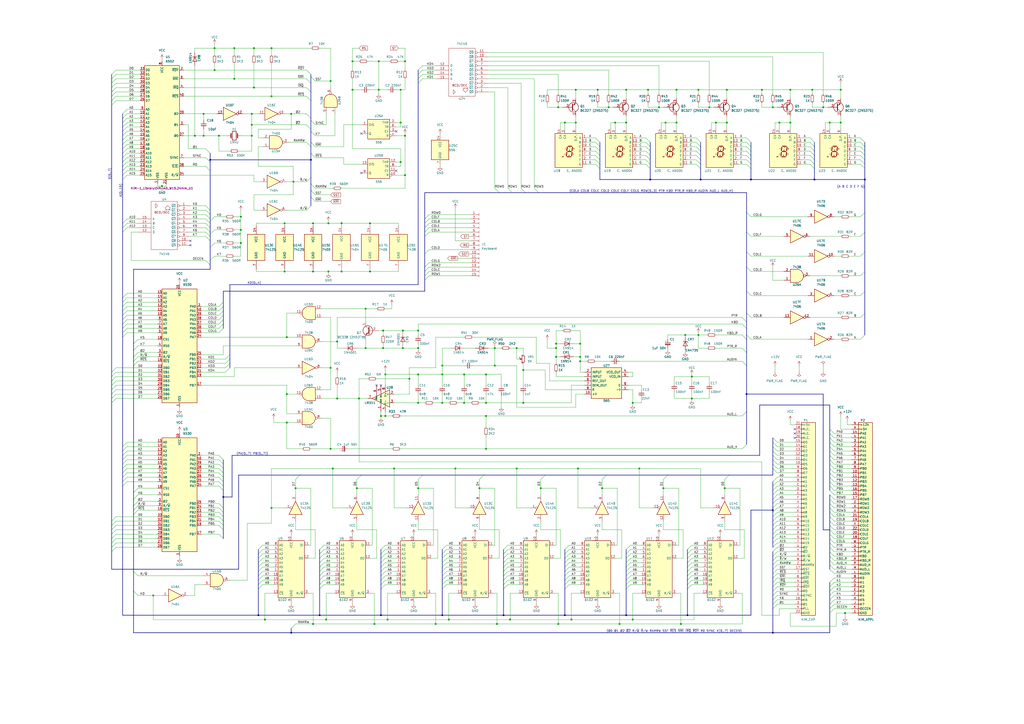
<source format=kicad_sch>
(kicad_sch (version 20230121) (generator eeschema)
  (paper "A2")
  (lib_symbols
    (symbol "74xx:74LS00" (pin_names (offset 1.016))
      (property "Reference" "U" (at 0 1.27 0))
      (property "Value" "74LS00" (at 0 -1.27 0))
      (symbol "74LS00_1_1"
        (pin input line (at -7.62 2.54 0) (length 3.81) (name "~") (number "1"))
        (pin input line (at -7.62 -2.54 0) (length 3.81) (name "~") (number "2"))
        (pin output inverted (at 7.62 0 180) (length 3.81) (name "~") (number "3"))
      )
      (symbol "74LS00_1_2"
        (pin input inverted (at -7.62 2.54 0) (length 4.318) (name "~") (number "1"))
        (pin input inverted (at -7.62 -2.54 0) (length 4.318) (name "~") (number "2"))
        (pin output line (at 7.62 0 180) (length 3.81) (name "~") (number "3"))
      )
      (symbol "74LS00_2_1"
        (pin input line (at -7.62 2.54 0) (length 3.81) (name "~") (number "4"))
        (pin input line (at -7.62 -2.54 0) (length 3.81) (name "~") (number "5"))
        (pin output inverted (at 7.62 0 180) (length 3.81) (name "~") (number "6"))
      )
      (symbol "74LS00_2_2"
        (pin input inverted (at -7.62 2.54 0) (length 4.318) (name "~") (number "4"))
        (pin input inverted (at -7.62 -2.54 0) (length 4.318) (name "~") (number "5"))
        (pin output line (at 7.62 0 180) (length 3.81) (name "~") (number "6"))
      )
      (symbol "74LS00_3_1"
        (pin input line (at -7.62 -2.54 0) (length 3.81) (name "~") (number "10"))
        (pin output inverted (at 7.62 0 180) (length 3.81) (name "~") (number "8"))
        (pin input line (at -7.62 2.54 0) (length 3.81) (name "~") (number "9"))
      )
      (symbol "74LS00_3_2"
        (pin input inverted (at -7.62 -2.54 0) (length 4.318) (name "~") (number "10"))
        (pin output line (at 7.62 0 180) (length 3.81) (name "~") (number "8"))
        (pin input inverted (at -7.62 2.54 0) (length 4.318) (name "~") (number "9"))
      )
      (symbol "74LS00_4_1"
        (pin output inverted (at 7.62 0 180) (length 3.81) (name "~") (number "11"))
        (pin input line (at -7.62 2.54 0) (length 3.81) (name "~") (number "12"))
        (pin input line (at -7.62 -2.54 0) (length 3.81) (name "~") (number "13"))
      )
      (symbol "74LS00_4_2"
        (pin output line (at 7.62 0 180) (length 3.81) (name "~") (number "11"))
        (pin input inverted (at -7.62 2.54 0) (length 4.318) (name "~") (number "12"))
        (pin input inverted (at -7.62 -2.54 0) (length 4.318) (name "~") (number "13"))
      )
      (symbol "74LS00_5_0"
        (pin power_in line (at 0 12.7 270) (length 5.08) (name "VCC") (number "14"))
        (pin power_in line (at 0 -12.7 90) (length 5.08) (name "GND") (number "7"))
      )
    )
    (symbol "74xx:74LS04"
      (property "Reference" "U" (at 0 1.27 0))
      (property "Value" "74LS04" (at 0 -1.27 0))
      (symbol "74LS04_1_0"
        (pin input line (at -7.62 0 0) (length 3.81) (name "~") (number "1"))
        (pin output inverted (at 7.62 0 180) (length 3.81) (name "~") (number "2"))
      )
      (symbol "74LS04_2_0"
        (pin input line (at -7.62 0 0) (length 3.81) (name "~") (number "3"))
        (pin output inverted (at 7.62 0 180) (length 3.81) (name "~") (number "4"))
      )
      (symbol "74LS04_3_0"
        (pin input line (at -7.62 0 0) (length 3.81) (name "~") (number "5"))
        (pin output inverted (at 7.62 0 180) (length 3.81) (name "~") (number "6"))
      )
      (symbol "74LS04_4_0"
        (pin output inverted (at 7.62 0 180) (length 3.81) (name "~") (number "8"))
        (pin input line (at -7.62 0 0) (length 3.81) (name "~") (number "9"))
      )
      (symbol "74LS04_5_0"
        (pin output inverted (at 7.62 0 180) (length 3.81) (name "~") (number "10"))
        (pin input line (at -7.62 0 0) (length 3.81) (name "~") (number "11"))
      )
      (symbol "74LS04_6_0"
        (pin output inverted (at 7.62 0 180) (length 3.81) (name "~") (number "12"))
        (pin input line (at -7.62 0 0) (length 3.81) (name "~") (number "13"))
      )
      (symbol "74LS04_7_0"
        (pin power_in line (at 0 12.7 270) (length 5.08) (name "VCC") (number "14"))
        (pin power_in line (at 0 -12.7 90) (length 5.08) (name "GND") (number "7"))
      )
    )
    (symbol "74xx:74LS06" (pin_names (offset 1.016))
      (property "Reference" "U" (at 0 1.27 0))
      (property "Value" "74LS06" (at 0 -1.27 0))
      (symbol "74LS06_1_0"
        (pin input line (at -7.62 0 0) (length 3.81) (name "~") (number "1"))
        (pin open_collector inverted (at 7.62 0 180) (length 3.81) (name "~") (number "2"))
      )
      (symbol "74LS06_2_0"
        (pin input line (at -7.62 0 0) (length 3.81) (name "~") (number "3"))
        (pin open_collector inverted (at 7.62 0 180) (length 3.81) (name "~") (number "4"))
      )
      (symbol "74LS06_3_0"
        (pin input line (at -7.62 0 0) (length 3.81) (name "~") (number "5"))
        (pin open_collector inverted (at 7.62 0 180) (length 3.81) (name "~") (number "6"))
      )
      (symbol "74LS06_4_0"
        (pin open_collector inverted (at 7.62 0 180) (length 3.81) (name "~") (number "8"))
        (pin input line (at -7.62 0 0) (length 3.81) (name "~") (number "9"))
      )
      (symbol "74LS06_5_0"
        (pin open_collector inverted (at 7.62 0 180) (length 3.81) (name "~") (number "10"))
        (pin input line (at -7.62 0 0) (length 3.81) (name "~") (number "11"))
      )
      (symbol "74LS06_6_0"
        (pin open_collector inverted (at 7.62 0 180) (length 3.81) (name "~") (number "12"))
        (pin input line (at -7.62 0 0) (length 3.81) (name "~") (number "13"))
      )
      (symbol "74LS06_7_0"
        (pin power_in line (at 0 12.7 270) (length 5.08) (name "VCC") (number "14"))
        (pin power_in line (at 0 -12.7 90) (length 5.08) (name "GND") (number "7"))
      )
    )
    (symbol "74xx:74LS125" (pin_names (offset 1.016))
      (property "Reference" "U" (at 0 1.27 0))
      (property "Value" "74LS125" (at 0 -1.27 0))
      (symbol "74LS125_1_0"
        (pin input inverted (at 0 -6.35 90) (length 4.445) (name "~") (number "1"))
        (pin input line (at -7.62 0 0) (length 3.81) (name "~") (number "2"))
        (pin tri_state line (at 7.62 0 180) (length 3.81) (name "~") (number "3"))
      )
      (symbol "74LS125_2_0"
        (pin input inverted (at 0 -6.35 90) (length 4.445) (name "~") (number "4"))
        (pin input line (at -7.62 0 0) (length 3.81) (name "~") (number "5"))
        (pin tri_state line (at 7.62 0 180) (length 3.81) (name "~") (number "6"))
      )
      (symbol "74LS125_3_0"
        (pin input inverted (at 0 -6.35 90) (length 4.445) (name "~") (number "10"))
        (pin tri_state line (at 7.62 0 180) (length 3.81) (name "~") (number "8"))
        (pin input line (at -7.62 0 0) (length 3.81) (name "~") (number "9"))
      )
      (symbol "74LS125_4_0"
        (pin tri_state line (at 7.62 0 180) (length 3.81) (name "~") (number "11"))
        (pin input line (at -7.62 0 0) (length 3.81) (name "~") (number "12"))
        (pin input inverted (at 0 -6.35 90) (length 4.445) (name "~") (number "13"))
      )
      (symbol "74LS125_5_0"
        (pin power_in line (at 0 12.7 270) (length 5.08) (name "VCC") (number "14"))
        (pin power_in line (at 0 -12.7 90) (length 5.08) (name "GND") (number "7"))
      )
    )
    (symbol "74xx:74LS38" (pin_names (offset 1.016))
      (property "Reference" "U" (at 0 1.27 0))
      (property "Value" "74LS38" (at 0 -1.27 0))
      (symbol "74LS38_1_1"
        (pin input line (at -7.62 2.54 0) (length 3.81) (name "~") (number "1"))
        (pin input line (at -7.62 -2.54 0) (length 3.81) (name "~") (number "2"))
        (pin open_collector inverted (at 7.62 0 180) (length 3.81) (name "~") (number "3"))
      )
      (symbol "74LS38_1_2"
        (pin input inverted (at -7.62 2.54 0) (length 4.318) (name "~") (number "1"))
        (pin input inverted (at -7.62 -2.54 0) (length 4.318) (name "~") (number "2"))
        (pin open_collector line (at 7.62 0 180) (length 3.81) (name "~") (number "3"))
      )
      (symbol "74LS38_2_1"
        (pin input line (at -7.62 2.54 0) (length 3.81) (name "~") (number "4"))
        (pin input line (at -7.62 -2.54 0) (length 3.81) (name "~") (number "5"))
        (pin open_collector inverted (at 7.62 0 180) (length 3.81) (name "~") (number "6"))
      )
      (symbol "74LS38_2_2"
        (pin input inverted (at -7.62 2.54 0) (length 4.318) (name "~") (number "4"))
        (pin input inverted (at -7.62 -2.54 0) (length 4.318) (name "~") (number "5"))
        (pin open_collector line (at 7.62 0 180) (length 3.81) (name "~") (number "6"))
      )
      (symbol "74LS38_3_1"
        (pin input line (at -7.62 -2.54 0) (length 3.81) (name "~") (number "10"))
        (pin open_collector inverted (at 7.62 0 180) (length 3.81) (name "~") (number "8"))
        (pin input line (at -7.62 2.54 0) (length 3.81) (name "~") (number "9"))
      )
      (symbol "74LS38_3_2"
        (pin input inverted (at -7.62 -2.54 0) (length 4.318) (name "~") (number "10"))
        (pin open_collector line (at 7.62 0 180) (length 3.81) (name "~") (number "8"))
        (pin input inverted (at -7.62 2.54 0) (length 4.318) (name "~") (number "9"))
      )
      (symbol "74LS38_4_1"
        (pin open_collector inverted (at 7.62 0 180) (length 3.81) (name "~") (number "11"))
        (pin input line (at -7.62 2.54 0) (length 3.81) (name "~") (number "12"))
        (pin input line (at -7.62 -2.54 0) (length 3.81) (name "~") (number "13"))
      )
      (symbol "74LS38_4_2"
        (pin open_collector line (at 7.62 0 180) (length 3.81) (name "~") (number "11"))
        (pin input inverted (at -7.62 2.54 0) (length 4.318) (name "~") (number "12"))
        (pin input inverted (at -7.62 -2.54 0) (length 4.318) (name "~") (number "13"))
      )
      (symbol "74LS38_5_0"
        (pin power_in line (at 0 12.7 270) (length 5.08) (name "VCC") (number "14"))
        (pin power_in line (at 0 -12.7 90) (length 5.08) (name "GND") (number "7"))
      )
    )
    (symbol "Comparator:LM311" (pin_names (offset 0.127))
      (property "Reference" "U" (at 3.81 6.35 0))
      (property "Value" "LM311" (at 3.81 3.81 0))
      (symbol "LM311_1_1"
        (pin passive line (at 0 -7.62 90) (length 5.08) (name "GND") (number "1"))
        (pin input line (at -7.62 2.54 0) (length 2.54) (name "+") (number "2"))
        (pin input line (at -7.62 -2.54 0) (length 2.54) (name "-") (number "3"))
        (pin power_in line (at -2.54 -7.62 90) (length 3.81) (name "V-") (number "4"))
        (pin input line (at 0 7.62 270) (length 5.08) (name "BAL") (number "5"))
        (pin input line (at 2.54 7.62 270) (length 6.35) (name "STRB") (number "6"))
        (pin open_collector line (at 7.62 0 180) (length 2.54) (name "~") (number "7"))
        (pin power_in line (at -2.54 7.62 270) (length 3.81) (name "V+") (number "8"))
      )
    )
    (symbol "Connector:Conn_01x15_Socket" (pin_names (offset 1.016) hide)
      (property "Reference" "J" (at 0 20.32 0))
      (property "Value" "Conn_01x15_Socket" (at 0 -20.32 0))
      (symbol "Conn_01x15_Socket_1_1"
        (pin passive line (at -5.08 17.78 0) (length 3.81) (name "Pin_1") (number "1"))
        (pin passive line (at -5.08 -5.08 0) (length 3.81) (name "Pin_10") (number "10"))
        (pin passive line (at -5.08 -7.62 0) (length 3.81) (name "Pin_11") (number "11"))
        (pin passive line (at -5.08 -10.16 0) (length 3.81) (name "Pin_12") (number "12"))
        (pin passive line (at -5.08 -12.7 0) (length 3.81) (name "Pin_13") (number "13"))
        (pin passive line (at -5.08 -15.24 0) (length 3.81) (name "Pin_14") (number "14"))
        (pin passive line (at -5.08 -17.78 0) (length 3.81) (name "Pin_15") (number "15"))
        (pin passive line (at -5.08 15.24 0) (length 3.81) (name "Pin_2") (number "2"))
        (pin passive line (at -5.08 12.7 0) (length 3.81) (name "Pin_3") (number "3"))
        (pin passive line (at -5.08 10.16 0) (length 3.81) (name "Pin_4") (number "4"))
        (pin passive line (at -5.08 7.62 0) (length 3.81) (name "Pin_5") (number "5"))
        (pin passive line (at -5.08 5.08 0) (length 3.81) (name "Pin_6") (number "6"))
        (pin passive line (at -5.08 2.54 0) (length 3.81) (name "Pin_7") (number "7"))
        (pin passive line (at -5.08 0 0) (length 3.81) (name "Pin_8") (number "8"))
        (pin passive line (at -5.08 -2.54 0) (length 3.81) (name "Pin_9") (number "9"))
      )
    )
    (symbol "Device:C_Polarized_Small" (pin_numbers hide) (pin_names (offset 0.254) hide)
      (property "Reference" "C" (at 0.254 1.778 0))
      (property "Value" "C_Polarized_Small" (at 0.254 -2.032 0))
      (symbol "C_Polarized_Small_1_1"
        (pin passive line (at 0 2.54 270) (length 1.8542) (name "~") (number "1"))
        (pin passive line (at 0 -2.54 90) (length 1.8542) (name "~") (number "2"))
      )
    )
    (symbol "Device:C_Small" (pin_numbers hide) (pin_names (offset 0.254) hide)
      (property "Reference" "C" (at 0.254 1.778 0))
      (property "Value" "C_Small" (at 0.254 -2.032 0))
      (symbol "C_Small_1_1"
        (pin passive line (at 0 2.54 270) (length 2.032) (name "~") (number "1"))
        (pin passive line (at 0 -2.54 90) (length 2.032) (name "~") (number "2"))
      )
    )
    (symbol "Device:Crystal" (pin_numbers hide) (pin_names (offset 1.016) hide)
      (property "Reference" "Y" (at 0 3.81 0))
      (property "Value" "Crystal" (at 0 -3.81 0))
      (symbol "Crystal_1_1"
        (pin passive line (at -3.81 0 0) (length 1.27) (name "1") (number "1"))
        (pin passive line (at 3.81 0 180) (length 1.27) (name "2") (number "2"))
      )
    )
    (symbol "Device:D_Zener" (pin_numbers hide) (pin_names (offset 1.016) hide)
      (property "Reference" "D" (at 0 2.54 0))
      (property "Value" "D_Zener" (at 0 -2.54 0))
      (symbol "D_Zener_1_1"
        (pin passive line (at -3.81 0 0) (length 2.54) (name "K") (number "1"))
        (pin passive line (at 3.81 0 180) (length 2.54) (name "A") (number "2"))
      )
    )
    (symbol "Device:R_Potentiometer_Small" (pin_names (offset 1.016) hide)
      (property "Reference" "RV" (at -4.445 0 90))
      (property "Value" "R_Potentiometer_Small" (at -2.54 0 90))
      (symbol "R_Potentiometer_Small_1_1"
        (pin passive line (at 0 2.54 270) (length 0.635) (name "1") (number "1"))
        (pin passive line (at 2.54 0 180) (length 0.9906) (name "2") (number "2"))
        (pin passive line (at 0 -2.54 90) (length 0.635) (name "3") (number "3"))
      )
    )
    (symbol "Device:R_Small" (pin_numbers hide) (pin_names (offset 0.254) hide)
      (property "Reference" "R" (at 0.762 0.508 0))
      (property "Value" "R_Small" (at 0.762 -1.016 0))
      (symbol "R_Small_1_1"
        (pin passive line (at 0 2.54 270) (length 0.762) (name "~") (number "1"))
        (pin passive line (at 0 -2.54 90) (length 0.762) (name "~") (number "2"))
      )
    )
    (symbol "Diode:1N4001" (pin_numbers hide) (pin_names hide)
      (property "Reference" "D" (at 0 2.54 0))
      (property "Value" "1N4001" (at 0 -2.54 0))
      (symbol "1N4001_1_1"
        (pin passive line (at -3.81 0 0) (length 2.54) (name "K") (number "1"))
        (pin passive line (at 3.81 0 180) (length 2.54) (name "A") (number "2"))
      )
    )
    (symbol "Diode:1N914" (pin_numbers hide) (pin_names hide)
      (property "Reference" "D" (at 0 2.54 0))
      (property "Value" "1N914" (at 0 -2.54 0))
      (symbol "1N914_1_1"
        (pin passive line (at -3.81 0 0) (length 2.54) (name "K") (number "1"))
        (pin passive line (at 3.81 0 180) (length 2.54) (name "A") (number "2"))
      )
    )
    (symbol "KIM-1_Library:6102"
      (property "Reference" "U" (at -7.62 19.05 0))
      (property "Value" "6102" (at 2.54 19.05 0))
      (symbol "6102_1_1"
        (pin input line (at -10.16 -1.27 0) (length 2.54) (name "A6") (number "1"))
        (pin power_in line (at 0 19.05 270) (length 2.54) (name "VCC") (number "10"))
        (pin input line (at 10.16 13.97 180) (length 2.54) (name "DI") (number "11"))
        (pin output line (at 10.16 6.35 180) (length 2.54) (name "DO") (number "12"))
        (pin input line (at -10.16 -13.97 0) (length 2.54) (name "~{CS}") (number "13"))
        (pin input line (at -10.16 -8.89 0) (length 2.54) (name "A9") (number "14"))
        (pin input line (at -10.16 -6.35 0) (length 2.54) (name "A8") (number "15"))
        (pin input line (at -10.16 -3.81 0) (length 2.54) (name "A7") (number "16"))
        (pin input line (at -10.16 1.27 0) (length 2.54) (name "A5") (number "2"))
        (pin input line (at 10.16 -13.97 180) (length 2.54) (name "R/~{W}") (number "3"))
        (pin input line (at -10.16 11.43 0) (length 2.54) (name "A1") (number "4"))
        (pin input line (at -10.16 8.89 0) (length 2.54) (name "A2") (number "5"))
        (pin input line (at -10.16 6.35 0) (length 2.54) (name "A3") (number "6"))
        (pin input line (at -10.16 3.81 0) (length 2.54) (name "A4") (number "7"))
        (pin input line (at -10.16 13.97 0) (length 2.54) (name "A0") (number "8"))
        (pin power_in line (at 0 -19.05 90) (length 2.54) (name "GND") (number "9"))
      )
    )
    (symbol "KIM-1_Library:6502"
      (property "Reference" "U" (at -8.89 34.29 0))
      (property "Value" "6502" (at 10.16 34.29 0))
      (symbol "6502_1_1"
        (pin power_in line (at -2.54 -35.56 90) (length 2.54) (name "VSS") (number "1"))
        (pin output line (at -12.7 5.08 0) (length 2.54) (name "A1") (number "10"))
        (pin output line (at -12.7 2.54 0) (length 2.54) (name "A2") (number "11"))
        (pin output line (at -12.7 0 0) (length 2.54) (name "A3") (number "12"))
        (pin output line (at -12.7 -2.54 0) (length 2.54) (name "A4") (number "13"))
        (pin output line (at -12.7 -5.08 0) (length 2.54) (name "A5") (number "14"))
        (pin output line (at -12.7 -7.62 0) (length 2.54) (name "A6") (number "15"))
        (pin output line (at -12.7 -10.16 0) (length 2.54) (name "A7") (number "16"))
        (pin output line (at -12.7 -12.7 0) (length 2.54) (name "A8") (number "17"))
        (pin output line (at -12.7 -15.24 0) (length 2.54) (name "A9") (number "18"))
        (pin output line (at -12.7 -17.78 0) (length 2.54) (name "A10") (number "19"))
        (pin input line (at 12.7 30.48 180) (length 2.54) (name "~{RDY}") (number "2"))
        (pin output line (at -12.7 -20.32 0) (length 2.54) (name "A11") (number "20"))
        (pin power_in line (at 2.54 -35.56 90) (length 2.54) (name "VSS") (number "21"))
        (pin output line (at -12.7 -22.86 0) (length 2.54) (name "A12") (number "22"))
        (pin output line (at -12.7 -25.4 0) (length 2.54) (name "A13") (number "23"))
        (pin output line (at -12.7 -27.94 0) (length 2.54) (name "A14") (number "24"))
        (pin output line (at -12.7 -30.48 0) (length 2.54) (name "A15") (number "25"))
        (pin bidirectional line (at -12.7 12.7 0) (length 2.54) (name "D7") (number "26"))
        (pin bidirectional line (at -12.7 15.24 0) (length 2.54) (name "D6") (number "27"))
        (pin bidirectional line (at -12.7 17.78 0) (length 2.54) (name "D5") (number "28"))
        (pin bidirectional line (at -12.7 20.32 0) (length 2.54) (name "D4") (number "29"))
        (pin output line (at 12.7 -1.27 180) (length 2.54) (name "Ø1") (number "3"))
        (pin bidirectional line (at -12.7 22.86 0) (length 2.54) (name "D3") (number "30"))
        (pin bidirectional line (at -12.7 25.4 0) (length 2.54) (name "D2") (number "31"))
        (pin bidirectional line (at -12.7 27.94 0) (length 2.54) (name "D1") (number "32"))
        (pin bidirectional line (at -12.7 30.48 0) (length 2.54) (name "D0") (number "33"))
        (pin output line (at 12.7 -30.48 180) (length 2.54) (name "R/~{W}") (number "34"))
        (pin no_connect line (at 12.7 -15.24 180) (length 2.54) hide (name "N.C.") (number "35"))
        (pin no_connect line (at 12.7 -12.7 180) (length 2.54) hide (name "N.C.") (number "36"))
        (pin input line (at 12.7 -7.62 180) (length 2.54) (name "Ø0") (number "37"))
        (pin input line (at 12.7 -25.4 180) (length 2.54) (name "~{S.O.}") (number "38"))
        (pin output line (at 12.7 5.08 180) (length 2.54) (name "Ø2") (number "39"))
        (pin input line (at 12.7 20.32 180) (length 2.54) (name "~{IRQ}") (number "4"))
        (pin input line (at 12.7 15.24 180) (length 2.54) (name "~{RES}") (number "40"))
        (pin no_connect line (at 12.7 10.16 180) (length 2.54) hide (name "N.C.") (number "5"))
        (pin input line (at 12.7 25.4 180) (length 2.54) (name "~{NMI}") (number "6"))
        (pin output line (at 12.7 -20.32 180) (length 2.54) (name "SYNC") (number "7"))
        (pin power_in line (at 0 35.56 270) (length 2.54) (name "VCC") (number "8"))
        (pin output line (at -12.7 7.62 0) (length 2.54) (name "A0") (number "9"))
      )
    )
    (symbol "KIM-1_Library:6530"
      (property "Reference" "U" (at -8.89 34.29 0))
      (property "Value" "6530" (at 10.16 34.29 0))
      (symbol "6530_1_1"
        (pin power_in line (at 0 -35.56 90) (length 2.54) (name "VSS") (number "1"))
        (pin input line (at -12.7 17.78 0) (length 2.54) (name "A5") (number "10"))
        (pin input line (at -12.7 20.32 0) (length 2.54) (name "A4") (number "11"))
        (pin input line (at -12.7 22.86 0) (length 2.54) (name "A3") (number "12"))
        (pin input line (at -12.7 25.4 0) (length 2.54) (name "A2") (number "13"))
        (pin input line (at -12.7 27.94 0) (length 2.54) (name "A1") (number "14"))
        (pin input line (at -12.7 30.48 0) (length 2.54) (name "A0") (number "15"))
        (pin input line (at -12.7 -8.89 0) (length 2.54) (name "~{RES}") (number "16"))
        (pin bidirectional line (at 12.7 -22.86 180) (length 2.54) (name "PB7") (number "17"))
        (pin input line (at -12.7 3.81 0) (length 2.54) (name "CS1") (number "18"))
        (pin bidirectional line (at 12.7 -17.78 180) (length 2.54) (name "PB5") (number "19"))
        (pin bidirectional line (at 12.7 22.86 180) (length 2.54) (name "PA0") (number "2"))
        (pin power_in line (at 0 35.56 270) (length 2.54) (name "VCC") (number "20"))
        (pin bidirectional line (at 12.7 -15.24 180) (length 2.54) (name "PB4") (number "21"))
        (pin bidirectional line (at 12.7 -12.7 180) (length 2.54) (name "PB3") (number "22"))
        (pin bidirectional line (at 12.7 -10.16 180) (length 2.54) (name "PB2") (number "23"))
        (pin bidirectional line (at 12.7 -7.62 180) (length 2.54) (name "PB1") (number "24"))
        (pin bidirectional line (at 12.7 -5.08 180) (length 2.54) (name "PB0") (number "25"))
        (pin bidirectional line (at -12.7 -30.48 0) (length 2.54) (name "DB7") (number "26"))
        (pin bidirectional line (at -12.7 -27.94 0) (length 2.54) (name "DB6") (number "27"))
        (pin bidirectional line (at -12.7 -25.4 0) (length 2.54) (name "DB5") (number "28"))
        (pin bidirectional line (at -12.7 -22.86 0) (length 2.54) (name "DB4") (number "29"))
        (pin input line (at -12.7 -3.81 0) (length 2.54) (name "Ø2") (number "3"))
        (pin bidirectional line (at -12.7 -20.32 0) (length 2.54) (name "DB3") (number "30"))
        (pin bidirectional line (at -12.7 -17.78 0) (length 2.54) (name "DB2") (number "31"))
        (pin bidirectional line (at -12.7 -15.24 0) (length 2.54) (name "DB1") (number "32"))
        (pin bidirectional line (at -12.7 -12.7 0) (length 2.54) (name "DB0") (number "33"))
        (pin bidirectional line (at 12.7 5.08 180) (length 2.54) (name "PA7") (number "34"))
        (pin bidirectional line (at 12.7 7.62 180) (length 2.54) (name "PA6") (number "35"))
        (pin bidirectional line (at 12.7 10.16 180) (length 2.54) (name "PA5") (number "36"))
        (pin bidirectional line (at 12.7 12.7 180) (length 2.54) (name "PA4") (number "37"))
        (pin bidirectional line (at 12.7 15.24 180) (length 2.54) (name "PA3") (number "38"))
        (pin bidirectional line (at 12.7 17.78 180) (length 2.54) (name "PA2") (number "39"))
        (pin input line (at -12.7 0 0) (length 2.54) (name "RS0") (number "4"))
        (pin bidirectional line (at 12.7 20.32 180) (length 2.54) (name "PA1") (number "40"))
        (pin input line (at -12.7 7.62 0) (length 2.54) (name "A9") (number "5"))
        (pin input line (at -12.7 10.16 0) (length 2.54) (name "A8") (number "6"))
        (pin input line (at -12.7 12.7 0) (length 2.54) (name "A7") (number "7"))
        (pin input line (at -12.7 15.24 0) (length 2.54) (name "A6") (number "8"))
        (pin input line (at -12.7 -6.35 0) (length 2.54) (name "R/~{W}") (number "9"))
      )
    )
    (symbol "KIM-1_Library:74145" (pin_names (offset 0.762))
      (property "Reference" "U4" (at 0 15.24 0))
      (property "Value" "74145" (at 0 -16.51 0))
      (symbol "74145_0_0"
        (text "BCD/DEC" (at -1.27 7.62 0) (effects (font (size 1.27 1.27))))
        (pin power_in line (at 0 13.97 270) (length 0) hide (name "VCC") (number "16"))
        (pin power_in line (at 0 -13.97 90) (length 0) hide (name "GND") (number "8"))
      )
      (symbol "74145_1_1"
        (pin open_collector inverted (at 15.24 11.43 180) (length 7.62) (name "~{Q0}") (number "1"))
        (pin open_collector inverted (at 15.24 -8.89 180) (length 7.62) (name "~{Q8}") (number "10"))
        (pin open_collector inverted (at 15.24 -11.43 180) (length 7.62) (name "~{Q9}") (number "11"))
        (pin input line (at -15.24 -3.81 0) (length 7.62) (name "D") (number "12"))
        (pin input line (at -15.24 -1.27 0) (length 7.62) (name "C") (number "13"))
        (pin input line (at -15.24 1.27 0) (length 7.62) (name "B") (number "14"))
        (pin input line (at -15.24 3.81 0) (length 7.62) (name "A") (number "15"))
        (pin open_collector inverted (at 15.24 8.89 180) (length 7.62) (name "~{Q1}") (number "2"))
        (pin open_collector inverted (at 15.24 6.35 180) (length 7.62) (name "~{Q2}") (number "3"))
        (pin open_collector inverted (at 15.24 3.81 180) (length 7.62) (name "~{Q3}") (number "4"))
        (pin open_collector inverted (at 15.24 1.27 180) (length 7.62) (name "~{Q4}") (number "5"))
        (pin open_collector inverted (at 15.24 -1.27 180) (length 7.62) (name "~{Q5}") (number "6"))
        (pin open_collector inverted (at 15.24 -3.81 180) (length 7.62) (name "~{Q6}") (number "7"))
        (pin open_collector inverted (at 15.24 -6.35 180) (length 7.62) (name "~{Q7}") (number "9"))
      )
    )
    (symbol "KIM-1_Library:KIM_APPL" (pin_names (offset 1.016))
      (property "Reference" "P" (at 1.27 55.88 0))
      (property "Value" "KIM_APPL" (at 0 -59.055 0))
      (symbol "KIM_APPL_1_1"
        (pin passive line (at -5.08 -55.88 0) (length 3.81) (name "GND") (number "1"))
        (pin passive line (at -5.08 25.4 0) (length 3.81) (name "PB1") (number "10"))
        (pin passive line (at -5.08 22.86 0) (length 3.81) (name "PB2") (number "11"))
        (pin passive line (at -5.08 20.32 0) (length 3.81) (name "PB3") (number "12"))
        (pin passive line (at -5.08 17.78 0) (length 3.81) (name "PB4") (number "13"))
        (pin passive line (at -5.08 48.26 0) (length 3.81) (name "PA0") (number "14"))
        (pin passive line (at -5.08 12.7 0) (length 3.81) (name "PB7") (number "15"))
        (pin passive line (at -5.08 15.24 0) (length 3.81) (name "PB5") (number "16"))
        (pin passive line (at -5.08 10.16 0) (length 3.81) (name "ROW0") (number "17"))
        (pin passive line (at -5.08 -12.7 0) (length 3.81) (name "COLF") (number "18"))
        (pin passive line (at -5.08 -2.54 0) (length 3.81) (name "COLB") (number "19"))
        (pin passive line (at -5.08 40.64 0) (length 3.81) (name "PA3") (number "2"))
        (pin passive line (at -5.08 -10.16 0) (length 3.81) (name "COLE") (number "20"))
        (pin passive line (at -5.08 0 0) (length 3.81) (name "COLA") (number "21"))
        (pin passive line (at -5.08 -7.62 0) (length 3.81) (name "COLD") (number "22"))
        (pin passive line (at -5.08 43.18 0) (length 3.81) (name "PA2") (number "3"))
        (pin passive line (at -5.08 45.72 0) (length 3.81) (name "PA1") (number "4"))
        (pin passive line (at -5.08 38.1 0) (length 3.81) (name "PA4") (number "5"))
        (pin passive line (at -5.08 35.56 0) (length 3.81) (name "PA5") (number "6"))
        (pin passive line (at -5.08 33.02 0) (length 3.81) (name "PA6") (number "7"))
        (pin passive line (at -5.08 30.48 0) (length 3.81) (name "PA7") (number "8"))
        (pin passive line (at -5.08 27.94 0) (length 3.81) (name "PB0") (number "9"))
        (pin passive line (at -5.08 50.8 0) (length 3.81) (name "+5V") (number "A"))
        (pin passive line (at -5.08 -35.56 0) (length 3.81) (name "K0") (number "B"))
        (pin passive line (at -5.08 -38.1 0) (length 3.81) (name "K1") (number "C"))
        (pin passive line (at -5.08 -40.64 0) (length 3.81) (name "K2") (number "D"))
        (pin passive line (at -5.08 -43.18 0) (length 3.81) (name "K3") (number "E"))
        (pin passive line (at -5.08 -45.72 0) (length 3.81) (name "K4") (number "F"))
        (pin passive line (at -5.08 -48.26 0) (length 3.81) (name "K5") (number "H"))
        (pin passive line (at -5.08 -50.8 0) (length 3.81) (name "K7") (number "J"))
        (pin passive line (at -5.08 -53.34 0) (length 3.81) (name "DECEN") (number "K"))
        (pin passive line (at -5.08 -33.02 0) (length 3.81) (name "AUDIN") (number "L"))
        (pin passive line (at -5.08 -30.48 0) (length 3.81) (name "AUD_L") (number "M"))
        (pin passive line (at -5.08 53.34 0) (length 3.81) (name "+12V") (number "N"))
        (pin passive line (at -5.08 -27.94 0) (length 3.81) (name "AUD_H") (number "P"))
        (pin passive line (at -5.08 -25.4 0) (length 3.81) (name "KBD_R") (number "R"))
        (pin passive line (at -5.08 -20.32 0) (length 3.81) (name "PTR_R") (number "S"))
        (pin passive line (at -5.08 -22.86 0) (length 3.81) (name "KBD") (number "T"))
        (pin passive line (at -5.08 -17.78 0) (length 3.81) (name "PTR") (number "U"))
        (pin passive line (at -5.08 2.54 0) (length 3.81) (name "ROW3") (number "V"))
        (pin passive line (at -5.08 -15.24 0) (length 3.81) (name "COLG") (number "W"))
        (pin passive line (at -5.08 5.08 0) (length 3.81) (name "ROW2") (number "X"))
        (pin passive line (at -5.08 -5.08 0) (length 3.81) (name "COLC") (number "Y"))
        (pin passive line (at -5.08 7.62 0) (length 3.81) (name "ROW1") (number "Z"))
      )
    )
    (symbol "KIM-1_Library:KIM_EXP" (pin_names (offset 1.016))
      (property "Reference" "P" (at 1.27 55.88 0))
      (property "Value" "KIM_EXP" (at 0 -59.055 0))
      (symbol "KIM_EXP_1_1"
        (pin passive line (at -5.08 -45.72 0) (length 3.81) (name "SYNC") (number "1"))
        (pin passive line (at -5.08 30.48 0) (length 3.81) (name "D5") (number "10"))
        (pin passive line (at -5.08 33.02 0) (length 3.81) (name "D4") (number "11"))
        (pin passive line (at -5.08 35.56 0) (length 3.81) (name "D3") (number "12"))
        (pin passive line (at -5.08 38.1 0) (length 3.81) (name "D2") (number "13"))
        (pin passive line (at -5.08 40.64 0) (length 3.81) (name "D1") (number "14"))
        (pin passive line (at -5.08 43.18 0) (length 3.81) (name "D0") (number "15"))
        (pin passive line (at -5.08 -48.26 0) (length 3.81) (name "K6") (number "16"))
        (pin passive line (at -5.08 -30.48 0) (length 3.81) (name "SST") (number "17"))
        (pin passive line (at -5.08 50.8 0) (length 3.81) (name "N.C.") (number "18"))
        (pin passive line (at -5.08 48.26 0) (length 3.81) (name "N.C.") (number "19"))
        (pin passive line (at -5.08 -40.64 0) (length 3.81) (name "~{RDY}") (number "2"))
        (pin passive line (at -5.08 45.72 0) (length 3.81) (name "N.C.") (number "20"))
        (pin passive line (at -5.08 53.34 0) (length 3.81) (name "+5V") (number "21"))
        (pin passive line (at -5.08 -55.88 0) (length 3.81) (name "GND") (number "22"))
        (pin passive line (at -5.08 -50.8 0) (length 3.81) (name "Ø1") (number "3"))
        (pin passive line (at -5.08 -38.1 0) (length 3.81) (name "~{IRQ}") (number "4"))
        (pin passive line (at -5.08 -43.18 0) (length 3.81) (name "R0") (number "5"))
        (pin passive line (at -5.08 -35.56 0) (length 3.81) (name "~{NMI}") (number "6"))
        (pin passive line (at -5.08 -33.02 0) (length 3.81) (name "~{RES}") (number "7"))
        (pin passive line (at -5.08 25.4 0) (length 3.81) (name "D7") (number "8"))
        (pin passive line (at -5.08 27.94 0) (length 3.81) (name "D6") (number "9"))
        (pin passive line (at -5.08 22.86 0) (length 3.81) (name "A0") (number "A"))
        (pin passive line (at -5.08 20.32 0) (length 3.81) (name "A1") (number "B"))
        (pin passive line (at -5.08 17.78 0) (length 3.81) (name "A2") (number "C"))
        (pin passive line (at -5.08 15.24 0) (length 3.81) (name "A3") (number "D"))
        (pin passive line (at -5.08 12.7 0) (length 3.81) (name "A4") (number "E"))
        (pin passive line (at -5.08 10.16 0) (length 3.81) (name "A5") (number "F"))
        (pin passive line (at -5.08 7.62 0) (length 3.81) (name "A6") (number "H"))
        (pin passive line (at -5.08 5.08 0) (length 3.81) (name "A7") (number "J"))
        (pin passive line (at -5.08 2.54 0) (length 3.81) (name "A8") (number "K"))
        (pin passive line (at -5.08 0 0) (length 3.81) (name "A9") (number "L"))
        (pin passive line (at -5.08 -2.54 0) (length 3.81) (name "A10") (number "M"))
        (pin passive line (at -5.08 -5.08 0) (length 3.81) (name "A11") (number "N"))
        (pin passive line (at -5.08 -7.62 0) (length 3.81) (name "A12") (number "P"))
        (pin passive line (at -5.08 -10.16 0) (length 3.81) (name "A13") (number "R"))
        (pin passive line (at -5.08 -12.7 0) (length 3.81) (name "A14") (number "S"))
        (pin passive line (at -5.08 -15.24 0) (length 3.81) (name "A15") (number "T"))
        (pin passive line (at -5.08 -17.78 0) (length 3.81) (name "Ø2") (number "U"))
        (pin passive line (at -5.08 -22.86 0) (length 3.81) (name "R/~{W}") (number "V"))
        (pin passive line (at -5.08 -25.4 0) (length 3.81) (name "~{R}/W") (number "W"))
        (pin passive line (at -5.08 -53.34 0) (length 3.81) (name "PLL") (number "X"))
        (pin passive line (at -5.08 -20.32 0) (length 3.81) (name "~{Ø2}") (number "Y"))
        (pin passive line (at -5.08 -27.94 0) (length 3.81) (name "RAMRW") (number "Z"))
      )
    )
    (symbol "KIM-1_Library:LM556"
      (property "Reference" "U" (at -5.715 6.35 0))
      (property "Value" "LM556" (at -5.715 -7.62 0))
      (symbol "LM556_1_1"
        (pin input line (at -10.16 2.54 0) (length 3.81) (name "DIS") (number "1"))
        (pin input line (at 10.16 3.81 180) (length 3.81) (name "THR") (number "2"))
        (pin input line (at 10.16 -1.27 180) (length 3.81) (name "CV") (number "3"))
        (pin input inverted (at 10.16 -3.81 180) (length 3.81) (name "R") (number "4"))
        (pin output line (at -10.16 -2.54 0) (length 3.81) (name "Q") (number "5"))
        (pin input line (at 10.16 1.27 180) (length 3.81) (name "TR") (number "6"))
      )
      (symbol "LM556_2_1"
        (pin input inverted (at 10.16 -3.81 180) (length 3.81) (name "R") (number "10"))
        (pin input line (at 10.16 -1.27 180) (length 3.81) (name "CV") (number "11"))
        (pin input line (at 10.16 3.81 180) (length 3.81) (name "THR") (number "12"))
        (pin input line (at -10.16 2.54 0) (length 3.81) (name "DIS") (number "13"))
        (pin input line (at 10.16 1.27 180) (length 3.81) (name "TR") (number "8"))
        (pin output line (at -10.16 -2.54 0) (length 3.81) (name "Q") (number "9"))
      )
      (symbol "LM556_3_1"
        (pin power_in line (at 0 7.62 270) (length 2.54) (name "VCC") (number "14"))
        (pin power_in line (at 0 -8.89 90) (length 2.54) (name "GND") (number "7"))
      )
    )
    (symbol "KIM-1_Library:LM565"
      (property "Reference" "U" (at -8.89 8.89 0))
      (property "Value" "LM565" (at 8.89 8.89 0))
      (symbol "LM565_1_1"
        (pin power_in line (at 12.7 -5.08 180) (length 3.81) (name "-V") (number "1"))
        (pin power_in line (at -12.7 -7.62 0) (length 3.81) (name "+V") (number "10"))
        (pin no_connect line (at 6.35 -13.97 90) (length 3.81) hide (name "N.C") (number "11"))
        (pin no_connect line (at 3.81 -13.97 90) (length 3.81) hide (name "N.C") (number "12"))
        (pin no_connect line (at 1.27 -13.97 90) (length 3.81) hide (name "N.C") (number "13"))
        (pin no_connect line (at -1.27 -13.97 90) (length 3.81) hide (name "N.C") (number "14"))
        (pin input line (at -12.7 5.08 0) (length 3.81) (name "INPUT") (number "2"))
        (pin input line (at -12.7 2.54 0) (length 3.81) (name "INPUT") (number "3"))
        (pin output line (at 12.7 5.08 180) (length 3.81) (name "VCO_OUT") (number "4"))
        (pin input line (at 12.7 2.54 180) (length 3.81) (name "VCO_IN") (number "5"))
        (pin output line (at -12.7 0 0) (length 3.81) (name "REF_OUT") (number "6"))
        (pin output line (at -12.7 -2.54 0) (length 3.81) (name "DEM_OUT") (number "7"))
        (pin passive line (at -12.7 -5.08 0) (length 3.81) (name "R") (number "8"))
        (pin passive line (at 12.7 -2.54 180) (length 3.81) (name "C") (number "9"))
      )
    )
    (symbol "KIM-1_Library:MAN72A" (pin_names (offset 0.635))
      (property "Reference" "U" (at -6.35 -10.795 0))
      (property "Value" "MAN72A" (at 3.81 -10.795 0))
      (symbol "MAN72A_0_0"
        (text "A" (at 0.381 2.032 0) (effects (font (size 0.508 0.508))))
        (text "B" (at 2.667 1.27 0) (effects (font (size 0.508 0.508))))
        (text "C" (at 2.413 -1.778 0) (effects (font (size 0.508 0.508))))
        (text "D" (at -0.127 -2.54 0) (effects (font (size 0.508 0.508))))
        (text "DP" (at -3.683 -3.302 0) (effects (font (size 0.508 0.508))))
        (text "E" (at -2.413 -1.778 0) (effects (font (size 0.508 0.508))))
        (text "F" (at -2.159 1.27 0) (effects (font (size 0.508 0.508))))
        (text "G" (at 0.127 0.508 0) (effects (font (size 0.508 0.508))))
      )
      (symbol "MAN72A_1_1"
        (pin input line (at 10.16 7.62 180) (length 2.54) (name "A") (number "1"))
        (pin input line (at 10.16 2.54 180) (length 2.54) (name "C") (number "10"))
        (pin input line (at 10.16 -7.62 180) (length 2.54) (name "G") (number "11"))
        (pin no_connect line (at -7.62 -7.62 0) (length 2.54) hide (name "NC") (number "12"))
        (pin input line (at 10.16 5.08 180) (length 2.54) (name "B") (number "13"))
        (pin input line (at -5.08 12.7 270) (length 2.54) (name "CA") (number "14"))
        (pin input line (at 10.16 -5.08 180) (length 2.54) (name "F") (number "2"))
        (pin input line (at -2.54 12.7 270) (length 2.54) (name "CA") (number "3"))
        (pin no_connect line (at -7.62 5.08 0) (length 2.54) hide (name "NC") (number "4"))
        (pin no_connect line (at -7.62 2.54 0) (length 2.54) hide (name "NC") (number "5"))
        (pin no_connect line (at -7.62 -5.08 0) (length 2.54) hide (name "NC") (number "6"))
        (pin input line (at 10.16 -2.54 180) (length 2.54) (name "E") (number "7"))
        (pin input line (at 10.16 0 180) (length 2.54) (name "D") (number "8"))
        (pin input line (at 3.81 12.7 270) (length 2.54) (name "D.P.") (number "9"))
      )
    )
    (symbol "Transistor_BJT:BC327" (pin_names (offset 0) hide)
      (property "Reference" "Q" (at 5.08 1.905 0))
      (property "Value" "BC327" (at 5.08 0 0))
      (symbol "BC327_1_1"
        (pin passive line (at 2.54 5.08 270) (length 2.54) (name "C") (number "1"))
        (pin input line (at -5.08 0 0) (length 5.715) (name "B") (number "2"))
        (pin passive line (at 2.54 -5.08 90) (length 2.54) (name "E") (number "3"))
      )
    )
    (symbol "Transistor_BJT:BC338" (pin_names (offset 0) hide)
      (property "Reference" "Q" (at 5.08 1.905 0))
      (property "Value" "BC338" (at 5.08 0 0))
      (symbol "BC338_1_1"
        (pin passive line (at 2.54 5.08 270) (length 2.54) (name "C") (number "1"))
        (pin input line (at -5.08 0 0) (length 5.08) (name "B") (number "2"))
        (pin passive line (at 2.54 -5.08 90) (length 2.54) (name "E") (number "3"))
      )
    )
    (symbol "power:+12V" (power) (pin_names (offset 0))
      (property "Value" "+12V" (at 0 3.556 0))
      (symbol "+12V_1_1"
        (pin power_in line (at 0 0 90) (length 0) hide (name "+12V") (number "1"))
      )
    )
    (symbol "power:GND" (power) (pin_names (offset 0))
      (property "Value" "GND" (at 0 -3.81 0))
      (symbol "GND_1_1"
        (pin power_in line (at 0 0 270) (length 0) hide (name "GND") (number "1"))
      )
    )
    (symbol "power:PWR_FLAG" (power) (pin_numbers hide) (pin_names (offset 0) hide)
      (property "Value" "PWR_FLAG" (at 0 3.81 0))
      (symbol "PWR_FLAG_0_0"
        (pin power_out line (at 0 0 90) (length 0) (name "pwr") (number "1"))
      )
    )
    (symbol "power:VCC" (power) (pin_names (offset 0))
      (property "Value" "VCC" (at 0 3.81 0))
      (symbol "VCC_1_1"
        (pin power_in line (at 0 0 90) (length 0) hide (name "VCC") (number "1"))
      )
    )
  )
  (junction (at 193.04 271.78))
  (junction (at 222.25 201.93))
  (junction (at 322.58 199.39))
  (junction (at 157.48 294.64))
  (junction (at 242.57 233.68))
  (junction (at 139.7 133.35))
  (junction (at 165.1 129.54))
  (junction (at 313.69 283.21))
  (junction (at 224.79 359.41))
  (junction (at 191.77 260.35))
  (junction (at 334.01 71.12))
  (junction (at 139.7 125.73))
  (junction (at 349.25 283.21))
  (junction (at 287.02 201.93))
  (junction (at 421.64 71.12))
  (junction (at 323.85 62.23))
  (junction (at 242.57 217.17))
  (junction (at 204.47 52.07))
  (junction (at 191.77 213.36))
  (junction (at 370.84 271.78))
  (junction (at 88.9 345.44))
  (junction (at 392.43 71.12))
  (junction (at 281.94 233.68))
  (junction (at 228.6 271.78))
  (junction (at 299.72 271.78))
  (junction (at 406.4 104.14))
  (junction (at 458.47 52.07))
  (junction (at 382.27 62.23))
  (junction (at 448.31 295.91))
  (junction (at 232.41 52.07))
  (junction (at 433.07 228.6))
  (junction (at 198.12 157.48))
  (junction (at 168.91 66.04))
  (junction (at 487.68 71.12))
  (junction (at 363.22 356.87))
  (junction (at 415.29 71.12))
  (junction (at 252.73 361.95))
  (junction (at 189.23 359.41))
  (junction (at 214.63 129.54))
  (junction (at 322.58 201.93))
  (junction (at 363.22 71.12))
  (junction (at 471.17 52.07))
  (junction (at 153.67 359.41))
  (junction (at 157.48 55.88))
  (junction (at 288.29 361.95))
  (junction (at 336.55 209.55))
  (junction (at 394.97 361.95))
  (junction (at 477.52 62.23))
  (junction (at 367.03 233.68))
  (junction (at 256.54 356.87))
  (junction (at 501.65 104.14))
  (junction (at 166.37 245.11))
  (junction (at 147.32 27.94))
  (junction (at 363.22 52.07))
  (junction (at 195.58 231.14))
  (junction (at 135.89 27.94))
  (junction (at 212.09 179.07))
  (junction (at 237.49 219.71))
  (junction (at 124.46 40.64))
  (junction (at 490.22 355.6))
  (junction (at 411.48 62.23))
  (junction (at 217.17 361.95))
  (junction (at 398.78 356.87))
  (junction (at 281.94 217.17))
  (junction (at 269.24 233.68))
  (junction (at 222.25 191.77))
  (junction (at 157.48 27.94))
  (junction (at 118.11 66.04))
  (junction (at 448.31 367.03))
  (junction (at 191.77 46.99))
  (junction (at 401.32 231.14))
  (junction (at 435.61 104.14))
  (junction (at 170.18 105.41))
  (junction (at 147.32 50.8))
  (junction (at 146.05 78.74))
  (junction (at 481.33 71.12))
  (junction (at 146.05 72.39))
  (junction (at 233.68 191.77))
  (junction (at 281.94 260.35))
  (junction (at 278.13 283.21))
  (junction (at 287.02 212.09))
  (junction (at 356.87 71.12))
  (junction (at 292.1 356.87))
  (junction (at 118.11 78.74))
  (junction (at 327.66 356.87))
  (junction (at 487.68 52.07))
  (junction (at 401.32 218.44))
  (junction (at 336.55 207.01))
  (junction (at 331.47 359.41))
  (junction (at 392.43 52.07))
  (junction (at 233.68 201.93))
  (junction (at 223.52 241.3))
  (junction (at 405.13 194.31))
  (junction (at 299.72 201.93))
  (junction (at 207.01 283.21))
  (junction (at 346.71 52.07))
  (junction (at 335.28 271.78))
  (junction (at 135.89 45.72))
  (junction (at 181.61 361.95))
  (junction (at 256.54 233.68))
  (junction (at 212.09 201.93))
  (junction (at 190.5 157.48))
  (junction (at 127 78.74))
  (junction (at 242.57 201.93))
  (junction (at 234.95 101.6))
  (junction (at 166.37 195.58))
  (junction (at 121.92 92.71))
  (junction (at 405.13 52.07))
  (junction (at 421.64 52.07))
  (junction (at 219.71 35.56))
  (junction (at 204.47 35.56))
  (junction (at 181.61 129.54))
  (junction (at 367.03 359.41))
  (junction (at 264.16 271.78))
  (junction (at 281.94 241.3))
  (junction (at 219.71 52.07))
  (junction (at 260.35 359.41))
  (junction (at 149.86 356.87))
  (junction (at 185.42 356.87))
  (junction (at 448.31 62.23))
  (junction (at 232.41 93.98))
  (junction (at 303.53 233.68))
  (junction (at 472.44 104.14))
  (junction (at 420.37 283.21))
  (junction (at 397.51 194.31))
  (junction (at 242.57 283.21))
  (junction (at 441.96 52.07))
  (junction (at 295.91 359.41))
  (junction (at 234.95 78.74))
  (junction (at 124.46 27.94))
  (junction (at 129.54 288.29))
  (junction (at 303.53 214.63))
  (junction (at 146.05 66.04))
  (junction (at 223.52 217.17))
  (junction (at 322.58 207.01))
  (junction (at 234.95 35.56))
  (junction (at 190.5 129.54))
  (junction (at 375.92 52.07))
  (junction (at 334.01 52.07))
  (junction (at 113.03 78.74))
  (junction (at 208.28 231.14))
  (junction (at 256.54 212.09))
  (junction (at 220.98 356.87))
  (junction (at 165.1 157.48))
  (junction (at 353.06 62.23))
  (junction (at 336.55 199.39))
  (junction (at 168.91 367.03))
  (junction (at 452.12 71.12))
  (junction (at 180.34 92.71))
  (junction (at 139.7 140.97))
  (junction (at 220.98 241.3))
  (junction (at 386.08 71.12))
  (junction (at 359.41 361.95))
  (junction (at 323.85 361.95))
  (junction (at 458.47 71.12))
  (junction (at 171.45 283.21))
  (junction (at 166.37 228.6))
  (junction (at 384.81 283.21))
  (junction (at 269.24 217.17))
  (junction (at 214.63 157.48))
  (junction (at 198.12 129.54))
  (junction (at 181.61 157.48))
  (junction (at 242.57 191.77))
  (junction (at 232.41 71.12))
  (junction (at 377.19 104.14))
  (junction (at 93.98 107.95))
  (junction (at 327.66 71.12))
  (junction (at 195.58 198.12))
  (junction (at 256.54 217.17))
  (no_connect (at 110.49 139.7))
  (no_connect (at 110.49 142.24))
  (no_connect (at 461.01 254))
  (no_connect (at 461.01 248.92))
  (no_connect (at 461.01 251.46))
  (no_connect (at 218.44 223.52))
  (no_connect (at 220.98 223.52))
  (no_connect (at 229.87 76.2))
  (no_connect (at 209.55 100.33))
  (no_connect (at 229.87 99.06))
  (no_connect (at 209.55 77.47))
  (bus_entry (at 351.79 275.59) (size -2.54 2.54))
  (bus_entry (at 481.33 261.62) (size 2.54 2.54))
  (bus_entry (at 67.31 228.6) (size -2.54 2.54))
  (bus_entry (at 119.38 129.54) (size 2.54 2.54))
  (bus_entry (at 67.31 226.06) (size -2.54 2.54))
  (bus_entry (at 67.31 223.52) (size -2.54 2.54))
  (bus_entry (at 67.31 215.9) (size -2.54 2.54))
  (bus_entry (at 67.31 218.44) (size -2.54 2.54))
  (bus_entry (at 67.31 220.98) (size -2.54 2.54))
  (bus_entry (at 67.31 299.72) (size -2.54 2.54))
  (bus_entry (at 67.31 231.14) (size -2.54 2.54))
  (bus_entry (at 481.33 317.5) (size 2.54 2.54))
  (bus_entry (at 448.31 317.5) (size 2.54 -2.54))
  (bus_entry (at 448.31 307.34) (size 2.54 -2.54))
  (bus_entry (at 292.1 321.31) (size 2.54 -2.54))
  (bus_entry (at 71.12 185.42) (size 2.54 -2.54))
  (bus_entry (at 403.86 80.01) (size 2.54 2.54))
  (bus_entry (at 448.31 353.06) (size 2.54 -2.54))
  (bus_entry (at 71.12 182.88) (size 2.54 -2.54))
  (bus_entry (at 448.31 325.12) (size 2.54 -2.54))
  (bus_entry (at 433.07 168.91) (size 2.54 2.54))
  (bus_entry (at 374.65 95.25) (size 2.54 2.54))
  (bus_entry (at 481.33 292.1) (size 2.54 2.54))
  (bus_entry (at 481.33 289.56) (size 2.54 2.54))
  (bus_entry (at 481.33 287.02) (size 2.54 2.54))
  (bus_entry (at 220.98 323.85) (size 2.54 -2.54))
  (bus_entry (at 119.38 96.52) (size 2.54 2.54))
  (bus_entry (at 119.38 91.44) (size 2.54 2.54))
  (bus_entry (at 119.38 86.36) (size 2.54 2.54))
  (bus_entry (at 185.42 341.63) (size 2.54 -2.54))
  (bus_entry (at 185.42 339.09) (size 2.54 -2.54))
  (bus_entry (at 481.33 309.88) (size 2.54 2.54))
  (bus_entry (at 499.11 171.45) (size 2.54 -2.54))
  (bus_entry (at 220.98 331.47) (size 2.54 -2.54))
  (bus_entry (at 469.9 95.25) (size 2.54 2.54))
  (bus_entry (at 292.1 323.85) (size 2.54 -2.54))
  (bus_entry (at 119.38 132.08) (size 2.54 2.54))
  (bus_entry (at 256.54 318.77) (size 2.54 -2.54))
  (bus_entry (at 71.12 68.58) (size 2.54 -2.54))
  (bus_entry (at 127 264.16) (size 2.54 2.54))
  (bus_entry (at 127 276.86) (size 2.54 2.54))
  (bus_entry (at 433.07 90.17) (size 2.54 2.54))
  (bus_entry (at 327.66 321.31) (size 2.54 -2.54))
  (bus_entry (at 481.33 266.7) (size 2.54 2.54))
  (bus_entry (at 119.38 121.92) (size 2.54 2.54))
  (bus_entry (at 448.31 261.62) (size 2.54 2.54))
  (bus_entry (at 469.9 80.01) (size 2.54 2.54))
  (bus_entry (at 220.98 318.77) (size 2.54 -2.54))
  (bus_entry (at 77.47 298.45) (size 2.54 -2.54))
  (bus_entry (at 433.07 154.94) (size 2.54 2.54))
  (bus_entry (at 398.78 336.55) (size 2.54 -2.54))
  (bus_entry (at 363.22 331.47) (size 2.54 -2.54))
  (bus_entry (at 422.91 275.59) (size -2.54 2.54))
  (bus_entry (at 127 281.94) (size 2.54 2.54))
  (bus_entry (at 149.86 341.63) (size 2.54 -2.54))
  (bus_entry (at 168.91 364.49) (size 2.54 -2.54))
  (bus_entry (at 71.12 175.26) (size 2.54 -2.54))
  (bus_entry (at 127 187.96) (size 2.54 -2.54))
  (bus_entry (at 448.31 271.78) (size 2.54 2.54))
  (bus_entry (at 248.92 154.94) (size -2.54 2.54))
  (bus_entry (at 363.22 328.93) (size 2.54 -2.54))
  (bus_entry (at 71.12 93.98) (size 2.54 -2.54))
  (bus_entry (at 327.66 341.63) (size 2.54 -2.54))
  (bus_entry (at 64.77 314.96) (size 2.54 -2.54))
  (bus_entry (at 77.47 295.91) (size 2.54 -2.54))
  (bus_entry (at 448.31 332.74) (size 2.54 -2.54))
  (bus_entry (at 363.22 339.09) (size 2.54 -2.54))
  (bus_entry (at 77.47 289.56) (size 2.54 -2.54))
  (bus_entry (at 481.33 337.82) (size 2.54 -2.54))
  (bus_entry (at 119.38 119.38) (size 2.54 2.54))
  (bus_entry (at 287.02 109.22) (size 2.54 2.54))
  (bus_entry (at 71.12 180.34) (size 2.54 -2.54))
  (bus_entry (at 481.33 294.64) (size 2.54 2.54))
  (bus_entry (at 71.12 132.08) (size 2.54 -2.54))
  (bus_entry (at 220.98 334.01) (size 2.54 -2.54))
  (bus_entry (at 327.66 323.85) (size 2.54 -2.54))
  (bus_entry (at 363.22 318.77) (size 2.54 -2.54))
  (bus_entry (at 433.07 146.05) (size 2.54 2.54))
  (bus_entry (at 387.35 275.59) (size -2.54 2.54))
  (bus_entry (at 71.12 187.96) (size 2.54 -2.54))
  (bus_entry (at 363.22 336.55) (size 2.54 -2.54))
  (bus_entry (at 80.01 204.47) (size -2.54 2.54))
  (bus_entry (at 80.01 207.01) (size -2.54 2.54))
  (bus_entry (at 80.01 209.55) (size -2.54 2.54))
  (bus_entry (at 80.01 196.85) (size -2.54 2.54))
  (bus_entry (at 448.31 330.2) (size 2.54 -2.54))
  (bus_entry (at 433.07 87.63) (size 2.54 2.54))
  (bus_entry (at 71.12 281.94) (size 2.54 -2.54))
  (bus_entry (at 430.53 194.31) (size 2.54 2.54))
  (bus_entry (at 481.33 322.58) (size 2.54 2.54))
  (bus_entry (at 433.07 181.61) (size 2.54 2.54))
  (bus_entry (at 71.12 76.2) (size 2.54 -2.54))
  (bus_entry (at 292.1 341.63) (size 2.54 -2.54))
  (bus_entry (at 127 302.26) (size 2.54 2.54))
  (bus_entry (at 448.31 266.7) (size 2.54 2.54))
  (bus_entry (at 292.1 326.39) (size 2.54 -2.54))
  (bus_entry (at 398.78 341.63) (size 2.54 -2.54))
  (bus_entry (at 448.31 281.94) (size 2.54 -2.54))
  (bus_entry (at 398.78 318.77) (size 2.54 -2.54))
  (bus_entry (at 248.92 124.46) (size -2.54 2.54))
  (bus_entry (at 64.77 307.34) (size 2.54 -2.54))
  (bus_entry (at 481.33 342.9) (size 2.54 -2.54))
  (bus_entry (at 71.12 73.66) (size 2.54 -2.54))
  (bus_entry (at 71.12 71.12) (size 2.54 -2.54))
  (bus_entry (at 292.1 331.47) (size 2.54 -2.54))
  (bus_entry (at 119.38 124.46) (size 2.54 2.54))
  (bus_entry (at 469.9 92.71) (size 2.54 2.54))
  (bus_entry (at 481.33 304.8) (size 2.54 2.54))
  (bus_entry (at 481.33 254) (size 2.54 2.54))
  (bus_entry (at 149.86 326.39) (size 2.54 -2.54))
  (bus_entry (at 180.34 69.85) (size 2.54 2.54))
  (bus_entry (at 481.33 355.6) (size 2.54 -2.54))
  (bus_entry (at 448.31 294.64) (size 2.54 -2.54))
  (bus_entry (at 481.33 284.48) (size 2.54 2.54))
  (bus_entry (at 64.77 48.26) (size 2.54 -2.54))
  (bus_entry (at 185.42 331.47) (size 2.54 -2.54))
  (bus_entry (at 398.78 334.01) (size 2.54 -2.54))
  (bus_entry (at 71.12 91.44) (size 2.54 -2.54))
  (bus_entry (at 481.33 330.2) (size 2.54 2.54))
  (bus_entry (at 481.33 279.4) (size 2.54 2.54))
  (bus_entry (at 119.38 137.16) (size 2.54 2.54))
  (bus_entry (at 245.11 275.59) (size -2.54 2.54))
  (bus_entry (at 256.54 321.31) (size 2.54 -2.54))
  (bus_entry (at 316.23 275.59) (size -2.54 2.54))
  (bus_entry (at 177.8 72.39) (size 2.54 2.54))
  (bus_entry (at 177.8 82.55) (size 2.54 2.54))
  (bus_entry (at 127 309.88) (size 2.54 2.54))
  (bus_entry (at 481.33 353.06) (size 2.54 -2.54))
  (bus_entry (at 448.31 264.16) (size 2.54 2.54))
  (bus_entry (at 481.33 312.42) (size 2.54 2.54))
  (bus_entry (at 130.81 210.82) (size 2.54 -2.54))
  (bus_entry (at 177.8 66.04) (size 2.54 2.54))
  (bus_entry (at 77.47 293.37) (size 2.54 -2.54))
  (bus_entry (at 67.31 213.36) (size -2.54 2.54))
  (bus_entry (at 292.1 336.55) (size 2.54 -2.54))
  (bus_entry (at 248.92 152.4) (size -2.54 2.54))
  (bus_entry (at 248.92 127) (size -2.54 2.54))
  (bus_entry (at 398.78 339.09) (size 2.54 -2.54))
  (bus_entry (at 127 266.7) (size 2.54 2.54))
  (bus_entry (at 481.33 340.36) (size 2.54 -2.54))
  (bus_entry (at 499.11 184.15) (size 2.54 -2.54))
  (bus_entry (at 448.31 304.8) (size 2.54 -2.54))
  (bus_entry (at 71.12 259.08) (size 2.54 -2.54))
  (bus_entry (at 481.33 251.46) (size 2.54 2.54))
  (bus_entry (at 433.07 134.62) (size 2.54 2.54))
  (bus_entry (at 481.33 264.16) (size 2.54 2.54))
  (bus_entry (at 71.12 269.24) (size 2.54 -2.54))
  (bus_entry (at 481.33 276.86) (size 2.54 2.54))
  (bus_entry (at 149.86 334.01) (size 2.54 -2.54))
  (bus_entry (at 77.47 342.9) (size 2.54 2.54))
  (bus_entry (at 77.47 331.47) (size 2.54 2.54))
  (bus_entry (at 127 271.78) (size 2.54 2.54))
  (bus_entry (at 292.1 334.01) (size 2.54 -2.54))
  (bus_entry (at 448.31 309.88) (size 2.54 -2.54))
  (bus_entry (at 345.44 80.01) (size 2.54 2.54))
  (bus_entry (at 345.44 82.55) (size 2.54 2.54))
  (bus_entry (at 345.44 85.09) (size 2.54 2.54))
  (bus_entry (at 345.44 90.17) (size 2.54 2.54))
  (bus_entry (at 345.44 87.63) (size 2.54 2.54))
  (bus_entry (at 345.44 92.71) (size 2.54 2.54))
  (bus_entry (at 345.44 95.25) (size 2.54 2.54))
  (bus_entry (at 433.07 194.31) (size 2.54 2.54))
  (bus_entry (at 499.11 95.25) (size 2.54 2.54))
  (bus_entry (at 499.11 80.01) (size 2.54 2.54))
  (bus_entry (at 499.11 90.17) (size 2.54 2.54))
  (bus_entry (at 499.11 92.71) (size 2.54 2.54))
  (bus_entry (at 499.11 87.63) (size 2.54 2.54))
  (bus_entry (at 499.11 82.55) (size 2.54 2.54))
  (bus_entry (at 499.11 85.09) (size 2.54 2.54))
  (bus_entry (at 127 274.32) (size 2.54 2.54))
  (bus_entry (at 248.92 160.02) (size -2.54 2.54))
  (bus_entry (at 481.33 302.26) (size 2.54 2.54))
  (bus_entry (at 499.11 148.59) (size 2.54 -2.54))
  (bus_entry (at 374.65 80.01) (size 2.54 2.54))
  (bus_entry (at 448.31 320.04) (size 2.54 -2.54))
  (bus_entry (at 481.33 299.72) (size 2.54 2.54))
  (bus_entry (at 448.31 297.18) (size 2.54 -2.54))
  (bus_entry (at 433.07 95.25) (size 2.54 2.54))
  (bus_entry (at 242.57 48.26) (size 2.54 -2.54))
  (bus_entry (at 433.07 85.09) (size 2.54 2.54))
  (bus_entry (at 130.81 213.36) (size 2.54 -2.54))
  (bus_entry (at 499.11 160.02) (size 2.54 -2.54))
  (bus_entry (at 430.53 184.15) (size 2.54 2.54))
  (bus_entry (at 448.31 342.9) (size 2.54 -2.54))
  (bus_entry (at 71.12 279.4) (size 2.54 -2.54))
  (bus_entry (at 448.31 269.24) (size 2.54 2.54))
  (bus_entry (at 173.99 275.59) (size -2.54 2.54))
  (bus_entry (at 71.12 134.62) (size 2.54 -2.54))
  (bus_entry (at 130.81 208.28) (size 2.54 -2.54))
  (bus_entry (at 327.66 326.39) (size 2.54 -2.54))
  (bus_entry (at 481.33 281.94) (size 2.54 2.54))
  (bus_entry (at 71.12 66.04) (size 2.54 -2.54))
  (bus_entry (at 481.33 350.52) (size 2.54 -2.54))
  (bus_entry (at 363.22 323.85) (size 2.54 -2.54))
  (bus_entry (at 64.77 55.88) (size 2.54 -2.54))
  (bus_entry (at 180.34 106.68) (size 2.54 2.54))
  (bus_entry (at 149.86 328.93) (size 2.54 -2.54))
  (bus_entry (at 430.53 260.35) (size 2.54 -2.54))
  (bus_entry (at 71.12 104.14) (size 2.54 -2.54))
  (bus_entry (at 481.33 325.12) (size 2.54 2.54))
  (bus_entry (at 64.77 312.42) (size 2.54 -2.54))
  (bus_entry (at 374.65 82.55) (size 2.54 2.54))
  (bus_entry (at 71.12 193.04) (size 2.54 -2.54))
  (bus_entry (at 127 299.72) (size 2.54 2.54))
  (bus_entry (at 220.98 326.39) (size 2.54 -2.54))
  (bus_entry (at 64.77 304.8) (size 2.54 -2.54))
  (bus_entry (at 481.33 259.08) (size 2.54 2.54))
  (bus_entry (at 71.12 261.62) (size 2.54 -2.54))
  (bus_entry (at 499.11 196.85) (size 2.54 -2.54))
  (bus_entry (at 433.07 123.19) (size 2.54 2.54))
  (bus_entry (at 448.31 350.52) (size 2.54 -2.54))
  (bus_entry (at 71.12 101.6) (size 2.54 -2.54))
  (bus_entry (at 280.67 275.59) (size -2.54 2.54))
  (bus_entry (at 499.11 125.73) (size 2.54 -2.54))
  (bus_entry (at 448.31 347.98) (size 2.54 -2.54))
  (bus_entry (at 292.1 339.09) (size 2.54 -2.54))
  (bus_entry (at 481.33 269.24) (size 2.54 2.54))
  (bus_entry (at 256.54 336.55) (size 2.54 -2.54))
  (bus_entry (at 448.31 284.48) (size 2.54 -2.54))
  (bus_entry (at 185.42 336.55) (size 2.54 -2.54))
  (bus_entry (at 398.78 328.93) (size 2.54 -2.54))
  (bus_entry (at 448.31 302.26) (size 2.54 -2.54))
  (bus_entry (at 302.26 109.22) (size 2.54 2.54))
  (bus_entry (at 433.07 82.55) (size 2.54 2.54))
  (bus_entry (at 177.8 55.88) (size 2.54 2.54))
  (bus_entry (at 398.78 331.47) (size 2.54 -2.54))
  (bus_entry (at 220.98 328.93) (size 2.54 -2.54))
  (bus_entry (at 469.9 90.17) (size 2.54 2.54))
  (bus_entry (at 64.77 317.5) (size 2.54 -2.54))
  (bus_entry (at 403.86 92.71) (size 2.54 2.54))
  (bus_entry (at 152.4 316.23) (size -2.54 2.54))
  (bus_entry (at 481.33 256.54) (size 2.54 2.54))
  (bus_entry (at 292.1 328.93) (size 2.54 -2.54))
  (bus_entry (at 127 292.1) (size 2.54 2.54))
  (bus_entry (at 185.42 321.31) (size 2.54 -2.54))
  (bus_entry (at 433.07 80.01) (size 2.54 2.54))
  (bus_entry (at 448.31 340.36) (size 2.54 -2.54))
  (bus_entry (at 403.86 90.17) (size 2.54 2.54))
  (bus_entry (at 71.12 81.28) (size 2.54 -2.54))
  (bus_entry (at 398.78 321.31) (size 2.54 -2.54))
  (bus_entry (at 374.65 85.09) (size 2.54 2.54))
  (bus_entry (at 71.12 190.5) (size 2.54 -2.54))
  (bus_entry (at 481.33 320.04) (size 2.54 2.54))
  (bus_entry (at 177.8 105.41) (size 2.54 -2.54))
  (bus_entry (at 220.98 339.09) (size 2.54 -2.54))
  (bus_entry (at 180.34 76.2) (size 2.54 2.54))
  (bus_entry (at 481.33 347.98) (size 2.54 -2.54))
  (bus_entry (at 127 269.24) (size 2.54 2.54))
  (bus_entry (at 77.47 285.75) (size 2.54 -2.54))
  (bus_entry (at 185.42 334.01) (size 2.54 -2.54))
  (bus_entry (at 127 304.8) (size 2.54 2.54))
  (bus_entry (at 185.42 328.93) (size 2.54 -2.54))
  (bus_entry (at 327.66 328.93) (size 2.54 -2.54))
  (bus_entry (at 481.33 345.44) (size 2.54 -2.54))
  (bus_entry (at 363.22 321.31) (size 2.54 -2.54))
  (bus_entry (at 327.66 339.09) (size 2.54 -2.54))
  (bus_entry (at 430.53 241.3) (size 2.54 -2.54))
  (bus_entry (at 256.54 328.93) (size 2.54 -2.54))
  (bus_entry (at 130.81 215.9) (size 2.54 -2.54))
  (bus_entry (at 448.31 335.28) (size 2.54 -2.54))
  (bus_entry (at 127 177.8) (size 2.54 -2.54))
  (bus_entry (at 149.86 336.55) (size 2.54 -2.54))
  (bus_entry (at 64.77 60.96) (size 2.54 -2.54))
  (bus_entry (at 481.33 327.66) (size 2.54 2.54))
  (bus_entry (at 71.12 129.54) (size 2.54 -2.54))
  (bus_entry (at 248.92 144.78) (size -2.54 2.54))
  (bus_entry (at 220.98 341.63) (size 2.54 -2.54))
  (bus_entry (at 292.1 318.77) (size 2.54 -2.54))
  (bus_entry (at 64.77 309.88) (size 2.54 -2.54))
  (bus_entry (at 448.31 254) (size 2.54 2.54))
  (bus_entry (at 242.57 45.72) (size 2.54 -2.54))
  (bus_entry (at 448.31 337.82) (size 2.54 -2.54))
  (bus_entry (at 256.54 331.47) (size 2.54 -2.54))
  (bus_entry (at 64.77 50.8) (size 2.54 -2.54))
  (bus_entry (at 327.66 318.77) (size 2.54 -2.54))
  (bus_entry (at 430.53 209.55) (size 2.54 2.54))
  (bus_entry (at 481.33 274.32) (size 2.54 2.54))
  (bus_entry (at 403.86 82.55) (size 2.54 2.54))
  (bus_entry (at 481.33 248.92) (size 2.54 2.54))
  (bus_entry (at 448.31 322.58) (size 2.54 -2.54))
  (bus_entry (at 242.57 43.18) (size 2.54 -2.54))
  (bus_entry (at 327.66 331.47) (size 2.54 -2.54))
  (bus_entry (at 209.55 275.59) (size -2.54 2.54))
  (bus_entry (at 71.12 195.58) (size 2.54 -2.54))
  (bus_entry (at 71.12 96.52) (size 2.54 -2.54))
  (bus_entry (at 71.12 86.36) (size 2.54 -2.54))
  (bus_entry (at 64.77 45.72) (size 2.54 -2.54))
  (bus_entry (at 127 180.34) (size 2.54 -2.54))
  (bus_entry (at 363.22 326.39) (size 2.54 -2.54))
  (bus_entry (at 294.64 109.22) (size 2.54 2.54))
  (bus_entry (at 71.12 177.8) (size 2.54 -2.54))
  (bus_entry (at 256.54 326.39) (size 2.54 -2.54))
  (bus_entry (at 248.92 157.48) (size -2.54 2.54))
  (bus_entry (at 127 185.42) (size 2.54 -2.54))
  (bus_entry (at 398.78 323.85) (size 2.54 -2.54))
  (bus_entry (at 127 279.4) (size 2.54 2.54))
  (bus_entry (at 481.33 307.34) (size 2.54 2.54))
  (bus_entry (at 448.31 345.44) (size 2.54 -2.54))
  (bus_entry (at 185.42 326.39) (size 2.54 -2.54))
  (bus_entry (at 149.86 339.09) (size 2.54 -2.54))
  (bus_entry (at 256.54 339.09) (size 2.54 -2.54))
  (bus_entry (at 127 297.18) (size 2.54 2.54))
  (bus_entry (at 403.86 85.09) (size 2.54 2.54))
  (bus_entry (at 127 294.64) (size 2.54 2.54))
  (bus_entry (at 121.92 143.51) (size 2.54 -2.54))
  (bus_entry (at 121.92 135.89) (size 2.54 -2.54))
  (bus_entry (at 121.92 151.13) (size 2.54 -2.54))
  (bus_entry (at 121.92 128.27) (size 2.54 -2.54))
  (bus_entry (at 448.31 327.66) (size 2.54 -2.54))
  (bus_entry (at 71.12 266.7) (size 2.54 -2.54))
  (bus_entry (at 71.12 271.78) (size 2.54 -2.54))
  (bus_entry (at 448.31 279.4) (size 2.54 -2.54))
  (bus_entry (at 403.86 87.63) (size 2.54 2.54))
  (bus_entry (at 177.8 40.64) (size 2.54 2.54))
  (bus_entry (at 180.34 44.45) (size 2.54 2.54))
  (bus_entry (at 177.8 45.72) (size 2.54 2.54))
  (bus_entry (at 177.8 50.8) (size 2.54 2.54))
  (bus_entry (at 374.65 90.17) (size 2.54 2.54))
  (bus_entry (at 309.88 109.22) (size 2.54 2.54))
  (bus_entry (at 448.31 292.1) (size 2.54 -2.54))
  (bus_entry (at 248.92 129.54) (size -2.54 2.54))
  (bus_entry (at 127 182.88) (size 2.54 -2.54))
  (bus_entry (at 71.12 264.16) (size 2.54 -2.54))
  (bus_entry (at 248.92 132.08) (size -2.54 2.54))
  (bus_entry (at 71.12 88.9) (size 2.54 -2.54))
  (bus_entry (at 149.86 323.85) (size 2.54 -2.54))
  (bus_entry (at 119.38 127) (size 2.54 2.54))
  (bus_entry (at 374.65 92.71) (size 2.54 2.54))
  (bus_entry (at 127 193.04) (size 2.54 -2.54))
  (bus_entry (at 430.53 187.96) (size 2.54 2.54))
  (bus_entry (at 363.22 341.63) (size 2.54 -2.54))
  (bus_entry (at 64.77 43.18) (size 2.54 -2.54))
  (bus_entry (at 220.98 336.55) (size 2.54 -2.54))
  (bus_entry (at 256.54 334.01) (size 2.54 -2.54))
  (bus_entry (at 185.42 323.85) (size 2.54 -2.54))
  (bus_entry (at 71.12 83.82) (size 2.54 -2.54))
  (bus_entry (at 448.31 314.96) (size 2.54 -2.54))
  (bus_entry (at 180.34 82.55) (size 2.54 2.54))
  (bus_entry (at 499.11 137.16) (size 2.54 -2.54))
  (bus_entry (at 185.42 318.77) (size 2.54 -2.54))
  (bus_entry (at 448.31 299.72) (size 2.54 -2.54))
  (bus_entry (at 256.54 341.63) (size 2.54 -2.54))
  (bus_entry (at 119.38 151.13) (size 2.54 2.54))
  (bus_entry (at 403.86 95.25) (size 2.54 2.54))
  (bus_entry (at 64.77 53.34) (size 2.54 -2.54))
  (bus_entry (at 327.66 334.01) (size 2.54 -2.54))
  (bus_entry (at 469.9 85.09) (size 2.54 2.54))
  (bus_entry (at 448.31 289.56) (size 2.54 -2.54))
  (bus_entry (at 363.22 334.01) (size 2.54 -2.54))
  (bus_entry (at 119.38 134.62) (size 2.54 2.54))
  (bus_entry (at 430.53 201.93) (size 2.54 2.54))
  (bus_entry (at 177.8 121.92) (size 2.54 -2.54))
  (bus_entry (at 469.9 87.63) (size 2.54 2.54))
  (bus_entry (at 149.86 321.31) (size 2.54 -2.54))
  (bus_entry (at 180.34 114.3) (size 2.54 2.54))
  (bus_entry (at 481.33 271.78) (size 2.54 2.54))
  (bus_entry (at 180.34 110.49) (size 2.54 2.54))
  (bus_entry (at 149.86 331.47) (size 2.54 -2.54))
  (bus_entry (at 127 190.5) (size 2.54 -2.54))
  (bus_entry (at 469.9 82.55) (size 2.54 2.54))
  (bus_entry (at 71.12 276.86) (size 2.54 -2.54))
  (bus_entry (at 242.57 40.64) (size 2.54 -2.54))
  (bus_entry (at 481.33 314.96) (size 2.54 2.54))
  (bus_entry (at 71.12 78.74) (size 2.54 -2.54))
  (bus_entry (at 448.31 256.54) (size 2.54 2.54))
  (bus_entry (at 448.31 287.02) (size 2.54 -2.54))
  (bus_entry (at 71.12 99.06) (size 2.54 -2.54))
  (bus_entry (at 180.34 88.9) (size 2.54 2.54))
  (bus_entry (at 248.92 134.62) (size -2.54 2.54))
  (bus_entry (at 433.07 92.71) (size 2.54 2.54))
  (bus_entry (at 64.77 58.42) (size 2.54 -2.54))
  (bus_entry (at 448.31 259.08) (size 2.54 2.54))
  (bus_entry (at 256.54 323.85) (size 2.54 -2.54))
  (bus_entry (at 71.12 274.32) (size 2.54 -2.54))
  (bus_entry (at 448.31 312.42) (size 2.54 -2.54))
  (bus_entry (at 220.98 321.31) (size 2.54 -2.54))
  (bus_entry (at 374.65 87.63) (size 2.54 2.54))
  (bus_entry (at 327.66 336.55) (size 2.54 -2.54))
  (bus_entry (at 398.78 326.39) (size 2.54 -2.54))
  (bus_entry (at 67.31 317.5) (size -2.54 2.54))
  (bus_entry (at 71.12 172.72) (size 2.54 -2.54))
  (bus_entry (at 481.33 297.18) (size 2.54 2.54))
  (bus_entry (at 80.01 200.66) (size -2.54 2.54))
  (wire (pts (xy 149.86 85.09) (xy 152.4 85.09)))
  (wire (pts (xy 487.68 48.26) (xy 487.68 52.07)))
  (wire (pts (xy 346.71 62.23) (xy 346.71 59.69)))
  (wire (pts (xy 73.66 73.66) (xy 81.28 73.66)))
  (wire (pts (xy 449.58 71.12) (xy 449.58 74.93)))
  (wire (pts (xy 285.75 323.85) (xy 289.56 323.85)))
  (bus (pts (xy 133.35 210.82) (xy 133.35 213.36)))
  (bus (pts (xy 433.07 111.76) (xy 433.07 123.19)))
  (bus (pts (xy 180.34 102.87) (xy 180.34 106.68)))
  (wire (pts (xy 483.87 276.86) (xy 494.03 276.86)))
  (bus (pts (xy 64.77 317.5) (xy 64.77 320.04)))
  (bus (pts (xy 246.38 162.56) (xy 246.38 168.91)))
  (wire (pts (xy 116.84 294.64) (xy 127 294.64)))
  (wire (pts (xy 73.66 101.6) (xy 81.28 101.6)))
  (bus (pts (xy 377.19 104.14) (xy 406.4 104.14)))
  (bus (pts (xy 440.69 234.95) (xy 481.33 234.95)))
  (wire (pts (xy 450.85 312.42) (xy 461.01 312.42)))
  (wire (pts (xy 198.12 128.27) (xy 198.12 129.54)))
  (wire (pts (xy 187.96 318.77) (xy 194.31 318.77)))
  (wire (pts (xy 323.85 361.95) (xy 359.41 361.95)))
  (bus (pts (xy 71.12 276.86) (xy 71.12 279.4)))
  (bus (pts (xy 129.54 187.96) (xy 129.54 185.42)))
  (bus (pts (xy 481.33 314.96) (xy 481.33 317.5)))
  (wire (pts (xy 411.48 62.23) (xy 405.13 62.23)))
  (wire (pts (xy 398.78 87.63) (xy 403.86 87.63)))
  (wire (pts (xy 67.31 43.18) (xy 81.28 43.18)))
  (wire (pts (xy 340.36 87.63) (xy 345.44 87.63)))
  (wire (pts (xy 116.84 281.94) (xy 127 281.94)))
  (bus (pts (xy 477.52 307.34) (xy 477.52 228.6)))
  (wire (pts (xy 303.53 228.6) (xy 303.53 233.68)))
  (wire (pts (xy 412.75 71.12) (xy 415.29 71.12)))
  (wire (pts (xy 116.84 208.28) (xy 130.81 208.28)))
  (wire (pts (xy 116.84 193.04) (xy 127 193.04)))
  (wire (pts (xy 397.51 194.31) (xy 405.13 194.31)))
  (wire (pts (xy 242.57 307.34) (xy 242.57 302.26)))
  (bus (pts (xy 481.33 350.52) (xy 481.33 353.06)))
  (wire (pts (xy 420.37 283.21) (xy 420.37 287.02)))
  (wire (pts (xy 415.29 201.93) (xy 430.53 201.93)))
  (wire (pts (xy 157.48 294.64) (xy 157.48 271.78)))
  (bus (pts (xy 149.86 356.87) (xy 185.42 356.87)))
  (wire (pts (xy 369.57 90.17) (xy 374.65 90.17)))
  (wire (pts (xy 237.49 213.36) (xy 237.49 219.71)))
  (wire (pts (xy 393.7 316.23) (xy 393.7 283.21)))
  (wire (pts (xy 477.52 30.48) (xy 283.21 30.48)))
  (bus (pts (xy 64.77 314.96) (xy 64.77 317.5)))
  (wire (pts (xy 116.84 269.24) (xy 127 269.24)))
  (bus (pts (xy 121.92 127) (xy 121.92 128.27)))
  (wire (pts (xy 303.53 201.93) (xy 303.53 205.74)))
  (bus (pts (xy 64.77 50.8) (xy 64.77 53.34)))
  (wire (pts (xy 382.27 59.69) (xy 382.27 62.23)))
  (bus (pts (xy 448.31 287.02) (xy 448.31 289.56)))
  (wire (pts (xy 394.97 361.95) (xy 430.53 361.95)))
  (wire (pts (xy 450.85 294.64) (xy 461.01 294.64)))
  (bus (pts (xy 64.77 330.2) (xy 138.43 330.2)))
  (wire (pts (xy 483.87 264.16) (xy 494.03 264.16)))
  (wire (pts (xy 139.7 121.92) (xy 139.7 125.73)))
  (bus (pts (xy 64.77 58.42) (xy 64.77 60.96)))
  (wire (pts (xy 356.87 316.23) (xy 358.14 316.23)))
  (bus (pts (xy 433.07 204.47) (xy 433.07 212.09)))
  (bus (pts (xy 481.33 279.4) (xy 481.33 281.94)))
  (bus (pts (xy 129.54 180.34) (xy 129.54 177.8)))
  (bus (pts (xy 220.98 336.55) (xy 220.98 339.09)))
  (bus (pts (xy 77.47 342.9) (xy 77.47 367.03)))
  (bus (pts (xy 327.66 326.39) (xy 327.66 328.93)))
  (bus (pts (xy 77.47 156.21) (xy 77.47 199.39)))
  (wire (pts (xy 234.95 78.74) (xy 234.95 101.6)))
  (wire (pts (xy 450.85 292.1) (xy 461.01 292.1)))
  (wire (pts (xy 80.01 334.01) (xy 118.11 334.01)))
  (bus (pts (xy 448.31 347.98) (xy 448.31 350.52)))
  (wire (pts (xy 76.2 151.13) (xy 119.38 151.13)))
  (bus (pts (xy 472.44 95.25) (xy 472.44 97.79)))
  (wire (pts (xy 135.89 133.35) (xy 139.7 133.35)))
  (bus (pts (xy 129.54 276.86) (xy 129.54 279.4)))
  (bus (pts (xy 185.42 336.55) (xy 185.42 339.09)))
  (wire (pts (xy 73.66 63.5) (xy 81.28 63.5)))
  (wire (pts (xy 252.73 213.36) (xy 252.73 195.58)))
  (wire (pts (xy 116.84 264.16) (xy 127 264.16)))
  (wire (pts (xy 335.28 294.64) (xy 342.9 294.64)))
  (wire (pts (xy 369.57 87.63) (xy 374.65 87.63)))
  (wire (pts (xy 367.03 218.44) (xy 364.49 218.44)))
  (wire (pts (xy 406.4 294.64) (xy 414.02 294.64)))
  (wire (pts (xy 171.45 361.95) (xy 181.61 361.95)))
  (wire (pts (xy 450.85 314.96) (xy 461.01 314.96)))
  (wire (pts (xy 411.48 59.69) (xy 411.48 62.23)))
  (wire (pts (xy 331.47 359.41) (xy 367.03 359.41)))
  (wire (pts (xy 401.32 334.01) (xy 407.67 334.01)))
  (wire (pts (xy 140.97 66.04) (xy 146.05 66.04)))
  (wire (pts (xy 321.31 344.17) (xy 323.85 344.17)))
  (bus (pts (xy 501.65 87.63) (xy 501.65 90.17)))
  (wire (pts (xy 334.01 67.31) (xy 334.01 71.12)))
  (bus (pts (xy 481.33 261.62) (xy 481.33 264.16)))
  (wire (pts (xy 198.12 129.54) (xy 214.63 129.54)))
  (wire (pts (xy 252.73 195.58) (xy 269.24 195.58)))
  (bus (pts (xy 481.33 264.16) (xy 481.33 266.7)))
  (wire (pts (xy 372.11 231.14) (xy 372.11 233.68)))
  (wire (pts (xy 299.72 294.64) (xy 307.34 294.64)))
  (bus (pts (xy 121.92 121.92) (xy 121.92 124.46)))
  (wire (pts (xy 110.49 119.38) (xy 119.38 119.38)))
  (wire (pts (xy 260.35 359.41) (xy 295.91 359.41)))
  (bus (pts (xy 185.42 341.63) (xy 185.42 356.87)))
  (wire (pts (xy 358.14 316.23) (xy 358.14 283.21)))
  (wire (pts (xy 256.54 212.09) (xy 256.54 217.17)))
  (bus (pts (xy 121.92 99.06) (xy 121.92 121.92)))
  (wire (pts (xy 229.87 78.74) (xy 234.95 78.74)))
  (bus (pts (xy 481.33 309.88) (xy 481.33 312.42)))
  (wire (pts (xy 353.06 62.23) (xy 346.71 62.23)))
  (wire (pts (xy 228.6 233.68) (xy 242.57 233.68)))
  (wire (pts (xy 116.84 218.44) (xy 135.89 218.44)))
  (bus (pts (xy 327.66 321.31) (xy 327.66 323.85)))
  (wire (pts (xy 401.32 323.85) (xy 407.67 323.85)))
  (wire (pts (xy 273.05 152.4) (xy 248.92 152.4)))
  (wire (pts (xy 299.72 271.78) (xy 335.28 271.78)))
  (wire (pts (xy 212.09 179.07) (xy 218.44 179.07)))
  (wire (pts (xy 73.66 99.06) (xy 81.28 99.06)))
  (wire (pts (xy 170.18 105.41) (xy 177.8 105.41)))
  (wire (pts (xy 478.79 71.12) (xy 478.79 74.93)))
  (bus (pts (xy 481.33 251.46) (xy 481.33 254)))
  (bus (pts (xy 220.98 328.93) (xy 220.98 331.47)))
  (wire (pts (xy 483.87 251.46) (xy 494.03 251.46)))
  (wire (pts (xy 214.63 129.54) (xy 214.63 130.81)))
  (bus (pts (xy 121.92 124.46) (xy 121.92 127)))
  (wire (pts (xy 157.48 27.94) (xy 180.34 27.94)))
  (wire (pts (xy 158.75 242.57) (xy 158.75 245.11)))
  (wire (pts (xy 204.47 27.94) (xy 208.28 27.94)))
  (wire (pts (xy 335.28 271.78) (xy 370.84 271.78)))
  (wire (pts (xy 431.8 323.85) (xy 431.8 307.34)))
  (bus (pts (xy 129.54 279.4) (xy 129.54 281.94)))
  (wire (pts (xy 116.84 187.96) (xy 127 187.96)))
  (bus (pts (xy 64.77 220.98) (xy 64.77 223.52)))
  (wire (pts (xy 359.41 361.95) (xy 394.97 361.95)))
  (wire (pts (xy 222.25 191.77) (xy 222.25 194.31)))
  (wire (pts (xy 252.73 344.17) (xy 252.73 361.95)))
  (wire (pts (xy 483.87 350.52) (xy 494.03 350.52)))
  (wire (pts (xy 412.75 71.12) (xy 412.75 74.93)))
  (bus (pts (xy 220.98 334.01) (xy 220.98 336.55)))
  (wire (pts (xy 454.66 162.56) (xy 448.31 162.56)))
  (wire (pts (xy 401.32 231.14) (xy 391.16 231.14)))
  (wire (pts (xy 67.31 213.36) (xy 91.44 213.36)))
  (bus (pts (xy 129.54 307.34) (xy 129.54 312.42)))
  (bus (pts (xy 71.12 78.74) (xy 71.12 81.28)))
  (wire (pts (xy 469.9 160.02) (xy 487.68 160.02)))
  (wire (pts (xy 313.69 307.34) (xy 313.69 302.26)))
  (bus (pts (xy 71.12 88.9) (xy 71.12 91.44)))
  (wire (pts (xy 483.87 125.73) (xy 487.68 125.73)))
  (wire (pts (xy 229.87 71.12) (xy 232.41 71.12)))
  (bus (pts (xy 246.38 111.76) (xy 246.38 127)))
  (wire (pts (xy 229.87 93.98) (xy 232.41 93.98)))
  (wire (pts (xy 139.7 78.74) (xy 146.05 78.74)))
  (bus (pts (xy 501.65 123.19) (xy 501.65 134.62)))
  (wire (pts (xy 73.66 177.8) (xy 91.44 177.8)))
  (bus (pts (xy 377.19 82.55) (xy 377.19 85.09)))
  (bus (pts (xy 71.12 175.26) (xy 71.12 177.8)))
  (bus (pts (xy 134.62 288.29) (xy 134.62 264.16)))
  (wire (pts (xy 251.46 283.21) (xy 242.57 283.21)))
  (bus (pts (xy 501.65 92.71) (xy 501.65 95.25)))
  (wire (pts (xy 283.21 48.26) (xy 302.26 48.26)))
  (bus (pts (xy 71.12 101.6) (xy 71.12 104.14)))
  (wire (pts (xy 273.05 157.48) (xy 248.92 157.48)))
  (wire (pts (xy 288.29 344.17) (xy 288.29 361.95)))
  (wire (pts (xy 334.01 236.22) (xy 334.01 228.6)))
  (bus (pts (xy 448.31 264.16) (xy 448.31 266.7)))
  (bus (pts (xy 138.43 275.59) (xy 173.99 275.59)))
  (bus (pts (xy 121.92 93.98) (xy 121.92 99.06)))
  (bus (pts (xy 448.31 266.7) (xy 448.31 269.24)))
  (wire (pts (xy 450.85 304.8) (xy 461.01 304.8)))
  (wire (pts (xy 240.03 349.25) (xy 240.03 350.52)))
  (bus (pts (xy 129.54 299.72) (xy 129.54 302.26)))
  (wire (pts (xy 186.69 213.36) (xy 191.77 213.36)))
  (wire (pts (xy 464.82 95.25) (xy 469.9 95.25)))
  (wire (pts (xy 294.64 323.85) (xy 300.99 323.85)))
  (wire (pts (xy 219.71 52.07) (xy 224.79 52.07)))
  (wire (pts (xy 309.88 45.72) (xy 309.88 109.22)))
  (wire (pts (xy 245.11 40.64) (xy 252.73 40.64)))
  (wire (pts (xy 330.2 339.09) (xy 336.55 339.09)))
  (bus (pts (xy 448.31 320.04) (xy 448.31 322.58)))
  (wire (pts (xy 321.31 323.85) (xy 325.12 323.85)))
  (wire (pts (xy 116.84 180.34) (xy 127 180.34)))
  (bus (pts (xy 435.61 82.55) (xy 435.61 85.09)))
  (wire (pts (xy 153.67 359.41) (xy 189.23 359.41)))
  (wire (pts (xy 179.07 323.85) (xy 182.88 323.85)))
  (bus (pts (xy 292.1 328.93) (xy 292.1 331.47)))
  (bus (pts (xy 398.78 334.01) (xy 398.78 336.55)))
  (wire (pts (xy 194.31 344.17) (xy 189.23 344.17)))
  (wire (pts (xy 483.87 314.96) (xy 494.03 314.96)))
  (bus (pts (xy 327.66 341.63) (xy 327.66 356.87)))
  (wire (pts (xy 269.24 217.17) (xy 269.24 223.52)))
  (wire (pts (xy 146.05 72.39) (xy 177.8 72.39)))
  (wire (pts (xy 166.37 195.58) (xy 171.45 195.58)))
  (bus (pts (xy 363.22 336.55) (xy 363.22 339.09)))
  (wire (pts (xy 435.61 171.45) (xy 468.63 171.45)))
  (wire (pts (xy 73.66 259.08) (xy 91.44 259.08)))
  (bus (pts (xy 363.22 321.31) (xy 363.22 323.85)))
  (wire (pts (xy 322.58 199.39) (xy 325.12 199.39)))
  (wire (pts (xy 330.2 326.39) (xy 336.55 326.39)))
  (bus (pts (xy 71.12 195.58) (xy 71.12 259.08)))
  (wire (pts (xy 73.66 66.04) (xy 81.28 66.04)))
  (wire (pts (xy 113.03 38.1) (xy 113.03 78.74)))
  (bus (pts (xy 129.54 175.26) (xy 129.54 168.91)))
  (bus (pts (xy 180.34 43.18) (xy 180.34 44.45)))
  (bus (pts (xy 435.61 356.87) (xy 435.61 295.91)))
  (wire (pts (xy 281.94 260.35) (xy 430.53 260.35)))
  (wire (pts (xy 124.46 140.97) (xy 130.81 140.97)))
  (wire (pts (xy 483.87 335.28) (xy 494.03 335.28)))
  (wire (pts (xy 494.03 80.01) (xy 499.11 80.01)))
  (bus (pts (xy 173.99 275.59) (xy 209.55 275.59)))
  (bus (pts (xy 242.57 165.1) (xy 133.35 165.1)))
  (wire (pts (xy 67.31 309.88) (xy 91.44 309.88)))
  (wire (pts (xy 223.52 217.17) (xy 223.52 223.52)))
  (bus (pts (xy 220.98 321.31) (xy 220.98 323.85)))
  (wire (pts (xy 109.22 345.44) (xy 113.03 345.44)))
  (wire (pts (xy 193.04 294.64) (xy 200.66 294.64)))
  (wire (pts (xy 199.39 72.39) (xy 209.55 72.39)))
  (wire (pts (xy 273.05 139.7) (xy 264.16 139.7)))
  (bus (pts (xy 448.31 259.08) (xy 448.31 261.62)))
  (wire (pts (xy 91.44 106.68) (xy 91.44 107.95)))
  (bus (pts (xy 71.12 356.87) (xy 149.86 356.87)))
  (wire (pts (xy 186.69 198.12) (xy 195.58 198.12)))
  (wire (pts (xy 259.08 339.09) (xy 265.43 339.09)))
  (wire (pts (xy 415.29 71.12) (xy 421.64 71.12)))
  (wire (pts (xy 152.4 334.01) (xy 158.75 334.01)))
  (bus (pts (xy 185.42 334.01) (xy 185.42 336.55)))
  (bus (pts (xy 77.47 289.56) (xy 77.47 293.37)))
  (wire (pts (xy 242.57 278.13) (xy 242.57 283.21)))
  (wire (pts (xy 346.71 349.25) (xy 346.71 350.52)))
  (wire (pts (xy 73.66 269.24) (xy 91.44 269.24)))
  (wire (pts (xy 73.66 175.26) (xy 91.44 175.26)))
  (wire (pts (xy 300.99 344.17) (xy 295.91 344.17)))
  (bus (pts (xy 129.54 269.24) (xy 129.54 271.78)))
  (wire (pts (xy 387.35 194.31) (xy 397.51 194.31)))
  (wire (pts (xy 106.68 96.52) (xy 119.38 96.52)))
  (bus (pts (xy 149.86 336.55) (xy 149.86 339.09)))
  (bus (pts (xy 149.86 318.77) (xy 149.86 321.31)))
  (wire (pts (xy 322.58 316.23) (xy 322.58 283.21)))
  (wire (pts (xy 384.81 307.34) (xy 396.24 307.34)))
  (bus (pts (xy 220.98 323.85) (xy 220.98 326.39)))
  (wire (pts (xy 223.52 214.63) (xy 223.52 217.17)))
  (wire (pts (xy 358.14 283.21) (xy 349.25 283.21)))
  (bus (pts (xy 220.98 331.47) (xy 220.98 334.01)))
  (wire (pts (xy 483.87 287.02) (xy 494.03 287.02)))
  (wire (pts (xy 186.69 231.14) (xy 195.58 231.14)))
  (wire (pts (xy 401.32 231.14) (xy 401.32 232.41)))
  (wire (pts (xy 483.87 266.7) (xy 494.03 266.7)))
  (bus (pts (xy 185.42 321.31) (xy 185.42 323.85)))
  (bus (pts (xy 64.77 60.96) (xy 64.77 215.9)))
  (wire (pts (xy 135.89 218.44) (xy 135.89 213.36)))
  (wire (pts (xy 401.32 328.93) (xy 407.67 328.93)))
  (bus (pts (xy 433.07 181.61) (xy 433.07 186.69)))
  (wire (pts (xy 116.84 297.18) (xy 127 297.18)))
  (wire (pts (xy 219.71 35.56) (xy 226.06 35.56)))
  (wire (pts (xy 322.58 191.77) (xy 322.58 199.39)))
  (wire (pts (xy 73.66 83.82) (xy 81.28 83.82)))
  (bus (pts (xy 481.33 269.24) (xy 481.33 271.78)))
  (wire (pts (xy 222.25 199.39) (xy 222.25 201.93)))
  (wire (pts (xy 232.41 52.07) (xy 234.95 52.07)))
  (wire (pts (xy 73.66 266.7) (xy 91.44 266.7)))
  (wire (pts (xy 116.84 215.9) (xy 130.81 215.9)))
  (wire (pts (xy 223.52 334.01) (xy 229.87 334.01)))
  (wire (pts (xy 147.32 105.41) (xy 151.13 105.41)))
  (wire (pts (xy 483.87 261.62) (xy 494.03 261.62)))
  (wire (pts (xy 195.58 231.14) (xy 208.28 231.14)))
  (bus (pts (xy 481.33 304.8) (xy 481.33 307.34)))
  (bus (pts (xy 481.33 353.06) (xy 481.33 355.6)))
  (wire (pts (xy 168.91 309.88) (xy 168.91 311.15)))
  (wire (pts (xy 127 87.63) (xy 127 78.74)))
  (wire (pts (xy 110.49 132.08) (xy 119.38 132.08)))
  (wire (pts (xy 365.76 323.85) (xy 372.11 323.85)))
  (wire (pts (xy 420.37 278.13) (xy 420.37 283.21)))
  (wire (pts (xy 214.63 344.17) (xy 217.17 344.17)))
  (wire (pts (xy 483.87 259.08) (xy 494.03 259.08)))
  (wire (pts (xy 483.87 322.58) (xy 494.03 322.58)))
  (wire (pts (xy 281.94 233.68) (xy 303.53 233.68)))
  (wire (pts (xy 234.95 27.94) (xy 231.14 27.94)))
  (wire (pts (xy 449.58 212.09) (xy 449.58 215.9)))
  (wire (pts (xy 427.99 85.09) (xy 433.07 85.09)))
  (wire (pts (xy 452.12 71.12) (xy 458.47 71.12)))
  (wire (pts (xy 372.11 223.52) (xy 372.11 226.06)))
  (bus (pts (xy 64.77 218.44) (xy 64.77 220.98)))
  (wire (pts (xy 450.85 259.08) (xy 461.01 259.08)))
  (wire (pts (xy 106.68 45.72) (xy 135.89 45.72)))
  (wire (pts (xy 106.68 55.88) (xy 157.48 55.88)))
  (wire (pts (xy 492.76 137.16) (xy 499.11 137.16)))
  (wire (pts (xy 363.22 71.12) (xy 363.22 74.93)))
  (wire (pts (xy 113.03 345.44) (xy 113.03 339.09)))
  (wire (pts (xy 295.91 344.17) (xy 295.91 359.41)))
  (bus (pts (xy 77.47 212.09) (xy 77.47 285.75)))
  (wire (pts (xy 116.84 271.78) (xy 127 271.78)))
  (wire (pts (xy 198.12 157.48) (xy 214.63 157.48)))
  (bus (pts (xy 347.98 90.17) (xy 347.98 92.71)))
  (wire (pts (xy 356.87 344.17) (xy 359.41 344.17)))
  (wire (pts (xy 483.87 297.18) (xy 494.03 297.18)))
  (wire (pts (xy 214.63 129.54) (xy 231.14 129.54)))
  (bus (pts (xy 435.61 295.91) (xy 448.31 295.91)))
  (wire (pts (xy 67.31 53.34) (xy 81.28 53.34)))
  (bus (pts (xy 435.61 87.63) (xy 435.61 90.17)))
  (wire (pts (xy 294.64 339.09) (xy 300.99 339.09)))
  (wire (pts (xy 392.43 67.31) (xy 392.43 71.12)))
  (wire (pts (xy 391.16 231.14) (xy 391.16 227.33)))
  (wire (pts (xy 458.47 52.07) (xy 471.17 52.07)))
  (wire (pts (xy 299.72 212.09) (xy 299.72 236.22)))
  (wire (pts (xy 483.87 347.98) (xy 494.03 347.98)))
  (wire (pts (xy 411.48 54.61) (xy 411.48 35.56)))
  (bus (pts (xy 472.44 92.71) (xy 472.44 95.25)))
  (wire (pts (xy 353.06 59.69) (xy 353.06 62.23)))
  (wire (pts (xy 483.87 256.54) (xy 494.03 256.54)))
  (wire (pts (xy 322.58 207.01) (xy 322.58 210.82)))
  (wire (pts (xy 152.4 336.55) (xy 158.75 336.55)))
  (wire (pts (xy 401.32 326.39) (xy 407.67 326.39)))
  (bus (pts (xy 220.98 341.63) (xy 220.98 356.87)))
  (wire (pts (xy 354.33 71.12) (xy 356.87 71.12)))
  (wire (pts (xy 234.95 52.07) (xy 234.95 45.72)))
  (wire (pts (xy 166.37 121.92) (xy 177.8 121.92)))
  (bus (pts (xy 64.77 304.8) (xy 64.77 307.34)))
  (wire (pts (xy 487.68 67.31) (xy 487.68 71.12)))
  (wire (pts (xy 294.64 321.31) (xy 300.99 321.31)))
  (wire (pts (xy 449.58 71.12) (xy 452.12 71.12)))
  (bus (pts (xy 398.78 318.77) (xy 398.78 321.31)))
  (wire (pts (xy 275.59 349.25) (xy 275.59 350.52)))
  (wire (pts (xy 487.68 52.07) (xy 487.68 57.15)))
  (bus (pts (xy 64.77 226.06) (xy 64.77 228.6)))
  (bus (pts (xy 406.4 82.55) (xy 406.4 85.09)))
  (wire (pts (xy 242.57 228.6) (xy 242.57 233.68)))
  (bus (pts (xy 448.31 294.64) (xy 448.31 295.91)))
  (wire (pts (xy 278.13 283.21) (xy 278.13 287.02)))
  (wire (pts (xy 398.78 90.17) (xy 403.86 90.17)))
  (wire (pts (xy 450.85 302.26) (xy 461.01 302.26)))
  (wire (pts (xy 73.66 172.72) (xy 91.44 172.72)))
  (wire (pts (xy 204.47 52.07) (xy 204.47 45.72)))
  (wire (pts (xy 283.21 201.93) (xy 287.02 201.93)))
  (bus (pts (xy 246.38 157.48) (xy 246.38 160.02)))
  (wire (pts (xy 464.82 92.71) (xy 469.9 92.71)))
  (wire (pts (xy 398.78 85.09) (xy 403.86 85.09)))
  (wire (pts (xy 273.05 154.94) (xy 248.92 154.94)))
  (wire (pts (xy 321.31 316.23) (xy 322.58 316.23)))
  (wire (pts (xy 483.87 342.9) (xy 494.03 342.9)))
  (bus (pts (xy 481.33 297.18) (xy 481.33 299.72)))
  (bus (pts (xy 71.12 185.42) (xy 71.12 187.96)))
  (wire (pts (xy 450.85 350.52) (xy 461.01 350.52)))
  (wire (pts (xy 138.43 87.63) (xy 146.05 87.63)))
  (wire (pts (xy 450.85 345.44) (xy 461.01 345.44)))
  (bus (pts (xy 398.78 336.55) (xy 398.78 339.09)))
  (wire (pts (xy 195.58 223.52) (xy 195.58 231.14)))
  (wire (pts (xy 217.17 361.95) (xy 252.73 361.95)))
  (wire (pts (xy 450.85 347.98) (xy 461.01 347.98)))
  (wire (pts (xy 165.1 129.54) (xy 181.61 129.54)))
  (bus (pts (xy 129.54 266.7) (xy 129.54 269.24)))
  (wire (pts (xy 334.01 228.6) (xy 339.09 228.6)))
  (wire (pts (xy 214.63 323.85) (xy 218.44 323.85)))
  (wire (pts (xy 116.84 302.26) (xy 127 302.26)))
  (bus (pts (xy 121.92 156.21) (xy 77.47 156.21)))
  (bus (pts (xy 71.12 264.16) (xy 71.12 266.7)))
  (bus (pts (xy 64.77 53.34) (xy 64.77 55.88)))
  (wire (pts (xy 231.14 35.56) (xy 234.95 35.56)))
  (wire (pts (xy 327.66 74.93) (xy 327.66 71.12)))
  (wire (pts (xy 317.5 196.85) (xy 317.5 201.93)))
  (wire (pts (xy 273.05 127) (xy 248.92 127)))
  (wire (pts (xy 187.96 323.85) (xy 194.31 323.85)))
  (wire (pts (xy 383.54 71.12) (xy 386.08 71.12)))
  (wire (pts (xy 135.89 45.72) (xy 177.8 45.72)))
  (wire (pts (xy 461.01 246.38) (xy 458.47 246.38)))
  (wire (pts (xy 251.46 316.23) (xy 251.46 283.21)))
  (wire (pts (xy 483.87 325.12) (xy 494.03 325.12)))
  (wire (pts (xy 370.84 271.78) (xy 406.4 271.78)))
  (wire (pts (xy 283.21 50.8) (xy 294.64 50.8)))
  (wire (pts (xy 245.11 38.1) (xy 252.73 38.1)))
  (wire (pts (xy 214.63 316.23) (xy 215.9 316.23)))
  (wire (pts (xy 104.14 322.58) (xy 104.14 323.85)))
  (bus (pts (xy 448.31 284.48) (xy 448.31 287.02)))
  (wire (pts (xy 410.21 201.93) (xy 405.13 201.93)))
  (wire (pts (xy 427.99 316.23) (xy 429.26 316.23)))
  (wire (pts (xy 191.77 184.15) (xy 186.69 184.15)))
  (wire (pts (xy 260.35 344.17) (xy 260.35 359.41)))
  (wire (pts (xy 494.03 82.55) (xy 499.11 82.55)))
  (wire (pts (xy 151.13 121.92) (xy 147.32 121.92)))
  (wire (pts (xy 335.28 271.78) (xy 335.28 294.64)))
  (bus (pts (xy 71.12 190.5) (xy 71.12 193.04)))
  (bus (pts (xy 121.92 92.71) (xy 180.34 92.71)))
  (wire (pts (xy 427.99 90.17) (xy 433.07 90.17)))
  (wire (pts (xy 231.14 157.48) (xy 231.14 156.21)))
  (wire (pts (xy 116.84 274.32) (xy 127 274.32)))
  (wire (pts (xy 313.69 278.13) (xy 313.69 283.21)))
  (bus (pts (xy 448.31 304.8) (xy 448.31 307.34)))
  (bus (pts (xy 398.78 323.85) (xy 398.78 326.39)))
  (bus (pts (xy 292.1 339.09) (xy 292.1 341.63)))
  (wire (pts (xy 80.01 283.21) (xy 91.44 283.21)))
  (wire (pts (xy 146.05 87.63) (xy 146.05 78.74)))
  (wire (pts (xy 208.28 267.97) (xy 441.96 267.97)))
  (wire (pts (xy 331.47 223.52) (xy 339.09 223.52)))
  (wire (pts (xy 336.55 344.17) (xy 331.47 344.17)))
  (wire (pts (xy 110.49 124.46) (xy 119.38 124.46)))
  (wire (pts (xy 441.96 52.07) (xy 458.47 52.07)))
  (wire (pts (xy 193.04 271.78) (xy 228.6 271.78)))
  (bus (pts (xy 481.33 325.12) (xy 481.33 327.66)))
  (wire (pts (xy 278.13 278.13) (xy 278.13 283.21)))
  (wire (pts (xy 331.47 233.68) (xy 331.47 223.52)))
  (bus (pts (xy 129.54 288.29) (xy 129.54 294.64)))
  (wire (pts (xy 186.69 242.57) (xy 191.77 242.57)))
  (wire (pts (xy 73.66 276.86) (xy 91.44 276.86)))
  (bus (pts (xy 501.65 181.61) (xy 501.65 194.31)))
  (wire (pts (xy 483.87 292.1) (xy 494.03 292.1)))
  (bus (pts (xy 129.54 271.78) (xy 129.54 274.32)))
  (wire (pts (xy 326.39 62.23) (xy 323.85 62.23)))
  (bus (pts (xy 256.54 318.77) (xy 256.54 321.31)))
  (bus (pts (xy 71.12 271.78) (xy 71.12 274.32)))
  (bus (pts (xy 435.61 95.25) (xy 435.61 97.79)))
  (wire (pts (xy 370.84 294.64) (xy 378.46 294.64)))
  (bus (pts (xy 501.65 157.48) (xy 501.65 168.91)))
  (wire (pts (xy 191.77 50.8) (xy 191.77 46.99)))
  (wire (pts (xy 367.03 344.17) (xy 367.03 359.41)))
  (wire (pts (xy 149.86 80.01) (xy 149.86 74.93)))
  (wire (pts (xy 251.46 233.68) (xy 256.54 233.68)))
  (bus (pts (xy 129.54 284.48) (xy 129.54 288.29)))
  (wire (pts (xy 245.11 45.72) (xy 252.73 45.72)))
  (wire (pts (xy 458.47 67.31) (xy 458.47 71.12)))
  (wire (pts (xy 392.43 52.07) (xy 392.43 57.15)))
  (wire (pts (xy 365.76 331.47) (xy 372.11 331.47)))
  (wire (pts (xy 242.57 283.21) (xy 242.57 287.02)))
  (wire (pts (xy 427.99 82.55) (xy 433.07 82.55)))
  (wire (pts (xy 332.74 199.39) (xy 336.55 199.39)))
  (bus (pts (xy 347.98 87.63) (xy 347.98 90.17)))
  (wire (pts (xy 427.99 80.01) (xy 433.07 80.01)))
  (wire (pts (xy 175.26 260.35) (xy 166.37 260.35)))
  (wire (pts (xy 233.68 201.93) (xy 242.57 201.93)))
  (wire (pts (xy 398.78 80.01) (xy 403.86 80.01)))
  (wire (pts (xy 450.85 266.7) (xy 461.01 266.7)))
  (bus (pts (xy 363.22 326.39) (xy 363.22 328.93)))
  (bus (pts (xy 185.42 318.77) (xy 185.42 321.31)))
  (wire (pts (xy 354.33 71.12) (xy 354.33 74.93)))
  (bus (pts (xy 448.31 254) (xy 448.31 256.54)))
  (wire (pts (xy 187.96 336.55) (xy 194.31 336.55)))
  (wire (pts (xy 207.01 307.34) (xy 207.01 302.26)))
  (wire (pts (xy 67.31 215.9) (xy 91.44 215.9)))
  (bus (pts (xy 448.31 309.88) (xy 448.31 312.42)))
  (bus (pts (xy 71.12 274.32) (xy 71.12 276.86)))
  (wire (pts (xy 391.16 222.25) (xy 391.16 218.44)))
  (wire (pts (xy 170.18 96.52) (xy 149.86 96.52)))
  (wire (pts (xy 494.03 90.17) (xy 499.11 90.17)))
  (wire (pts (xy 322.58 207.01) (xy 325.12 207.01)))
  (wire (pts (xy 274.32 212.09) (xy 287.02 212.09)))
  (wire (pts (xy 340.36 80.01) (xy 345.44 80.01)))
  (wire (pts (xy 323.85 43.18) (xy 283.21 43.18)))
  (wire (pts (xy 67.31 304.8) (xy 91.44 304.8)))
  (wire (pts (xy 417.83 309.88) (xy 417.83 311.15)))
  (wire (pts (xy 396.24 323.85) (xy 396.24 307.34)))
  (bus (pts (xy 180.34 68.58) (xy 180.34 69.85)))
  (wire (pts (xy 427.99 344.17) (xy 430.53 344.17)))
  (bus (pts (xy 242.57 48.26) (xy 242.57 165.1)))
  (wire (pts (xy 187.96 339.09) (xy 194.31 339.09)))
  (bus (pts (xy 501.65 95.25) (xy 501.65 97.79)))
  (bus (pts (xy 327.66 339.09) (xy 327.66 341.63)))
  (bus (pts (xy 448.31 314.96) (xy 448.31 317.5)))
  (wire (pts (xy 485.14 355.6) (xy 490.22 355.6)))
  (wire (pts (xy 73.66 182.88) (xy 91.44 182.88)))
  (wire (pts (xy 215.9 316.23) (xy 215.9 283.21)))
  (bus (pts (xy 433.07 134.62) (xy 433.07 146.05)))
  (bus (pts (xy 481.33 307.34) (xy 481.33 309.88)))
  (wire (pts (xy 417.83 349.25) (xy 417.83 350.52)))
  (bus (pts (xy 297.18 111.76) (xy 289.56 111.76)))
  (wire (pts (xy 80.01 207.01) (xy 91.44 207.01)))
  (wire (pts (xy 346.71 309.88) (xy 346.71 311.15)))
  (bus (pts (xy 440.69 264.16) (xy 440.69 234.95)))
  (bus (pts (xy 448.31 327.66) (xy 448.31 330.2)))
  (wire (pts (xy 278.13 307.34) (xy 278.13 302.26)))
  (wire (pts (xy 157.48 303.53) (xy 157.48 294.64)))
  (wire (pts (xy 214.63 52.07) (xy 219.71 52.07)))
  (wire (pts (xy 157.48 55.88) (xy 177.8 55.88)))
  (wire (pts (xy 420.37 307.34) (xy 431.8 307.34)))
  (wire (pts (xy 464.82 87.63) (xy 469.9 87.63)))
  (wire (pts (xy 116.84 279.4) (xy 127 279.4)))
  (wire (pts (xy 271.78 142.24) (xy 273.05 142.24)))
  (wire (pts (xy 336.55 191.77) (xy 336.55 199.39)))
  (bus (pts (xy 129.54 304.8) (xy 129.54 307.34)))
  (wire (pts (xy 386.08 71.12) (xy 392.43 71.12)))
  (wire (pts (xy 394.97 344.17) (xy 394.97 361.95)))
  (wire (pts (xy 392.43 52.07) (xy 405.13 52.07)))
  (wire (pts (xy 233.68 191.77) (xy 242.57 191.77)))
  (bus (pts (xy 481.33 337.82) (xy 481.33 340.36)))
  (bus (pts (xy 406.4 104.14) (xy 435.61 104.14)))
  (bus (pts (xy 149.86 341.63) (xy 149.86 356.87)))
  (wire (pts (xy 330.2 331.47) (xy 336.55 331.47)))
  (wire (pts (xy 458.47 355.6) (xy 458.47 363.22)))
  (wire (pts (xy 73.66 274.32) (xy 91.44 274.32)))
  (wire (pts (xy 219.71 35.56) (xy 219.71 52.07)))
  (bus (pts (xy 433.07 154.94) (xy 433.07 168.91)))
  (wire (pts (xy 363.22 52.07) (xy 363.22 57.15)))
  (wire (pts (xy 483.87 327.66) (xy 494.03 327.66)))
  (bus (pts (xy 398.78 326.39) (xy 398.78 328.93)))
  (bus (pts (xy 121.92 153.67) (xy 121.92 156.21)))
  (bus (pts (xy 133.35 205.74) (xy 133.35 208.28)))
  (wire (pts (xy 464.82 82.55) (xy 469.9 82.55)))
  (wire (pts (xy 421.64 52.07) (xy 441.96 52.07)))
  (bus (pts (xy 501.65 97.79) (xy 501.65 104.14)))
  (bus (pts (xy 129.54 185.42) (xy 129.54 182.88)))
  (wire (pts (xy 256.54 233.68) (xy 260.35 233.68)))
  (wire (pts (xy 204.47 40.64) (xy 204.47 35.56)))
  (wire (pts (xy 157.48 36.83) (xy 157.48 55.88)))
  (wire (pts (xy 365.76 316.23) (xy 372.11 316.23)))
  (wire (pts (xy 165.1 157.48) (xy 165.1 156.21)))
  (wire (pts (xy 269.24 228.6) (xy 269.24 233.68)))
  (wire (pts (xy 259.08 318.77) (xy 265.43 318.77)))
  (wire (pts (xy 283.21 53.34) (xy 287.02 53.34)))
  (wire (pts (xy 109.22 86.36) (xy 109.22 72.39)))
  (wire (pts (xy 492.76 171.45) (xy 499.11 171.45)))
  (wire (pts (xy 194.31 78.74) (xy 194.31 66.04)))
  (bus (pts (xy 71.12 281.94) (xy 71.12 356.87)))
  (bus (pts (xy 316.23 275.59) (xy 351.79 275.59)))
  (bus (pts (xy 77.47 285.75) (xy 77.47 289.56)))
  (wire (pts (xy 405.13 62.23) (xy 405.13 59.69)))
  (wire (pts (xy 483.87 330.2) (xy 494.03 330.2)))
  (wire (pts (xy 189.23 344.17) (xy 189.23 359.41)))
  (wire (pts (xy 483.87 304.8) (xy 494.03 304.8)))
  (wire (pts (xy 223.52 241.3) (xy 220.98 241.3)))
  (wire (pts (xy 116.84 185.42) (xy 127 185.42)))
  (bus (pts (xy 129.54 294.64) (xy 129.54 297.18)))
  (bus (pts (xy 246.38 129.54) (xy 246.38 132.08)))
  (bus (pts (xy 149.86 328.93) (xy 149.86 331.47)))
  (wire (pts (xy 290.83 228.6) (xy 290.83 236.22)))
  (bus (pts (xy 363.22 334.01) (xy 363.22 336.55)))
  (wire (pts (xy 234.95 101.6) (xy 234.95 109.22)))
  (wire (pts (xy 375.92 62.23) (xy 375.92 59.69)))
  (wire (pts (xy 325.12 74.93) (xy 325.12 71.12)))
  (wire (pts (xy 392.43 344.17) (xy 394.97 344.17)))
  (bus (pts (xy 149.86 323.85) (xy 149.86 326.39)))
  (bus (pts (xy 433.07 228.6) (xy 477.52 228.6)))
  (bus (pts (xy 292.1 321.31) (xy 292.1 323.85)))
  (bus (pts (xy 481.33 322.58) (xy 481.33 325.12)))
  (wire (pts (xy 232.41 71.12) (xy 232.41 52.07)))
  (wire (pts (xy 332.74 207.01) (xy 336.55 207.01)))
  (wire (pts (xy 318.77 220.98) (xy 339.09 220.98)))
  (wire (pts (xy 118.11 66.04) (xy 118.11 69.85)))
  (wire (pts (xy 369.57 92.71) (xy 374.65 92.71)))
  (wire (pts (xy 269.24 201.93) (xy 275.59 201.93)))
  (wire (pts (xy 106.68 66.04) (xy 118.11 66.04)))
  (wire (pts (xy 411.48 35.56) (xy 283.21 35.56)))
  (wire (pts (xy 110.49 137.16) (xy 119.38 137.16)))
  (wire (pts (xy 73.66 261.62) (xy 91.44 261.62)))
  (bus (pts (xy 481.33 317.5) (xy 481.33 320.04)))
  (wire (pts (xy 492.76 125.73) (xy 499.11 125.73)))
  (wire (pts (xy 273.05 129.54) (xy 248.92 129.54)))
  (bus (pts (xy 347.98 104.14) (xy 377.19 104.14)))
  (bus (pts (xy 481.33 234.95) (xy 481.33 248.92)))
  (wire (pts (xy 106.68 91.44) (xy 119.38 91.44)))
  (wire (pts (xy 223.52 326.39) (xy 229.87 326.39)))
  (wire (pts (xy 182.88 116.84) (xy 191.77 116.84)))
  (wire (pts (xy 228.6 294.64) (xy 236.22 294.64)))
  (wire (pts (xy 480.06 62.23) (xy 477.52 62.23)))
  (bus (pts (xy 129.54 297.18) (xy 129.54 299.72)))
  (wire (pts (xy 323.85 62.23) (xy 317.5 62.23)))
  (wire (pts (xy 171.45 245.11) (xy 166.37 245.11)))
  (wire (pts (xy 116.84 299.72) (xy 127 299.72)))
  (wire (pts (xy 382.27 309.88) (xy 382.27 311.15)))
  (bus (pts (xy 77.47 298.45) (xy 77.47 331.47)))
  (wire (pts (xy 190.5 128.27) (xy 190.5 129.54)))
  (wire (pts (xy 365.76 334.01) (xy 372.11 334.01)))
  (wire (pts (xy 450.85 340.36) (xy 461.01 340.36)))
  (wire (pts (xy 334.01 52.07) (xy 346.71 52.07)))
  (wire (pts (xy 356.87 71.12) (xy 356.87 74.93)))
  (wire (pts (xy 195.58 201.93) (xy 195.58 198.12)))
  (wire (pts (xy 363.22 52.07) (xy 375.92 52.07)))
  (wire (pts (xy 242.57 233.68) (xy 246.38 233.68)))
  (wire (pts (xy 411.48 227.33) (xy 411.48 231.14)))
  (wire (pts (xy 372.11 233.68) (xy 367.03 233.68)))
  (wire (pts (xy 204.47 309.88) (xy 204.47 311.15)))
  (wire (pts (xy 186.69 226.06) (xy 191.77 226.06)))
  (wire (pts (xy 228.6 271.78) (xy 264.16 271.78)))
  (wire (pts (xy 104.14 163.83) (xy 104.14 165.1)))
  (bus (pts (xy 448.31 330.2) (xy 448.31 332.74)))
  (wire (pts (xy 237.49 219.71) (xy 237.49 228.6)))
  (wire (pts (xy 287.02 201.93) (xy 287.02 212.09)))
  (wire (pts (xy 450.85 307.34) (xy 461.01 307.34)))
  (bus (pts (xy 121.92 139.7) (xy 121.92 143.51)))
  (bus (pts (xy 71.12 93.98) (xy 71.12 96.52)))
  (wire (pts (xy 199.39 85.09) (xy 199.39 72.39)))
  (wire (pts (xy 477.52 212.09) (xy 477.52 215.9)))
  (wire (pts (xy 242.57 199.39) (xy 242.57 201.93)))
  (bus (pts (xy 71.12 76.2) (xy 71.12 78.74)))
  (wire (pts (xy 167.64 82.55) (xy 177.8 82.55)))
  (wire (pts (xy 181.61 344.17) (xy 181.61 361.95)))
  (bus (pts (xy 433.07 190.5) (xy 433.07 194.31)))
  (bus (pts (xy 185.42 339.09) (xy 185.42 341.63)))
  (bus (pts (xy 180.34 44.45) (xy 180.34 48.26)))
  (wire (pts (xy 483.87 284.48) (xy 494.03 284.48)))
  (wire (pts (xy 118.11 74.93) (xy 118.11 78.74)))
  (wire (pts (xy 149.86 74.93) (xy 168.91 74.93)))
  (bus (pts (xy 448.31 325.12) (xy 448.31 327.66)))
  (wire (pts (xy 232.41 93.98) (xy 232.41 96.52)))
  (wire (pts (xy 458.47 52.07) (xy 458.47 57.15)))
  (wire (pts (xy 106.68 50.8) (xy 147.32 50.8)))
  (wire (pts (xy 464.82 90.17) (xy 469.9 90.17)))
  (wire (pts (xy 330.2 328.93) (xy 336.55 328.93)))
  (bus (pts (xy 481.33 347.98) (xy 481.33 350.52)))
  (wire (pts (xy 168.91 349.25) (xy 168.91 350.52)))
  (wire (pts (xy 152.4 316.23) (xy 158.75 316.23)))
  (wire (pts (xy 199.39 91.44) (xy 199.39 95.25)))
  (bus (pts (xy 448.31 261.62) (xy 448.31 264.16)))
  (wire (pts (xy 492.76 184.15) (xy 499.11 184.15)))
  (wire (pts (xy 340.36 95.25) (xy 345.44 95.25)))
  (wire (pts (xy 359.41 344.17) (xy 359.41 361.95)))
  (wire (pts (xy 364.49 215.9) (xy 367.03 215.9)))
  (wire (pts (xy 295.91 201.93) (xy 299.72 201.93)))
  (bus (pts (xy 71.12 132.08) (xy 71.12 134.62)))
  (bus (pts (xy 129.54 190.5) (xy 129.54 187.96)))
  (bus (pts (xy 435.61 92.71) (xy 435.61 95.25)))
  (wire (pts (xy 181.61 157.48) (xy 190.5 157.48)))
  (bus (pts (xy 481.33 289.56) (xy 481.33 292.1)))
  (wire (pts (xy 401.32 218.44) (xy 401.32 222.25)))
  (wire (pts (xy 346.71 52.07) (xy 363.22 52.07)))
  (wire (pts (xy 147.32 50.8) (xy 177.8 50.8)))
  (wire (pts (xy 485.14 363.22) (xy 485.14 355.6)))
  (bus (pts (xy 180.34 48.26) (xy 180.34 53.34)))
  (bus (pts (xy 64.77 231.14) (xy 64.77 233.68)))
  (wire (pts (xy 227.33 176.53) (xy 227.33 179.07)))
  (wire (pts (xy 116.84 223.52) (xy 166.37 223.52)))
  (wire (pts (xy 393.7 283.21) (xy 384.81 283.21)))
  (wire (pts (xy 67.31 317.5) (xy 91.44 317.5)))
  (bus (pts (xy 71.12 180.34) (xy 71.12 182.88)))
  (wire (pts (xy 450.85 335.28) (xy 461.01 335.28)))
  (bus (pts (xy 448.31 322.58) (xy 448.31 325.12)))
  (wire (pts (xy 483.87 299.72) (xy 494.03 299.72)))
  (wire (pts (xy 73.66 76.2) (xy 81.28 76.2)))
  (wire (pts (xy 384.81 278.13) (xy 384.81 283.21)))
  (bus (pts (xy 121.92 137.16) (xy 121.92 139.7)))
  (bus (pts (xy 121.92 151.13) (xy 121.92 153.67)))
  (wire (pts (xy 166.37 228.6) (xy 171.45 228.6)))
  (wire (pts (xy 93.98 34.29) (xy 93.98 35.56)))
  (bus (pts (xy 433.07 194.31) (xy 433.07 196.85)))
  (wire (pts (xy 118.11 66.04) (xy 125.73 66.04)))
  (wire (pts (xy 435.61 148.59) (xy 468.63 148.59)))
  (bus (pts (xy 448.31 297.18) (xy 448.31 299.72)))
  (wire (pts (xy 372.11 344.17) (xy 367.03 344.17)))
  (wire (pts (xy 273.05 144.78) (xy 248.92 144.78)))
  (bus (pts (xy 363.22 318.77) (xy 363.22 321.31)))
  (wire (pts (xy 494.03 87.63) (xy 499.11 87.63)))
  (bus (pts (xy 472.44 82.55) (xy 472.44 85.09)))
  (wire (pts (xy 73.66 271.78) (xy 91.44 271.78)))
  (wire (pts (xy 316.23 226.06) (xy 339.09 226.06)))
  (wire (pts (xy 191.77 27.94) (xy 185.42 27.94)))
  (wire (pts (xy 129.54 200.66) (xy 129.54 205.74)))
  (wire (pts (xy 336.55 209.55) (xy 340.36 209.55)))
  (wire (pts (xy 487.68 71.12) (xy 487.68 74.93)))
  (wire (pts (xy 204.47 35.56) (xy 204.47 27.94)))
  (bus (pts (xy 64.77 55.88) (xy 64.77 58.42)))
  (wire (pts (xy 458.47 363.22) (xy 485.14 363.22)))
  (bus (pts (xy 472.44 104.14) (xy 501.65 104.14)))
  (wire (pts (xy 340.36 90.17) (xy 345.44 90.17)))
  (bus (pts (xy 185.42 326.39) (xy 185.42 328.93)))
  (bus (pts (xy 327.66 323.85) (xy 327.66 326.39)))
  (wire (pts (xy 147.32 27.94) (xy 157.48 27.94)))
  (bus (pts (xy 481.33 342.9) (xy 481.33 345.44)))
  (wire (pts (xy 464.82 85.09) (xy 469.9 85.09)))
  (wire (pts (xy 392.43 316.23) (xy 393.7 316.23)))
  (wire (pts (xy 364.49 226.06) (xy 367.03 226.06)))
  (wire (pts (xy 224.79 359.41) (xy 260.35 359.41)))
  (wire (pts (xy 294.64 316.23) (xy 300.99 316.23)))
  (wire (pts (xy 189.23 359.41) (xy 224.79 359.41)))
  (wire (pts (xy 80.01 293.37) (xy 91.44 293.37)))
  (bus (pts (xy 246.38 147.32) (xy 246.38 154.94)))
  (bus (pts (xy 481.33 345.44) (xy 481.33 347.98)))
  (wire (pts (xy 67.31 302.26) (xy 91.44 302.26)))
  (wire (pts (xy 401.32 318.77) (xy 407.67 318.77)))
  (bus (pts (xy 121.92 88.9) (xy 121.92 92.71)))
  (wire (pts (xy 363.22 67.31) (xy 363.22 71.12)))
  (wire (pts (xy 153.67 359.41) (xy 88.9 359.41)))
  (bus (pts (xy 406.4 97.79) (xy 406.4 104.14)))
  (wire (pts (xy 494.03 95.25) (xy 499.11 95.25)))
  (wire (pts (xy 398.78 95.25) (xy 403.86 95.25)))
  (bus (pts (xy 387.35 275.59) (xy 422.91 275.59)))
  (wire (pts (xy 483.87 353.06) (xy 494.03 353.06)))
  (wire (pts (xy 259.08 331.47) (xy 265.43 331.47)))
  (wire (pts (xy 76.2 134.62) (xy 76.2 151.13)))
  (bus (pts (xy 180.34 74.93) (xy 180.34 76.2)))
  (wire (pts (xy 109.22 72.39) (xy 106.68 72.39)))
  (wire (pts (xy 73.66 129.54) (xy 80.01 129.54)))
  (bus (pts (xy 71.12 66.04) (xy 71.12 68.58)))
  (bus (pts (xy 77.47 209.55) (xy 77.47 212.09)))
  (bus (pts (xy 481.33 276.86) (xy 481.33 279.4)))
  (wire (pts (xy 299.72 236.22) (xy 334.01 236.22)))
  (wire (pts (xy 234.95 77.47) (xy 234.95 78.74)))
  (wire (pts (xy 311.15 349.25) (xy 311.15 350.52)))
  (wire (pts (xy 165.1 66.04) (xy 168.91 66.04)))
  (wire (pts (xy 67.31 50.8) (xy 81.28 50.8)))
  (bus (pts (xy 327.66 336.55) (xy 327.66 339.09)))
  (bus (pts (xy 121.92 128.27) (xy 121.92 129.54)))
  (bus (pts (xy 448.31 299.72) (xy 448.31 302.26)))
  (wire (pts (xy 73.66 187.96) (xy 91.44 187.96)))
  (wire (pts (xy 294.64 334.01) (xy 300.99 334.01)))
  (bus (pts (xy 448.31 289.56) (xy 448.31 292.1)))
  (bus (pts (xy 377.19 97.79) (xy 377.19 104.14)))
  (wire (pts (xy 73.66 279.4) (xy 91.44 279.4)))
  (wire (pts (xy 441.96 356.87) (xy 441.96 267.97)))
  (wire (pts (xy 171.45 278.13) (xy 171.45 283.21)))
  (wire (pts (xy 450.85 276.86) (xy 461.01 276.86)))
  (wire (pts (xy 294.64 331.47) (xy 300.99 331.47)))
  (wire (pts (xy 303.53 214.63) (xy 303.53 223.52)))
  (wire (pts (xy 254 323.85) (xy 254 307.34)))
  (wire (pts (xy 67.31 231.14) (xy 91.44 231.14)))
  (wire (pts (xy 135.89 27.94) (xy 135.89 31.75)))
  (bus (pts (xy 64.77 215.9) (xy 64.77 218.44)))
  (wire (pts (xy 285.75 344.17) (xy 288.29 344.17)))
  (wire (pts (xy 448.31 59.69) (xy 448.31 62.23)))
  (wire (pts (xy 187.96 331.47) (xy 194.31 331.47)))
  (wire (pts (xy 139.7 140.97) (xy 139.7 148.59)))
  (wire (pts (xy 73.66 86.36) (xy 81.28 86.36)))
  (wire (pts (xy 223.52 316.23) (xy 229.87 316.23)))
  (wire (pts (xy 326.39 191.77) (xy 322.58 191.77)))
  (wire (pts (xy 364.49 223.52) (xy 372.11 223.52)))
  (wire (pts (xy 201.93 260.35) (xy 227.33 260.35)))
  (wire (pts (xy 135.89 125.73) (xy 139.7 125.73)))
  (wire (pts (xy 427.99 95.25) (xy 433.07 95.25)))
  (wire (pts (xy 269.24 217.17) (xy 281.94 217.17)))
  (wire (pts (xy 406.4 294.64) (xy 406.4 271.78)))
  (wire (pts (xy 113.03 339.09) (xy 118.11 339.09)))
  (bus (pts (xy 481.33 292.1) (xy 481.33 294.64)))
  (wire (pts (xy 411.48 231.14) (xy 401.32 231.14)))
  (wire (pts (xy 365.76 318.77) (xy 372.11 318.77)))
  (bus (pts (xy 377.19 87.63) (xy 377.19 90.17)))
  (wire (pts (xy 471.17 54.61) (xy 471.17 52.07)))
  (wire (pts (xy 124.46 25.4) (xy 124.46 27.94)))
  (bus (pts (xy 246.38 134.62) (xy 246.38 137.16)))
  (wire (pts (xy 213.36 219.71) (xy 208.28 219.71)))
  (bus (pts (xy 242.57 45.72) (xy 242.57 48.26)))
  (bus (pts (xy 292.1 323.85) (xy 292.1 326.39)))
  (wire (pts (xy 450.85 281.94) (xy 461.01 281.94)))
  (wire (pts (xy 483.87 274.32) (xy 494.03 274.32)))
  (wire (pts (xy 299.72 271.78) (xy 299.72 294.64)))
  (wire (pts (xy 231.14 129.54) (xy 231.14 130.81)))
  (bus (pts (xy 398.78 328.93) (xy 398.78 331.47)))
  (bus (pts (xy 347.98 92.71) (xy 347.98 95.25)))
  (wire (pts (xy 450.85 325.12) (xy 461.01 325.12)))
  (wire (pts (xy 407.67 344.17) (xy 402.59 344.17)))
  (wire (pts (xy 171.45 283.21) (xy 171.45 287.02)))
  (wire (pts (xy 152.4 323.85) (xy 158.75 323.85)))
  (bus (pts (xy 448.31 312.42) (xy 448.31 314.96)))
  (bus (pts (xy 71.12 269.24) (xy 71.12 271.78)))
  (wire (pts (xy 483.87 337.82) (xy 494.03 337.82)))
  (wire (pts (xy 494.03 248.92) (xy 487.68 248.92)))
  (wire (pts (xy 113.03 78.74) (xy 118.11 78.74)))
  (bus (pts (xy 481.33 248.92) (xy 481.33 251.46)))
  (wire (pts (xy 195.58 198.12) (xy 195.58 184.15)))
  (wire (pts (xy 264.16 294.64) (xy 271.78 294.64)))
  (wire (pts (xy 73.66 91.44) (xy 81.28 91.44)))
  (wire (pts (xy 232.41 86.36) (xy 232.41 93.98)))
  (bus (pts (xy 481.33 266.7) (xy 481.33 269.24)))
  (wire (pts (xy 290.83 217.17) (xy 290.83 223.52)))
  (wire (pts (xy 242.57 191.77) (xy 242.57 187.96)))
  (wire (pts (xy 382.27 349.25) (xy 382.27 350.52)))
  (wire (pts (xy 80.01 200.66) (xy 91.44 200.66)))
  (wire (pts (xy 182.88 72.39) (xy 189.23 72.39)))
  (wire (pts (xy 256.54 201.93) (xy 256.54 212.09)))
  (wire (pts (xy 124.46 148.59) (xy 130.81 148.59)))
  (wire (pts (xy 229.87 52.07) (xy 232.41 52.07)))
  (wire (pts (xy 317.5 52.07) (xy 334.01 52.07)))
  (bus (pts (xy 481.33 320.04) (xy 481.33 322.58)))
  (wire (pts (xy 104.14 236.22) (xy 104.14 237.49)))
  (bus (pts (xy 327.66 356.87) (xy 363.22 356.87)))
  (wire (pts (xy 401.32 339.09) (xy 407.67 339.09)))
  (wire (pts (xy 355.6 62.23) (xy 353.06 62.23)))
  (bus (pts (xy 481.33 274.32) (xy 481.33 276.86)))
  (wire (pts (xy 73.66 71.12) (xy 81.28 71.12)))
  (wire (pts (xy 483.87 196.85) (xy 487.68 196.85)))
  (wire (pts (xy 353.06 40.64) (xy 283.21 40.64)))
  (bus (pts (xy 433.07 123.19) (xy 433.07 134.62)))
  (bus (pts (xy 149.86 331.47) (xy 149.86 334.01)))
  (wire (pts (xy 450.85 271.78) (xy 461.01 271.78)))
  (wire (pts (xy 118.11 78.74) (xy 127 78.74)))
  (wire (pts (xy 180.34 283.21) (xy 171.45 283.21)))
  (wire (pts (xy 261.62 201.93) (xy 256.54 201.93)))
  (bus (pts (xy 129.54 302.26) (xy 129.54 304.8)))
  (wire (pts (xy 147.32 101.6) (xy 147.32 105.41)))
  (bus (pts (xy 481.33 312.42) (xy 481.33 314.96)))
  (bus (pts (xy 256.54 326.39) (xy 256.54 328.93)))
  (wire (pts (xy 492.76 160.02) (xy 499.11 160.02)))
  (wire (pts (xy 73.66 132.08) (xy 80.01 132.08)))
  (wire (pts (xy 73.66 193.04) (xy 91.44 193.04)))
  (wire (pts (xy 435.61 157.48) (xy 454.66 157.48)))
  (bus (pts (xy 347.98 95.25) (xy 347.98 97.79)))
  (wire (pts (xy 158.75 344.17) (xy 153.67 344.17)))
  (bus (pts (xy 71.12 83.82) (xy 71.12 86.36)))
  (wire (pts (xy 287.02 53.34) (xy 287.02 109.22)))
  (wire (pts (xy 384.81 62.23) (xy 382.27 62.23)))
  (bus (pts (xy 71.12 259.08) (xy 71.12 261.62)))
  (wire (pts (xy 187.96 334.01) (xy 194.31 334.01)))
  (wire (pts (xy 250.19 316.23) (xy 251.46 316.23)))
  (bus (pts (xy 377.19 92.71) (xy 377.19 95.25)))
  (wire (pts (xy 255.27 95.25) (xy 255.27 96.52)))
  (wire (pts (xy 180.34 260.35) (xy 191.77 260.35)))
  (wire (pts (xy 256.54 217.17) (xy 256.54 223.52)))
  (bus (pts (xy 133.35 165.1) (xy 133.35 205.74)))
  (wire (pts (xy 421.64 67.31) (xy 421.64 71.12)))
  (wire (pts (xy 179.07 316.23) (xy 180.34 316.23)))
  (wire (pts (xy 274.32 195.58) (xy 311.15 195.58)))
  (bus (pts (xy 472.44 87.63) (xy 472.44 90.17)))
  (wire (pts (xy 229.87 101.6) (xy 234.95 101.6)))
  (wire (pts (xy 116.84 213.36) (xy 130.81 213.36)))
  (bus (pts (xy 180.34 53.34) (xy 180.34 58.42)))
  (wire (pts (xy 452.12 353.06) (xy 452.12 356.87)))
  (wire (pts (xy 228.6 271.78) (xy 228.6 294.64)))
  (wire (pts (xy 110.49 129.54) (xy 119.38 129.54)))
  (wire (pts (xy 494.03 92.71) (xy 499.11 92.71)))
  (bus (pts (xy 448.31 279.4) (xy 448.31 281.94)))
  (wire (pts (xy 73.66 96.52) (xy 81.28 96.52)))
  (wire (pts (xy 427.99 92.71) (xy 433.07 92.71)))
  (wire (pts (xy 392.43 71.12) (xy 392.43 74.93)))
  (wire (pts (xy 242.57 307.34) (xy 254 307.34)))
  (wire (pts (xy 299.72 208.28) (xy 300.99 208.28)))
  (wire (pts (xy 242.57 187.96) (xy 430.53 187.96)))
  (wire (pts (xy 313.69 283.21) (xy 313.69 287.02)))
  (wire (pts (xy 190.5 129.54) (xy 198.12 129.54)))
  (bus (pts (xy 433.07 168.91) (xy 433.07 181.61)))
  (wire (pts (xy 281.94 217.17) (xy 290.83 217.17)))
  (bus (pts (xy 64.77 307.34) (xy 64.77 309.88)))
  (wire (pts (xy 116.84 210.82) (xy 130.81 210.82)))
  (bus (pts (xy 501.65 168.91) (xy 501.65 181.61)))
  (wire (pts (xy 375.92 52.07) (xy 392.43 52.07)))
  (wire (pts (xy 487.68 248.92) (xy 487.68 241.3)))
  (wire (pts (xy 223.52 328.93) (xy 229.87 328.93)))
  (bus (pts (xy 327.66 331.47) (xy 327.66 334.01)))
  (wire (pts (xy 233.68 191.77) (xy 233.68 193.04)))
  (bus (pts (xy 448.31 332.74) (xy 448.31 335.28)))
  (wire (pts (xy 458.47 246.38) (xy 458.47 243.84)))
  (wire (pts (xy 450.85 274.32) (xy 461.01 274.32)))
  (wire (pts (xy 80.01 196.85) (xy 91.44 196.85)))
  (wire (pts (xy 209.55 52.07) (xy 204.47 52.07)))
  (wire (pts (xy 182.88 46.99) (xy 191.77 46.99)))
  (bus (pts (xy 180.34 76.2) (xy 180.34 82.55)))
  (wire (pts (xy 227.33 241.3) (xy 223.52 241.3)))
  (bus (pts (xy 501.65 82.55) (xy 501.65 85.09)))
  (wire (pts (xy 110.49 134.62) (xy 119.38 134.62)))
  (wire (pts (xy 299.72 201.93) (xy 303.53 201.93)))
  (bus (pts (xy 77.47 331.47) (xy 77.47 342.9)))
  (wire (pts (xy 166.37 223.52) (xy 166.37 228.6)))
  (bus (pts (xy 64.77 233.68) (xy 64.77 302.26)))
  (bus (pts (xy 448.31 340.36) (xy 448.31 342.9)))
  (wire (pts (xy 187.96 321.31) (xy 194.31 321.31)))
  (bus (pts (xy 242.57 43.18) (xy 242.57 45.72)))
  (wire (pts (xy 242.57 201.93) (xy 242.57 203.2)))
  (wire (pts (xy 477.52 59.69) (xy 477.52 62.23)))
  (wire (pts (xy 147.32 27.94) (xy 147.32 31.75)))
  (wire (pts (xy 113.03 27.94) (xy 124.46 27.94)))
  (wire (pts (xy 191.77 27.94) (xy 191.77 46.99)))
  (wire (pts (xy 214.63 157.48) (xy 231.14 157.48)))
  (wire (pts (xy 448.31 62.23) (xy 441.96 62.23)))
  (bus (pts (xy 220.98 356.87) (xy 256.54 356.87)))
  (wire (pts (xy 492.76 196.85) (xy 499.11 196.85)))
  (bus (pts (xy 220.98 318.77) (xy 220.98 321.31)))
  (wire (pts (xy 483.87 309.88) (xy 494.03 309.88)))
  (wire (pts (xy 481.33 71.12) (xy 487.68 71.12)))
  (bus (pts (xy 245.11 275.59) (xy 280.67 275.59)))
  (wire (pts (xy 228.6 228.6) (xy 237.49 228.6)))
  (wire (pts (xy 224.79 344.17) (xy 224.79 359.41)))
  (wire (pts (xy 331.47 191.77) (xy 336.55 191.77)))
  (wire (pts (xy 148.59 129.54) (xy 148.59 130.81)))
  (wire (pts (xy 483.87 294.64) (xy 494.03 294.64)))
  (wire (pts (xy 427.99 87.63) (xy 433.07 87.63)))
  (wire (pts (xy 330.2 323.85) (xy 336.55 323.85)))
  (wire (pts (xy 146.05 72.39) (xy 146.05 66.04)))
  (bus (pts (xy 448.31 281.94) (xy 448.31 284.48)))
  (wire (pts (xy 356.87 71.12) (xy 363.22 71.12)))
  (wire (pts (xy 448.31 154.94) (xy 448.31 162.56)))
  (bus (pts (xy 121.92 129.54) (xy 121.92 132.08)))
  (wire (pts (xy 152.4 339.09) (xy 158.75 339.09)))
  (wire (pts (xy 223.52 318.77) (xy 229.87 318.77)))
  (bus (pts (xy 77.47 367.03) (xy 168.91 367.03)))
  (bus (pts (xy 327.66 334.01) (xy 327.66 336.55)))
  (bus (pts (xy 185.42 323.85) (xy 185.42 326.39)))
  (wire (pts (xy 73.66 81.28) (xy 81.28 81.28)))
  (bus (pts (xy 121.92 92.71) (xy 121.92 93.98)))
  (wire (pts (xy 259.08 326.39) (xy 265.43 326.39)))
  (bus (pts (xy 435.61 85.09) (xy 435.61 87.63)))
  (bus (pts (xy 347.98 85.09) (xy 347.98 87.63)))
  (wire (pts (xy 461.01 355.6) (xy 458.47 355.6)))
  (wire (pts (xy 367.03 233.68) (xy 367.03 234.95)))
  (wire (pts (xy 405.13 54.61) (xy 405.13 52.07)))
  (wire (pts (xy 450.85 284.48) (xy 461.01 284.48)))
  (wire (pts (xy 212.09 179.07) (xy 212.09 186.69)))
  (wire (pts (xy 345.44 209.55) (xy 354.33 209.55)))
  (wire (pts (xy 299.72 201.93) (xy 299.72 208.28)))
  (wire (pts (xy 313.69 307.34) (xy 325.12 307.34)))
  (wire (pts (xy 330.2 336.55) (xy 336.55 336.55)))
  (wire (pts (xy 135.89 140.97) (xy 139.7 140.97)))
  (bus (pts (xy 185.42 356.87) (xy 220.98 356.87)))
  (wire (pts (xy 223.52 179.07) (xy 227.33 179.07)))
  (bus (pts (xy 327.66 318.77) (xy 327.66 321.31)))
  (wire (pts (xy 330.2 321.31) (xy 336.55 321.31)))
  (wire (pts (xy 492.76 148.59) (xy 499.11 148.59)))
  (bus (pts (xy 481.33 340.36) (xy 481.33 342.9)))
  (wire (pts (xy 67.31 312.42) (xy 91.44 312.42)))
  (wire (pts (xy 429.26 316.23) (xy 429.26 283.21)))
  (wire (pts (xy 365.76 326.39) (xy 372.11 326.39)))
  (wire (pts (xy 285.75 316.23) (xy 287.02 316.23)))
  (wire (pts (xy 170.18 113.03) (xy 170.18 105.41)))
  (wire (pts (xy 450.85 261.62) (xy 461.01 261.62)))
  (wire (pts (xy 80.01 287.02) (xy 91.44 287.02)))
  (wire (pts (xy 223.52 238.76) (xy 223.52 241.3)))
  (wire (pts (xy 273.05 124.46) (xy 248.92 124.46)))
  (bus (pts (xy 448.31 256.54) (xy 448.31 259.08)))
  (wire (pts (xy 255.27 77.47) (xy 255.27 78.74)))
  (wire (pts (xy 67.31 218.44) (xy 91.44 218.44)))
  (bus (pts (xy 256.54 331.47) (xy 256.54 334.01)))
  (wire (pts (xy 450.85 269.24) (xy 461.01 269.24)))
  (wire (pts (xy 143.51 303.53) (xy 157.48 303.53)))
  (wire (pts (xy 204.47 86.36) (xy 232.41 86.36)))
  (bus (pts (xy 481.33 299.72) (xy 481.33 302.26)))
  (bus (pts (xy 433.07 212.09) (xy 433.07 228.6)))
  (bus (pts (xy 180.34 110.49) (xy 180.34 114.3)))
  (bus (pts (xy 149.86 321.31) (xy 149.86 323.85)))
  (wire (pts (xy 116.84 276.86) (xy 127 276.86)))
  (wire (pts (xy 152.4 328.93) (xy 158.75 328.93)))
  (bus (pts (xy 64.77 312.42) (xy 64.77 314.96)))
  (wire (pts (xy 452.12 71.12) (xy 452.12 74.93)))
  (wire (pts (xy 405.13 201.93) (xy 405.13 194.31)))
  (bus (pts (xy 134.62 264.16) (xy 440.69 264.16)))
  (bus (pts (xy 448.31 335.28) (xy 448.31 337.82)))
  (wire (pts (xy 157.48 27.94) (xy 157.48 31.75)))
  (bus (pts (xy 472.44 97.79) (xy 472.44 104.14)))
  (wire (pts (xy 191.77 226.06) (xy 191.77 213.36)))
  (wire (pts (xy 382.27 62.23) (xy 375.92 62.23)))
  (bus (pts (xy 64.77 223.52) (xy 64.77 226.06)))
  (wire (pts (xy 281.94 241.3) (xy 281.94 247.65)))
  (wire (pts (xy 242.57 217.17) (xy 256.54 217.17)))
  (wire (pts (xy 369.57 82.55) (xy 374.65 82.55)))
  (wire (pts (xy 181.61 129.54) (xy 190.5 129.54)))
  (wire (pts (xy 398.78 82.55) (xy 403.86 82.55)))
  (bus (pts (xy 481.33 294.64) (xy 481.33 297.18)))
  (wire (pts (xy 124.46 133.35) (xy 130.81 133.35)))
  (wire (pts (xy 289.56 323.85) (xy 289.56 307.34)))
  (bus (pts (xy 406.4 95.25) (xy 406.4 97.79)))
  (wire (pts (xy 187.96 326.39) (xy 194.31 326.39)))
  (wire (pts (xy 73.66 256.54) (xy 91.44 256.54)))
  (wire (pts (xy 242.57 217.17) (xy 242.57 223.52)))
  (bus (pts (xy 185.42 328.93) (xy 185.42 331.47)))
  (bus (pts (xy 501.65 90.17) (xy 501.65 92.71)))
  (wire (pts (xy 222.25 201.93) (xy 233.68 201.93)))
  (bus (pts (xy 64.77 228.6) (xy 64.77 231.14)))
  (wire (pts (xy 435.61 184.15) (xy 454.66 184.15)))
  (wire (pts (xy 471.17 62.23) (xy 471.17 59.69)))
  (wire (pts (xy 219.71 52.07) (xy 219.71 54.61)))
  (wire (pts (xy 483.87 289.56) (xy 494.03 289.56)))
  (wire (pts (xy 450.85 299.72) (xy 461.01 299.72)))
  (wire (pts (xy 127 78.74) (xy 132.08 78.74)))
  (bus (pts (xy 435.61 90.17) (xy 435.61 92.71)))
  (wire (pts (xy 157.48 294.64) (xy 165.1 294.64)))
  (wire (pts (xy 259.08 334.01) (xy 265.43 334.01)))
  (wire (pts (xy 287.02 201.93) (xy 290.83 201.93)))
  (wire (pts (xy 450.85 279.4) (xy 461.01 279.4)))
  (wire (pts (xy 73.66 170.18) (xy 91.44 170.18)))
  (wire (pts (xy 250.19 323.85) (xy 254 323.85)))
  (bus (pts (xy 77.47 293.37) (xy 77.47 295.91)))
  (wire (pts (xy 67.31 45.72) (xy 81.28 45.72)))
  (wire (pts (xy 323.85 43.18) (xy 323.85 54.61)))
  (bus (pts (xy 121.92 135.89) (xy 121.92 137.16)))
  (wire (pts (xy 80.01 134.62) (xy 76.2 134.62)))
  (wire (pts (xy 152.4 318.77) (xy 158.75 318.77)))
  (bus (pts (xy 180.34 88.9) (xy 180.34 92.71)))
  (wire (pts (xy 195.58 215.9) (xy 195.58 218.44)))
  (wire (pts (xy 168.91 66.04) (xy 177.8 66.04)))
  (wire (pts (xy 124.46 125.73) (xy 130.81 125.73)))
  (wire (pts (xy 450.85 332.74) (xy 461.01 332.74)))
  (bus (pts (xy 71.12 134.62) (xy 71.12 172.72)))
  (wire (pts (xy 359.41 209.55) (xy 430.53 209.55)))
  (wire (pts (xy 110.49 127) (xy 119.38 127)))
  (bus (pts (xy 481.33 271.78) (xy 481.33 274.32)))
  (wire (pts (xy 322.58 199.39) (xy 322.58 201.93)))
  (wire (pts (xy 294.64 50.8) (xy 294.64 109.22)))
  (wire (pts (xy 421.64 71.12) (xy 421.64 74.93)))
  (wire (pts (xy 331.47 344.17) (xy 331.47 359.41)))
  (wire (pts (xy 483.87 307.34) (xy 494.03 307.34)))
  (bus (pts (xy 481.33 302.26) (xy 481.33 304.8)))
  (bus (pts (xy 246.38 160.02) (xy 246.38 162.56)))
  (wire (pts (xy 208.28 219.71) (xy 208.28 231.14)))
  (bus (pts (xy 129.54 281.94) (xy 129.54 284.48)))
  (wire (pts (xy 135.89 36.83) (xy 135.89 45.72)))
  (bus (pts (xy 71.12 129.54) (xy 71.12 132.08)))
  (wire (pts (xy 223.52 336.55) (xy 229.87 336.55)))
  (bus (pts (xy 71.12 172.72) (xy 71.12 175.26)))
  (wire (pts (xy 168.91 74.93) (xy 168.91 66.04)))
  (wire (pts (xy 242.57 194.31) (xy 242.57 191.77)))
  (wire (pts (xy 256.54 212.09) (xy 269.24 212.09)))
  (bus (pts (xy 501.65 104.14) (xy 501.65 123.19)))
  (wire (pts (xy 346.71 54.61) (xy 346.71 52.07)))
  (wire (pts (xy 322.58 215.9) (xy 322.58 218.44)))
  (wire (pts (xy 113.03 30.48) (xy 113.03 27.94)))
  (bus (pts (xy 448.31 269.24) (xy 448.31 271.78)))
  (wire (pts (xy 135.89 27.94) (xy 147.32 27.94)))
  (wire (pts (xy 67.31 299.72) (xy 91.44 299.72)))
  (bus (pts (xy 481.33 327.66) (xy 481.33 330.2)))
  (bus (pts (xy 220.98 339.09) (xy 220.98 341.63)))
  (bus (pts (xy 71.12 73.66) (xy 71.12 76.2)))
  (wire (pts (xy 273.05 134.62) (xy 248.92 134.62)))
  (bus (pts (xy 448.31 292.1) (xy 448.31 294.64)))
  (wire (pts (xy 367.03 359.41) (xy 402.59 359.41)))
  (bus (pts (xy 256.54 334.01) (xy 256.54 336.55)))
  (bus (pts (xy 149.86 326.39) (xy 149.86 328.93)))
  (wire (pts (xy 152.4 321.31) (xy 158.75 321.31)))
  (wire (pts (xy 124.46 40.64) (xy 177.8 40.64)))
  (wire (pts (xy 294.64 318.77) (xy 300.99 318.77)))
  (wire (pts (xy 349.25 283.21) (xy 349.25 287.02)))
  (wire (pts (xy 281.94 252.73) (xy 281.94 260.35)))
  (wire (pts (xy 208.28 231.14) (xy 213.36 231.14)))
  (wire (pts (xy 387.35 203.2) (xy 387.35 201.93)))
  (wire (pts (xy 382.27 38.1) (xy 283.21 38.1)))
  (bus (pts (xy 256.54 341.63) (xy 256.54 356.87)))
  (wire (pts (xy 336.55 209.55) (xy 336.55 215.9)))
  (bus (pts (xy 448.31 271.78) (xy 448.31 275.59)))
  (bus (pts (xy 406.4 85.09) (xy 406.4 87.63)))
  (bus (pts (xy 363.22 323.85) (xy 363.22 326.39)))
  (bus (pts (xy 71.12 182.88) (xy 71.12 185.42)))
  (wire (pts (xy 124.46 36.83) (xy 124.46 40.64)))
  (wire (pts (xy 110.49 121.92) (xy 119.38 121.92)))
  (wire (pts (xy 181.61 157.48) (xy 165.1 157.48)))
  (bus (pts (xy 71.12 177.8) (xy 71.12 180.34)))
  (bus (pts (xy 501.65 85.09) (xy 501.65 87.63)))
  (bus (pts (xy 77.47 203.2) (xy 77.47 207.01)))
  (wire (pts (xy 330.2 318.77) (xy 336.55 318.77)))
  (bus (pts (xy 64.77 320.04) (xy 64.77 330.2)))
  (wire (pts (xy 483.87 148.59) (xy 487.68 148.59)))
  (bus (pts (xy 472.44 85.09) (xy 472.44 87.63)))
  (bus (pts (xy 433.07 146.05) (xy 433.07 154.94)))
  (wire (pts (xy 287.02 212.09) (xy 299.72 212.09)))
  (wire (pts (xy 483.87 345.44) (xy 494.03 345.44)))
  (wire (pts (xy 452.12 356.87) (xy 441.96 356.87)))
  (wire (pts (xy 483.87 171.45) (xy 487.68 171.45)))
  (wire (pts (xy 229.87 344.17) (xy 224.79 344.17)))
  (bus (pts (xy 149.86 334.01) (xy 149.86 336.55)))
  (wire (pts (xy 166.37 245.11) (xy 158.75 245.11)))
  (wire (pts (xy 165.1 129.54) (xy 148.59 129.54)))
  (wire (pts (xy 334.01 52.07) (xy 334.01 57.15)))
  (wire (pts (xy 212.09 201.93) (xy 222.25 201.93)))
  (wire (pts (xy 116.84 177.8) (xy 127 177.8)))
  (bus (pts (xy 481.33 307.34) (xy 477.52 307.34)))
  (wire (pts (xy 278.13 307.34) (xy 289.56 307.34)))
  (wire (pts (xy 340.36 85.09) (xy 345.44 85.09)))
  (wire (pts (xy 207.01 307.34) (xy 218.44 307.34)))
  (bus (pts (xy 71.12 68.58) (xy 71.12 71.12)))
  (wire (pts (xy 146.05 78.74) (xy 146.05 72.39)))
  (wire (pts (xy 461.01 353.06) (xy 452.12 353.06)))
  (wire (pts (xy 223.52 339.09) (xy 229.87 339.09)))
  (wire (pts (xy 214.63 156.21) (xy 214.63 157.48)))
  (wire (pts (xy 353.06 54.61) (xy 353.06 40.64)))
  (wire (pts (xy 450.85 309.88) (xy 461.01 309.88)))
  (wire (pts (xy 317.5 62.23) (xy 317.5 59.69)))
  (wire (pts (xy 330.2 316.23) (xy 336.55 316.23)))
  (wire (pts (xy 367.03 226.06) (xy 367.03 233.68)))
  (wire (pts (xy 229.87 96.52) (xy 232.41 96.52)))
  (bus (pts (xy 64.77 45.72) (xy 64.77 48.26)))
  (bus (pts (xy 180.34 82.55) (xy 180.34 85.09)))
  (wire (pts (xy 288.29 361.95) (xy 323.85 361.95)))
  (bus (pts (xy 129.54 182.88) (xy 129.54 180.34)))
  (wire (pts (xy 135.89 148.59) (xy 139.7 148.59)))
  (wire (pts (xy 340.36 92.71) (xy 345.44 92.71)))
  (wire (pts (xy 490.22 355.6) (xy 494.03 355.6)))
  (bus (pts (xy 180.34 114.3) (xy 180.34 119.38)))
  (wire (pts (xy 435.61 137.16) (xy 454.66 137.16)))
  (bus (pts (xy 71.12 104.14) (xy 71.12 129.54)))
  (bus (pts (xy 406.4 87.63) (xy 406.4 90.17)))
  (wire (pts (xy 405.13 52.07) (xy 421.64 52.07)))
  (wire (pts (xy 448.31 33.02) (xy 283.21 33.02)))
  (bus (pts (xy 71.12 261.62) (xy 71.12 264.16)))
  (bus (pts (xy 433.07 228.6) (xy 433.07 238.76)))
  (wire (pts (xy 491.49 246.38) (xy 491.49 243.84)))
  (wire (pts (xy 401.32 316.23) (xy 407.67 316.23)))
  (bus (pts (xy 71.12 86.36) (xy 71.12 88.9)))
  (wire (pts (xy 322.58 218.44) (xy 339.09 218.44)))
  (wire (pts (xy 294.64 326.39) (xy 300.99 326.39)))
  (bus (pts (xy 347.98 97.79) (xy 347.98 104.14)))
  (bus (pts (xy 64.77 48.26) (xy 64.77 50.8)))
  (wire (pts (xy 152.4 331.47) (xy 158.75 331.47)))
  (wire (pts (xy 208.28 231.14) (xy 208.28 267.97)))
  (wire (pts (xy 171.45 240.03) (xy 166.37 240.03)))
  (wire (pts (xy 283.21 45.72) (xy 309.88 45.72)))
  (wire (pts (xy 375.92 54.61) (xy 375.92 52.07)))
  (wire (pts (xy 116.84 195.58) (xy 166.37 195.58)))
  (wire (pts (xy 349.25 307.34) (xy 360.68 307.34)))
  (bus (pts (xy 377.19 90.17) (xy 377.19 92.71)))
  (wire (pts (xy 430.53 344.17) (xy 430.53 361.95)))
  (wire (pts (xy 287.02 316.23) (xy 287.02 283.21)))
  (wire (pts (xy 199.39 95.25) (xy 209.55 95.25)))
  (wire (pts (xy 190.5 157.48) (xy 198.12 157.48)))
  (wire (pts (xy 170.18 105.41) (xy 170.18 96.52)))
  (wire (pts (xy 386.08 71.12) (xy 386.08 74.93)))
  (wire (pts (xy 116.84 292.1) (xy 127 292.1)))
  (bus (pts (xy 242.57 40.64) (xy 242.57 43.18)))
  (bus (pts (xy 129.54 288.29) (xy 134.62 288.29)))
  (wire (pts (xy 80.01 345.44) (xy 88.9 345.44)))
  (bus (pts (xy 180.34 69.85) (xy 180.34 74.93)))
  (wire (pts (xy 191.77 213.36) (xy 191.77 184.15)))
  (wire (pts (xy 149.86 96.52) (xy 149.86 85.09)))
  (bus (pts (xy 256.54 321.31) (xy 256.54 323.85)))
  (wire (pts (xy 73.66 93.98) (xy 81.28 93.98)))
  (wire (pts (xy 181.61 361.95) (xy 217.17 361.95)))
  (wire (pts (xy 411.48 218.44) (xy 411.48 222.25)))
  (wire (pts (xy 401.32 336.55) (xy 407.67 336.55)))
  (wire (pts (xy 199.39 201.93) (xy 195.58 201.93)))
  (wire (pts (xy 384.81 283.21) (xy 384.81 287.02)))
  (wire (pts (xy 146.05 66.04) (xy 149.86 66.04)))
  (wire (pts (xy 182.88 323.85) (xy 182.88 307.34)))
  (wire (pts (xy 421.64 52.07) (xy 421.64 57.15)))
  (bus (pts (xy 398.78 356.87) (xy 435.61 356.87)))
  (wire (pts (xy 67.31 223.52) (xy 91.44 223.52)))
  (wire (pts (xy 322.58 283.21) (xy 313.69 283.21)))
  (bus (pts (xy 64.77 302.26) (xy 64.77 304.8)))
  (bus (pts (xy 433.07 186.69) (xy 433.07 190.5)))
  (bus (pts (xy 292.1 334.01) (xy 292.1 336.55)))
  (wire (pts (xy 483.87 281.94) (xy 494.03 281.94)))
  (wire (pts (xy 294.64 336.55) (xy 300.99 336.55)))
  (wire (pts (xy 316.23 214.63) (xy 316.23 226.06)))
  (wire (pts (xy 369.57 80.01) (xy 374.65 80.01)))
  (wire (pts (xy 67.31 228.6) (xy 91.44 228.6)))
  (wire (pts (xy 80.01 295.91) (xy 91.44 295.91)))
  (bus (pts (xy 481.33 281.94) (xy 481.33 284.48)))
  (wire (pts (xy 234.95 40.64) (xy 234.95 35.56)))
  (wire (pts (xy 295.91 359.41) (xy 331.47 359.41)))
  (wire (pts (xy 477.52 54.61) (xy 477.52 30.48)))
  (wire (pts (xy 182.88 78.74) (xy 194.31 78.74)))
  (wire (pts (xy 212.09 196.85) (xy 212.09 201.93)))
  (wire (pts (xy 181.61 130.81) (xy 181.61 129.54)))
  (wire (pts (xy 336.55 199.39) (xy 336.55 207.01)))
  (wire (pts (xy 450.85 287.02) (xy 461.01 287.02)))
  (bus (pts (xy 327.66 328.93) (xy 327.66 331.47)))
  (bus (pts (xy 71.12 266.7) (xy 71.12 269.24)))
  (wire (pts (xy 73.66 88.9) (xy 81.28 88.9)))
  (wire (pts (xy 135.89 213.36) (xy 171.45 213.36)))
  (wire (pts (xy 259.08 321.31) (xy 265.43 321.31)))
  (wire (pts (xy 401.32 321.31) (xy 407.67 321.31)))
  (wire (pts (xy 463.55 212.09) (xy 463.55 215.9)))
  (wire (pts (xy 325.12 323.85) (xy 325.12 307.34)))
  (wire (pts (xy 450.85 342.9) (xy 461.01 342.9)))
  (wire (pts (xy 317.5 54.61) (xy 317.5 52.07)))
  (wire (pts (xy 334.01 71.12) (xy 334.01 74.93)))
  (wire (pts (xy 264.16 271.78) (xy 264.16 294.64)))
  (bus (pts (xy 77.47 295.91) (xy 77.47 298.45)))
  (wire (pts (xy 182.88 109.22) (xy 193.04 109.22)))
  (wire (pts (xy 450.85 330.2) (xy 461.01 330.2)))
  (bus (pts (xy 168.91 367.03) (xy 448.31 367.03)))
  (wire (pts (xy 471.17 52.07) (xy 487.68 52.07)))
  (wire (pts (xy 116.84 304.8) (xy 127 304.8)))
  (wire (pts (xy 198.12 109.22) (xy 234.95 109.22)))
  (wire (pts (xy 165.1 157.48) (xy 148.59 157.48)))
  (wire (pts (xy 106.68 40.64) (xy 124.46 40.64)))
  (wire (pts (xy 129.54 205.74) (xy 116.84 205.74)))
  (wire (pts (xy 104.14 250.19) (xy 104.14 251.46)))
  (wire (pts (xy 336.55 207.01) (xy 336.55 209.55)))
  (wire (pts (xy 387.35 194.31) (xy 387.35 196.85)))
  (wire (pts (xy 360.68 323.85) (xy 360.68 307.34)))
  (bus (pts (xy 256.54 356.87) (xy 292.1 356.87)))
  (wire (pts (xy 478.79 71.12) (xy 481.33 71.12)))
  (wire (pts (xy 303.53 214.63) (xy 316.23 214.63)))
  (wire (pts (xy 148.59 157.48) (xy 148.59 156.21)))
  (bus (pts (xy 448.31 302.26) (xy 448.31 304.8)))
  (wire (pts (xy 414.02 62.23) (xy 411.48 62.23)))
  (wire (pts (xy 191.77 242.57) (xy 191.77 260.35)))
  (wire (pts (xy 483.87 271.78) (xy 494.03 271.78)))
  (bus (pts (xy 133.35 208.28) (xy 133.35 210.82)))
  (wire (pts (xy 322.58 201.93) (xy 322.58 207.01)))
  (bus (pts (xy 256.54 339.09) (xy 256.54 341.63)))
  (wire (pts (xy 180.34 316.23) (xy 180.34 283.21)))
  (bus (pts (xy 347.98 82.55) (xy 347.98 85.09)))
  (wire (pts (xy 219.71 191.77) (xy 222.25 191.77)))
  (bus (pts (xy 71.12 99.06) (xy 71.12 101.6)))
  (wire (pts (xy 435.61 196.85) (xy 468.63 196.85)))
  (wire (pts (xy 186.69 179.07) (xy 212.09 179.07)))
  (wire (pts (xy 494.03 85.09) (xy 499.11 85.09)))
  (wire (pts (xy 133.35 336.55) (xy 143.51 336.55)))
  (wire (pts (xy 133.35 87.63) (xy 127 87.63)))
  (wire (pts (xy 223.52 323.85) (xy 229.87 323.85)))
  (bus (pts (xy 448.31 367.03) (xy 481.33 367.03)))
  (bus (pts (xy 121.92 134.62) (xy 121.92 135.89)))
  (wire (pts (xy 401.32 217.17) (xy 401.32 218.44)))
  (wire (pts (xy 165.1 130.81) (xy 165.1 129.54)))
  (wire (pts (xy 405.13 194.31) (xy 405.13 193.04)))
  (wire (pts (xy 450.85 297.18) (xy 461.01 297.18)))
  (bus (pts (xy 448.31 342.9) (xy 448.31 345.44)))
  (wire (pts (xy 370.84 271.78) (xy 370.84 294.64)))
  (bus (pts (xy 246.38 154.94) (xy 246.38 157.48)))
  (wire (pts (xy 223.52 331.47) (xy 229.87 331.47)))
  (wire (pts (xy 116.84 190.5) (xy 127 190.5)))
  (wire (pts (xy 73.66 264.16) (xy 91.44 264.16)))
  (bus (pts (xy 246.38 127) (xy 246.38 129.54)))
  (wire (pts (xy 327.66 71.12) (xy 334.01 71.12)))
  (wire (pts (xy 67.31 226.06) (xy 91.44 226.06)))
  (wire (pts (xy 311.15 195.58) (xy 311.15 210.82)))
  (wire (pts (xy 336.55 215.9) (xy 339.09 215.9)))
  (wire (pts (xy 217.17 344.17) (xy 217.17 361.95)))
  (bus (pts (xy 292.1 336.55) (xy 292.1 339.09)))
  (wire (pts (xy 240.03 309.88) (xy 240.03 311.15)))
  (bus (pts (xy 180.34 106.68) (xy 180.34 110.49)))
  (wire (pts (xy 415.29 194.31) (xy 430.53 194.31)))
  (wire (pts (xy 166.37 105.41) (xy 170.18 105.41)))
  (wire (pts (xy 311.15 309.88) (xy 311.15 311.15)))
  (wire (pts (xy 124.46 27.94) (xy 135.89 27.94)))
  (wire (pts (xy 233.68 200.66) (xy 233.68 201.93)))
  (bus (pts (xy 64.77 309.88) (xy 64.77 312.42)))
  (wire (pts (xy 369.57 85.09) (xy 374.65 85.09)))
  (wire (pts (xy 171.45 307.34) (xy 182.88 307.34)))
  (wire (pts (xy 410.21 194.31) (xy 405.13 194.31)))
  (wire (pts (xy 441.96 62.23) (xy 441.96 59.69)))
  (wire (pts (xy 116.84 182.88) (xy 127 182.88)))
  (wire (pts (xy 273.05 160.02) (xy 248.92 160.02)))
  (wire (pts (xy 179.07 344.17) (xy 181.61 344.17)))
  (bus (pts (xy 398.78 341.63) (xy 398.78 356.87)))
  (bus (pts (xy 129.54 168.91) (xy 246.38 168.91)))
  (wire (pts (xy 106.68 78.74) (xy 113.03 78.74)))
  (bus (pts (xy 246.38 132.08) (xy 246.38 134.62)))
  (wire (pts (xy 483.87 317.5) (xy 494.03 317.5)))
  (wire (pts (xy 189.23 72.39) (xy 189.23 66.04)))
  (wire (pts (xy 198.12 156.21) (xy 198.12 157.48)))
  (wire (pts (xy 190.5 157.48) (xy 190.5 158.75)))
  (bus (pts (xy 312.42 111.76) (xy 304.8 111.76)))
  (bus (pts (xy 71.12 279.4) (xy 71.12 281.94)))
  (wire (pts (xy 356.87 323.85) (xy 360.68 323.85)))
  (wire (pts (xy 166.37 240.03) (xy 166.37 228.6)))
  (bus (pts (xy 501.65 146.05) (xy 501.65 157.48)))
  (wire (pts (xy 204.47 349.25) (xy 204.47 350.52)))
  (bus (pts (xy 77.47 199.39) (xy 77.47 203.2)))
  (wire (pts (xy 450.85 327.66) (xy 461.01 327.66)))
  (bus (pts (xy 481.33 254) (xy 481.33 256.54)))
  (wire (pts (xy 264.16 271.78) (xy 299.72 271.78)))
  (wire (pts (xy 401.32 331.47) (xy 407.67 331.47)))
  (bus (pts (xy 481.33 355.6) (xy 481.33 367.03)))
  (wire (pts (xy 483.87 254) (xy 494.03 254)))
  (wire (pts (xy 450.85 317.5) (xy 461.01 317.5)))
  (wire (pts (xy 195.58 184.15) (xy 430.53 184.15)))
  (wire (pts (xy 367.03 215.9) (xy 367.03 218.44)))
  (bus (pts (xy 448.31 307.34) (xy 448.31 309.88)))
  (bus (pts (xy 377.19 95.25) (xy 377.19 97.79)))
  (wire (pts (xy 325.12 71.12) (xy 327.66 71.12)))
  (wire (pts (xy 259.08 328.93) (xy 265.43 328.93)))
  (wire (pts (xy 281.94 241.3) (xy 430.53 241.3)))
  (wire (pts (xy 281.94 217.17) (xy 281.94 223.52)))
  (wire (pts (xy 271.78 137.16) (xy 273.05 137.16)))
  (bus (pts (xy 71.12 193.04) (xy 71.12 195.58)))
  (bus (pts (xy 180.34 92.71) (xy 180.34 102.87)))
  (bus (pts (xy 292.1 341.63) (xy 292.1 356.87)))
  (bus (pts (xy 71.12 71.12) (xy 71.12 73.66)))
  (wire (pts (xy 67.31 40.64) (xy 81.28 40.64)))
  (wire (pts (xy 80.01 290.83) (xy 91.44 290.83)))
  (bus (pts (xy 481.33 256.54) (xy 481.33 259.08)))
  (bus (pts (xy 71.12 81.28) (xy 71.12 83.82)))
  (wire (pts (xy 67.31 314.96) (xy 91.44 314.96)))
  (wire (pts (xy 147.32 36.83) (xy 147.32 50.8)))
  (bus (pts (xy 292.1 331.47) (xy 292.1 334.01)))
  (wire (pts (xy 124.46 27.94) (xy 124.46 31.75)))
  (wire (pts (xy 119.38 86.36) (xy 109.22 86.36)))
  (bus (pts (xy 246.38 137.16) (xy 246.38 147.32)))
  (wire (pts (xy 218.44 323.85) (xy 218.44 307.34)))
  (bus (pts (xy 292.1 356.87) (xy 327.66 356.87)))
  (wire (pts (xy 256.54 217.17) (xy 269.24 217.17)))
  (wire (pts (xy 237.49 213.36) (xy 252.73 213.36)))
  (wire (pts (xy 73.66 127) (xy 80.01 127)))
  (wire (pts (xy 67.31 220.98) (xy 91.44 220.98)))
  (wire (pts (xy 330.2 334.01) (xy 336.55 334.01)))
  (wire (pts (xy 483.87 269.24) (xy 494.03 269.24)))
  (wire (pts (xy 223.52 321.31) (xy 229.87 321.31)))
  (wire (pts (xy 157.48 271.78) (xy 193.04 271.78)))
  (wire (pts (xy 384.81 307.34) (xy 384.81 302.26)))
  (bus (pts (xy 435.61 97.79) (xy 435.61 104.14)))
  (bus (pts (xy 377.19 85.09) (xy 377.19 87.63)))
  (wire (pts (xy 187.96 316.23) (xy 194.31 316.23)))
  (wire (pts (xy 220.98 241.3) (xy 220.98 238.76)))
  (bus (pts (xy 292.1 326.39) (xy 292.1 328.93)))
  (wire (pts (xy 213.36 35.56) (xy 219.71 35.56)))
  (wire (pts (xy 166.37 181.61) (xy 166.37 195.58)))
  (wire (pts (xy 448.31 54.61) (xy 448.31 33.02)))
  (wire (pts (xy 96.52 106.68) (xy 96.52 107.95)))
  (bus (pts (xy 280.67 275.59) (xy 316.23 275.59)))
  (wire (pts (xy 483.87 340.36) (xy 494.03 340.36)))
  (wire (pts (xy 73.66 68.58) (xy 81.28 68.58)))
  (wire (pts (xy 450.85 337.82) (xy 461.01 337.82)))
  (wire (pts (xy 193.04 271.78) (xy 193.04 294.64)))
  (wire (pts (xy 116.84 266.7) (xy 127 266.7)))
  (wire (pts (xy 265.43 233.68) (xy 269.24 233.68)))
  (bus (pts (xy 209.55 275.59) (xy 245.11 275.59)))
  (wire (pts (xy 229.87 73.66) (xy 232.41 73.66)))
  (wire (pts (xy 323.85 59.69) (xy 323.85 62.23)))
  (wire (pts (xy 88.9 345.44) (xy 93.98 345.44)))
  (bus (pts (xy 363.22 331.47) (xy 363.22 334.01)))
  (wire (pts (xy 207.01 283.21) (xy 207.01 287.02)))
  (wire (pts (xy 204.47 52.07) (xy 204.47 86.36)))
  (wire (pts (xy 398.78 92.71) (xy 403.86 92.71)))
  (bus (pts (xy 256.54 336.55) (xy 256.54 339.09)))
  (bus (pts (xy 501.65 134.62) (xy 501.65 146.05)))
  (bus (pts (xy 121.92 143.51) (xy 121.92 151.13)))
  (wire (pts (xy 116.84 309.88) (xy 127 309.88)))
  (wire (pts (xy 139.7 133.35) (xy 139.7 140.97)))
  (wire (pts (xy 96.52 107.95) (xy 93.98 107.95)))
  (bus (pts (xy 472.44 90.17) (xy 472.44 92.71)))
  (bus (pts (xy 71.12 91.44) (xy 71.12 93.98)))
  (bus (pts (xy 435.61 104.14) (xy 472.44 104.14)))
  (bus (pts (xy 220.98 326.39) (xy 220.98 328.93)))
  (wire (pts (xy 494.03 246.38) (xy 491.49 246.38)))
  (wire (pts (xy 365.76 339.09) (xy 372.11 339.09)))
  (wire (pts (xy 402.59 344.17) (xy 402.59 359.41)))
  (wire (pts (xy 67.31 48.26) (xy 81.28 48.26)))
  (wire (pts (xy 198.12 129.54) (xy 198.12 130.81)))
  (wire (pts (xy 80.01 204.47) (xy 91.44 204.47)))
  (wire (pts (xy 450.85 322.58) (xy 461.01 322.58)))
  (bus (pts (xy 129.54 274.32) (xy 129.54 276.86)))
  (wire (pts (xy 264.16 120.65) (xy 264.16 139.7)))
  (wire (pts (xy 420.37 307.34) (xy 420.37 302.26)))
  (wire (pts (xy 265.43 344.17) (xy 260.35 344.17)))
  (wire (pts (xy 481.33 71.12) (xy 481.33 74.93)))
  (wire (pts (xy 73.66 78.74) (xy 81.28 78.74)))
  (wire (pts (xy 441.96 54.61) (xy 441.96 52.07)))
  (wire (pts (xy 269.24 233.68) (xy 273.05 233.68)))
  (bus (pts (xy 168.91 364.49) (xy 168.91 367.03)))
  (bus (pts (xy 398.78 331.47) (xy 398.78 334.01)))
  (bus (pts (xy 180.34 58.42) (xy 180.34 68.58)))
  (wire (pts (xy 171.45 307.34) (xy 171.45 302.26)))
  (wire (pts (xy 490.22 355.6) (xy 490.22 358.14)))
  (wire (pts (xy 415.29 71.12) (xy 415.29 74.93)))
  (wire (pts (xy 397.51 203.2) (xy 397.51 204.47)))
  (bus (pts (xy 304.8 111.76) (xy 297.18 111.76)))
  (bus (pts (xy 406.4 90.17) (xy 406.4 92.71)))
  (wire (pts (xy 383.54 71.12) (xy 383.54 74.93)))
  (wire (pts (xy 287.02 283.21) (xy 278.13 283.21)))
  (wire (pts (xy 147.32 113.03) (xy 170.18 113.03)))
  (bus (pts (xy 77.47 207.01) (xy 77.47 209.55)))
  (wire (pts (xy 427.99 323.85) (xy 431.8 323.85)))
  (bus (pts (xy 149.86 339.09) (xy 149.86 341.63)))
  (wire (pts (xy 349.25 278.13) (xy 349.25 283.21)))
  (wire (pts (xy 73.66 190.5) (xy 91.44 190.5)))
  (wire (pts (xy 349.25 307.34) (xy 349.25 302.26)))
  (bus (pts (xy 363.22 341.63) (xy 363.22 356.87)))
  (bus (pts (xy 71.12 96.52) (xy 71.12 99.06)))
  (wire (pts (xy 181.61 156.21) (xy 181.61 157.48)))
  (wire (pts (xy 323.85 344.17) (xy 323.85 361.95)))
  (wire (pts (xy 143.51 336.55) (xy 143.51 303.53)))
  (bus (pts (xy 292.1 318.77) (xy 292.1 321.31)))
  (wire (pts (xy 483.87 302.26) (xy 494.03 302.26)))
  (wire (pts (xy 182.88 91.44) (xy 199.39 91.44)))
  (bus (pts (xy 256.54 328.93) (xy 256.54 331.47)))
  (wire (pts (xy 88.9 345.44) (xy 88.9 359.41)))
  (wire (pts (xy 91.44 107.95) (xy 93.98 107.95)))
  (bus (pts (xy 363.22 328.93) (xy 363.22 331.47)))
  (wire (pts (xy 397.51 194.31) (xy 397.51 195.58)))
  (wire (pts (xy 207.01 278.13) (xy 207.01 283.21)))
  (wire (pts (xy 252.73 361.95) (xy 288.29 361.95)))
  (wire (pts (xy 281.94 228.6) (xy 281.94 233.68)))
  (wire (pts (xy 80.01 209.55) (xy 91.44 209.55)))
  (bus (pts (xy 433.07 238.76) (xy 433.07 257.81)))
  (wire (pts (xy 250.19 344.17) (xy 252.73 344.17)))
  (wire (pts (xy 152.4 80.01) (xy 149.86 80.01)))
  (wire (pts (xy 278.13 233.68) (xy 281.94 233.68)))
  (wire (pts (xy 303.53 210.82) (xy 303.53 214.63)))
  (bus (pts (xy 363.22 356.87) (xy 398.78 356.87)))
  (wire (pts (xy 67.31 55.88) (xy 81.28 55.88)))
  (bus (pts (xy 185.42 331.47) (xy 185.42 334.01)))
  (wire (pts (xy 207.01 201.93) (xy 212.09 201.93)))
  (bus (pts (xy 64.77 43.18) (xy 64.77 45.72)))
  (bus (pts (xy 363.22 339.09) (xy 363.22 341.63)))
  (wire (pts (xy 182.88 113.03) (xy 191.77 113.03)))
  (wire (pts (xy 450.85 62.23) (xy 448.31 62.23)))
  (wire (pts (xy 450.85 264.16) (xy 461.01 264.16)))
  (wire (pts (xy 365.76 321.31) (xy 372.11 321.31)))
  (wire (pts (xy 67.31 307.34) (xy 91.44 307.34)))
  (wire (pts (xy 275.59 309.88) (xy 275.59 311.15)))
  (wire (pts (xy 429.26 283.21) (xy 420.37 283.21)))
  (wire (pts (xy 273.05 149.86) (xy 265.43 149.86)))
  (wire (pts (xy 483.87 320.04) (xy 494.03 320.04)))
  (bus (pts (xy 246.38 111.76) (xy 289.56 111.76)))
  (bus (pts (xy 121.92 132.08) (xy 121.92 134.62)))
  (bus (pts (xy 481.33 287.02) (xy 481.33 289.56)))
  (wire (pts (xy 369.57 95.25) (xy 374.65 95.25)))
  (wire (pts (xy 294.64 328.93) (xy 300.99 328.93)))
  (wire (pts (xy 303.53 233.68) (xy 331.47 233.68)))
  (bus (pts (xy 448.31 350.52) (xy 448.31 353.06)))
  (wire (pts (xy 458.47 71.12) (xy 458.47 74.93)))
  (bus (pts (xy 433.07 111.76) (xy 312.42 111.76)))
  (wire (pts (xy 483.87 279.4) (xy 494.03 279.4)))
  (wire (pts (xy 73.66 185.42) (xy 91.44 185.42)))
  (wire (pts (xy 401.32 227.33) (xy 401.32 231.14)))
  (wire (pts (xy 147.32 121.92) (xy 147.32 113.03)))
  (wire (pts (xy 311.15 210.82) (xy 318.77 210.82)))
  (bus (pts (xy 448.31 337.82) (xy 448.31 340.36)))
  (wire (pts (xy 222.25 191.77) (xy 233.68 191.77)))
  (wire (pts (xy 73.66 180.34) (xy 91.44 180.34)))
  (wire (pts (xy 187.96 328.93) (xy 194.31 328.93)))
  (wire (pts (xy 232.41 241.3) (xy 281.94 241.3)))
  (wire (pts (xy 483.87 332.74) (xy 494.03 332.74)))
  (wire (pts (xy 450.85 320.04) (xy 461.01 320.04)))
  (bus (pts (xy 129.54 177.8) (xy 129.54 175.26)))
  (wire (pts (xy 220.98 241.3) (xy 220.98 242.57)))
  (bus (pts (xy 398.78 339.09) (xy 398.78 341.63)))
  (wire (pts (xy 259.08 336.55) (xy 265.43 336.55)))
  (wire (pts (xy 152.4 326.39) (xy 158.75 326.39)))
  (wire (pts (xy 340.36 82.55) (xy 345.44 82.55)))
  (bus (pts (xy 422.91 275.59) (xy 448.31 275.59)))
  (wire (pts (xy 365.76 336.55) (xy 372.11 336.55)))
  (bus (pts (xy 71.12 187.96) (xy 71.12 190.5)))
  (wire (pts (xy 232.41 260.35) (xy 281.94 260.35)))
  (wire (pts (xy 317.5 201.93) (xy 322.58 201.93)))
  (wire (pts (xy 139.7 125.73) (xy 139.7 133.35)))
  (wire (pts (xy 223.52 217.17) (xy 242.57 217.17)))
  (bus (pts (xy 406.4 92.71) (xy 406.4 95.25)))
  (wire (pts (xy 256.54 228.6) (xy 256.54 233.68)))
  (wire (pts (xy 218.44 219.71) (xy 237.49 219.71)))
  (wire (pts (xy 450.85 289.56) (xy 461.01 289.56)))
  (wire (pts (xy 382.27 54.61) (xy 382.27 38.1)))
  (wire (pts (xy 234.95 35.56) (xy 234.95 27.94)))
  (wire (pts (xy 435.61 125.73) (xy 468.63 125.73)))
  (bus (pts (xy 433.07 196.85) (xy 433.07 204.47)))
  (wire (pts (xy 450.85 256.54) (xy 461.01 256.54)))
  (bus (pts (xy 481.33 259.08) (xy 481.33 261.62)))
  (bus (pts (xy 180.34 85.09) (xy 180.34 88.9)))
  (wire (pts (xy 182.88 85.09) (xy 199.39 85.09)))
  (bus (pts (xy 256.54 323.85) (xy 256.54 326.39)))
  (wire (pts (xy 273.05 132.08) (xy 248.92 132.08)))
  (wire (pts (xy 106.68 101.6) (xy 147.32 101.6)))
  (wire (pts (xy 302.26 48.26) (xy 302.26 109.22)))
  (wire (pts (xy 204.47 35.56) (xy 208.28 35.56)))
  (wire (pts (xy 191.77 260.35) (xy 196.85 260.35)))
  (bus (pts (xy 448.31 345.44) (xy 448.31 347.98)))
  (wire (pts (xy 215.9 283.21) (xy 207.01 283.21)))
  (wire (pts (xy 392.43 323.85) (xy 396.24 323.85)))
  (bus (pts (xy 448.31 353.06) (xy 448.31 367.03)))
  (bus (pts (xy 398.78 321.31) (xy 398.78 323.85)))
  (wire (pts (xy 391.16 218.44) (xy 401.32 218.44)))
  (bus (pts (xy 448.31 295.91) (xy 448.31 297.18)))
  (wire (pts (xy 287.02 200.66) (xy 287.02 201.93)))
  (wire (pts (xy 401.32 218.44) (xy 411.48 218.44)))
  (wire (pts (xy 483.87 312.42) (xy 494.03 312.42)))
  (wire (pts (xy 464.82 80.01) (xy 469.9 80.01)))
  (wire (pts (xy 273.05 147.32) (xy 271.78 147.32)))
  (wire (pts (xy 245.11 43.18) (xy 252.73 43.18)))
  (wire (pts (xy 171.45 200.66) (xy 129.54 200.66)))
  (wire (pts (xy 469.9 184.15) (xy 487.68 184.15)))
  (wire (pts (xy 477.52 62.23) (xy 471.17 62.23)))
  (wire (pts (xy 365.76 328.93) (xy 372.11 328.93)))
  (wire (pts (xy 67.31 58.42) (xy 81.28 58.42)))
  (wire (pts (xy 259.08 316.23) (xy 265.43 316.23)))
  (wire (pts (xy 232.41 73.66) (xy 232.41 71.12)))
  (bus (pts (xy 351.79 275.59) (xy 387.35 275.59)))
  (bus (pts (xy 138.43 275.59) (xy 138.43 330.2)))
  (wire (pts (xy 166.37 260.35) (xy 166.37 245.11)))
  (wire (pts (xy 171.45 181.61) (xy 166.37 181.61)))
  (wire (pts (xy 153.67 344.17) (xy 153.67 359.41)))
  (wire (pts (xy 469.9 137.16) (xy 487.68 137.16)))
  (wire (pts (xy 318.77 210.82) (xy 318.77 220.98)))
  (wire (pts (xy 259.08 323.85) (xy 265.43 323.85)))
  (label "D" (at 466.09 87.63 0))
  (label "A7" (at 367.03 334.01 0))
  (label "~{IRQ}" (at 452.12 337.82 0))
  (label "D6" (at 207.01 281.94 90))
  (label "A6" (at 402.59 331.47 0))
  (label "ROW2" (at 250.19 154.94 0))
  (label "R{slash}~{W}" (at 81.28 207.01 0))
  (label "A8" (at 260.35 336.55 0))
  (label "G" (at 341.63 95.25 0))
  (label "PB4" (at 120.65 302.26 0))
  (label "F" (at 495.3 92.71 0))
  (label "A11" (at 74.93 91.44 0))
  (label "~{Ø2}" (at 452.12 320.04 0))
  (label "A8" (at 367.03 336.55 0))
  (label "A1" (at 189.23 318.77 0))
  (label "A0" (at 189.23 316.23 0))
  (label "COLE" (at 485.14 309.88 0))
  (label "A7" (at 189.23 334.01 0))
  (label "R{slash}~{W}" (at 80.01 293.37 0))
  (label "SYNC" (at 452.12 345.44 0))
  (label "D7" (at 452.12 274.32 0))
  (label "COLF" (at 250.19 127 0))
  (label "D0" (at 80.01 299.72 0))
  (label "D3" (at 74.93 48.26 0))
  (label "K4" (at 485.14 345.44 0))
  (label "A11" (at 74.93 129.54 0))
  (label "K7" (at 81.28 200.66 0))
  (label "A9" (at 402.59 339.09 0))
  (label "~{RES}" (at 81.28 209.55 0))
  (label "F" (at 341.63 92.71 0))
  (label "PA2" (at 120.65 269.24 0))
  (label "A6" (at 153.67 331.47 0))
  (label "K0" (at 485.14 335.28 0))
  (label "A6" (at 331.47 331.47 0))
  (label "B" (at 429.26 82.55 0))
  (label "A3" (at 153.67 323.85 0))
  (label "A4" (at 224.79 326.39 0))
  (label "A3" (at 260.35 323.85 0))
  (label "~{RDY}" (at 452.12 340.36 0))
  (label "KD3" (at 120.65 213.36 0))
  (label "A2" (at 80.01 261.62 0))
  (label "A2" (at 153.67 321.31 0))
  (label "COLD" (at 485.14 307.34 0))
  (label "E" (at 400.05 90.17 0))
  (label "A4" (at 452.12 287.02 0))
  (label "A" (at 370.84 80.01 0))
  (label "SST" (at 452.12 330.2 0))
  (label "D4" (at 278.13 281.94 90))
  (label "A12" (at 452.12 307.34 0))
  (label "E" (at 495.3 148.59 0))
  (label "K7" (at 485.14 350.52 0))
  (label "A8" (at 295.91 336.55 0))
  (label "AUD_L" (at 485.14 330.2 0))
  (label "A6" (at 452.12 292.1 0))
  (label "A1" (at 74.93 66.04 0))
  (label "K6" (at 111.76 134.62 0))
  (label "A8" (at 189.23 336.55 0))
  (label "ROW3" (at 485.14 297.18 0))
  (label "A0" (at 153.67 316.23 0))
  (label "PB7" (at 120.65 309.88 0))
  (label "A1" (at 224.79 318.77 0))
  (label "A7" (at 80.01 187.96 0))
  (label "D[0..7]" (at 64.77 104.14 90))
  (label "A1" (at 367.03 318.77 0))
  (label "B" (at 341.63 82.55 0))
  (label "RAMRW" (at 182.88 109.22 0))
  (label "D2" (at 349.25 281.94 90))
  (label "D4" (at 74.93 50.8 0))
  (label "A2" (at 295.91 321.31 0))
  (label "D7" (at 171.45 279.4 270))
  (label "Ø1" (at 111.76 86.36 0))
  (label "A3" (at 295.91 323.85 0))
  (label "COLC" (at 436.88 171.45 0))
  (label "ROW2" (at 485.14 294.64 0))
  (label "C" (at 466.09 85.09 0))
  (label "D1" (at 384.81 281.94 90))
  (label "D3" (at 80.01 307.34 0))
  (label "PB1" (at 485.14 274.32 0))
  (label "COLB" (at 120.65 180.34 0))
  (label "ROW0" (at 485.14 289.56 0))
  (label "D" (at 429.26 87.63 0))
  (label "A5" (at 80.01 269.24 0))
  (label "PB7" (at 485.14 287.02 0))
  (label "KBD" (at 485.14 322.58 0))
  (label "PB3" (at 120.65 299.72 0))
  (label "~{NMI}" (at 452.12 335.28 0))
  (label "AUD_H" (at 421.64 260.35 0))
  (label "PA5" (at 485.14 264.16 0))
  (label "Ø2" (at 452.12 317.5 0))
  (label "AUD_H" (at 485.14 327.66 0))
  (label "PTR" (at 424.18 184.15 0))
  (label "K0" (at 125.73 125.73 0))
  (label "A7" (at 295.91 334.01 0))
  (label "PTR_R" (at 421.64 201.93 0))
  (label "A4" (at 80.01 180.34 0))
  (label "PA0" (at 485.14 251.46 0))
  (label "A5" (at 260.35 328.93 0))
  (label "A9" (at 153.67 339.09 0))
  (label "A9" (at 80.01 279.4 0))
  (label "A0" (at 402.59 316.23 0))
  (label "R{slash}~{W}" (at 173.99 121.92 0))
  (label "D1" (at 74.93 43.18 0))
  (label "D5" (at 452.12 269.24 0))
  (label "A3" (at 80.01 177.8 0))
  (label "A2" (at 452.12 281.94 0))
  (label "PA4" (at 120.65 274.32 0))
  (label "A2" (at 260.35 321.31 0))
  (label "COLE" (at 250.19 132.08 0))
  (label "KD[0..4]" (at 143.51 165.1 0))
  (label "C" (at 370.84 85.09 0))
  (label "K3" (at 111.76 127 0))
  (label "RAMRW" (at 452.12 327.66 0))
  (label "KD4" (at 247.65 38.1 0))
  (label "~{Ø2}" (at 171.45 72.39 0))
  (label "PTR" (at 485.14 317.5 0))
  (label "PB0" (at 485.14 271.78 0))
  (label "K4" (at 111.76 129.54 0))
  (label "ROW2" (at 302.26 109.22 0))
  (label "A" (at 466.09 80.01 0))
  (label "KBD_R" (at 421.64 194.31 0))
  (label "F" (at 400.05 92.71 0))
  (label "A6" (at 74.93 78.74 0))
  (label "A6" (at 295.91 331.47 0))
  (label "A8" (at 80.01 190.5 0))
  (label "C" (at 341.63 85.09 0))
  (label "A9" (at 295.91 339.09 0))
  (label "A7" (at 260.35 334.01 0))
  (label "A4" (at 402.59 326.39 0))
  (label "COLC" (at 485.14 304.8 0))
  (label "COLF" (at 436.88 137.16 0))
  (label "D" (at 495.3 160.02 0))
  (label "K7" (at 125.73 148.59 0))
  (label "Ø2" (at 171.45 66.04 0))
  (label "K5" (at 125.73 133.35 0))
  (label "COLG" (at 436.88 125.73 0))
  (label "KD1" (at 120.65 208.28 0))
  (label "COLD" (at 120.65 185.42 0))
  (label "SST" (at 182.88 113.03 0))
  (label "G" (at 495.3 125.73 0))
  (label "C" (at 495.3 171.45 0))
  (label "A" (at 495.3 196.85 0))
  (label "A1" (at 80.01 259.08 0))
  (label "D4" (at 80.01 223.52 0))
  (label "PA2" (at 485.14 256.54 0))
  (label "A10" (at 74.93 88.9 0))
  (label "A0" (at 295.91 316.23 0))
  (label "PB3" (at 485.14 279.4 0))
  (label "R{slash}~{W}" (at 452.12 322.58 0))
  (label "COLC" (at 120.65 182.88 0))
  (label "COLD" (at 436.88 157.48 0))
  (label "D4" (at 80.01 309.88 0))
  (label "F" (at 495.3 137.16 0))
  (label "G" (at 429.26 95.25 0))
  (label "COLF" (at 485.14 312.42 0))
  (label "A5" (at 153.67 328.93 0))
  (label "A3" (at 402.59 323.85 0))
  (label "~{RDY}" (at 172.72 40.64 0))
  (label "A8" (at 153.67 336.55 0))
  (label "A13" (at 74.93 96.52 0))
  (label "PA6" (at 485.14 266.7 0))
  (label "A" (at 495.3 80.01 0))
  (label "D" (at 495.3 87.63 0))
  (label "K5" (at 111.76 132.08 0))
  (label "D1" (at 80.01 215.9 0))
  (label "D5" (at 242.57 281.94 90))
  (label "E" (at 466.09 90.17 0))
  (label "SST" (at 182.88 46.99 0))
  (label "D5" (at 74.93 53.34 0))
  (label "A8" (at 402.59 336.55 0))
  (label "D" (at 400.05 87.63 0))
  (label "E" (at 370.84 90.17 0))
  (label "D2" (at 80.01 304.8 0))
  (label "A6" (at 224.79 331.47 0))
  (label "R{slash}~{W}" (at 81.28 334.01 0))
  (label "A2" (at 331.47 321.31 0))
  (label "A[0..15]" (at 71.12 114.3 90))
  (label "D0" (at 74.93 40.64 0))
  (label "A8" (at 331.47 336.55 0))
  (label "K0" (at 81.28 345.44 0))
  (label "A9" (at 260.35 339.09 0))
  (label "PA7" (at 120.65 281.94 0))
  (label "A1" (at 260.35 318.77 0))
  (label "A5" (at 452.12 289.56 0))
  (label "A8" (at 80.01 276.86 0))
  (label "A9" (at 452.12 299.72 0))
  (label "D6" (at 452.12 271.78 0))
  (label "D3" (at 313.69 281.94 90))
  (label "D5" (at 80.01 226.06 0))
  (label "ROW1" (at 485.14 292.1 0))
  (label "A" (at 400.05 80.01 0))
  (label "PA6" (at 120.65 279.4 0))
  (label "K5" (at 485.14 347.98 0))
  (label "~{RES}" (at 172.72 55.88 0))
  (label "A2" (at 80.01 175.26 0))
  (label "ROW1" (at 250.19 160.02 0))
  (label "K3" (at 485.14 342.9 0))
  (label "A1" (at 153.67 318.77 0))
  (label "D3" (at 80.01 220.98 0))
  (label "K2" (at 111.76 124.46 0))
  (label "A15" (at 74.93 101.6 0))
  (label "A12" (at 74.93 93.98 0))
  (label "ROW0" (at 287.02 109.22 0))
  (label "A12" (at 74.93 132.08 0))
  (label "Ø2" (at 81.28 204.47 0))
  (label "A7" (at 74.93 81.28 0))
  (label "A3" (at 224.79 323.85 0))
  (label "{A B C D E F G}" (at 501.65 109.22 180))
  (label "K5" (at 81.28 196.85 0))
  (label "A5" (at 295.91 328.93 0))
  (label "K6" (at 80.01 287.02 0))
  (label "A3" (at 189.23 323.85 0))
  (label "A11" (at 452.12 304.8 0))
  (label "COLB" (at 250.19 129.54 0))
  (label "A6" (at 189.23 331.47 0))
  (label "A5" (at 74.93 76.2 0))
  (label "KD3" (at 247.65 40.64 0))
  (label "PB5" (at 485.14 284.48 0))
  (label "A6" (at 367.03 331.47 0))
  (label "A6" (at 80.01 185.42 0))
  (label "A7" (at 80.01 274.32 0))
  (label "A9" (at 74.93 86.36 0))
  (label "PA1" (at 120.65 266.7 0))
  (label "K5" (at 80.01 283.21 0))
  (label "A7" (at 452.12 294.64 0))
  (label "A4" (at 153.67 326.39 0))
  (label "D" (at 341.63 87.63 0))
  (label "COLB" (at 485.14 302.26 0))
  (label "PA5" (at 120.65 276.86 0))
  (label "A6" (at 260.35 331.47 0))
  (label "D1" (at 452.12 259.08 0))
  (label "G" (at 370.84 95.25 0))
  (label "A7" (at 153.67 334.01 0))
  (label "K1" (at 485.14 337.82 0))
  (label "KD2" (at 120.65 210.82 0))
  (label "A7" (at 402.59 334.01 0))
  (label "A9" (at 367.03 339.09 0))
  (label "R0" (at 111.76 96.52 0))
  (label "{PA[0..7] PB[0..7]}" (at 137.16 264.16 0))
  (label "COLB" (at 436.88 184.15 0))
  (label "~{NMI}" (at 182.88 85.09 0))
  (label "A1" (at 452.12 279.4 0))
  (label "KD2" (at 247.65 43.18 0))
  (label "PB0" (at 120.65 292.1 0))
  (label "A13" (at 452.12 309.88 0))
  (label "D0" (at 80.01 213.36 0))
  (label "A0" (at 367.03 316.23 0))
  (label "ROW3" (at 309.88 109.22 0))
  (label "A0" (at 80.01 170.18 0))
  (label "D7" (at 74.93 58.42 0))
  (label "A4" (at 367.03 326.39 0))
  (label "F" (at 466.09 92.71 0))
  (label "A4" (at 74.93 73.66 0))
  (label "A9" (at 331.47 339.09 0))
  (label "PB1" (at 120.65 294.64 0))
  (label "COLG" (at 250.19 152.4 0))
  (label "A5" (at 80.01 182.88 0))
  (label "PB5" (at 120.65 304.8 0))
  (label "A" (at 429.26 80.01 0))
  (label "{COLA COLB COLC COLD COLE COLF COLG ROW[0..3] PTR KBD PTR_R KBD_R AUDIN AUD_L AUD_H}" (at 330.2 111.76 0))
  (label "COLG" (at 485.14 314.96 0))
  (label "~{RES}" (at 452.12 332.74 0))
  (label "A2" (at 402.59 321.31 0))
  (label "A3" (at 452.12 284.48 0))
  (label "~{RES}" (at 80.01 295.91 0))
  (label "K6" (at 125.73 140.97 0))
  (label "B" (at 466.09 82.55 0))
  (label "DECEN" (at 485.14 353.06 0))
  (label "PA3" (at 120.65 271.78 0))
  (label "RAMRW" (at 172.72 361.95 0))
  (label "A4" (at 80.01 266.7 0))
  (label "KBD" (at 424.18 187.96 0))
  (label "A2" (at 367.03 321.31 0))
  (label "KD4" (at 120.65 215.9 0))
  (label "A3" (at 74.93 71.12 0))
  (label "K1" (at 111.76 121.92 0))
  (label "A5" (at 402.59 328.93 0))
  (label "A4" (at 331.47 326.39 0))
  (label "PB4" (at 485.14 281.94 0))
  (label "R0" (at 452.12 342.9 0))
  (label "AUDIN" (at 421.64 209.55 0))
  (label "D4" (at 452.12 266.7 0))
  (label "A14" (at 74.93 99.06 0))
  (label "COLC" (at 250.19 157.48 0))
  (label "A6" (at 80.01 271.78 0))
  (label "ROW0" (at 250.19 124.46 0))
  (label "A9" (at 189.23 339.09 0))
  (label "B" (at 400.05 82.55 0))
  (label "A3" (at 331.47 323.85 0))
  (label "G" (at 495.3 95.25 0))
  (label "PA4" (at 485.14 261.62 0))
  (label "F" (at 370.84 92.71 0))
  (label "A5" (at 367.03 328.93 0))
  (label "KD1" (at 247.65 45.72 0))
  (label "A0" (at 331.47 316.23 0))
  (label "A0" (at 224.79 316.23 0))
  (label "PB2" (at 120.65 297.18 0))
  (label "D7" (at 80.01 317.5 0))
  (label "D6" (at 80.01 314.96 0))
  (label "COLA" (at 120.65 177.8 0))
  (label "D6" (at 80.01 228.6 0))
  (label "ROW1" (at 294.64 109.22 0))
  (label "COLA" (at 436.88 196.85 0))
  (label "K7" (at 111.76 137.16 0))
  (label "Ø2" (at 80.01 290.83 0))
  (label "A1" (at 80.01 172.72 0))
  (label "A8" (at 74.93 83.82 0))
  (label "A4" (at 295.91 326.39 0))
  (label "K7" (at 182.88 78.74 0))
  (label "K2" (at 485.14 340.36 0))
  (label "A2" (at 224.79 321.31 0))
  (label "A10" (at 452.12 302.26 0))
  (label "A2" (at 74.93 68.58 0))
  (label "PA7" (at 485.14 269.24 0))
  (label "SYNC" (at 182.88 72.39 0))
  (label "~{R}{slash}W" (at 173.99 105.41 0))
  (label "E" (at 429.26 90.17 0))
  (label "A15" (at 452.12 314.96 0))
  (label "COLG" (at 120.65 193.04 0))
  (label "D3" (at 452.12 264.16 0))
  (label "~{R}{slash}W" (at 452.12 325.12 0))
  (label "A14" (at 452.12 312.42 0))
  (label "A7" (at 331.47 334.01 0))
  (label "AUDIN" (at 485.14 332.74 0))
  (label "A8" (at 224.79 336.55 0))
  (label "D6" (at 74.93 55.88 0))
  (label "A3" (at 367.03 323.85 0))
  (label "DECEN" (at 111.76 151.13 0))
  (label "A8" (at 452.12 297.18 0))
  (label "A4" (at 260.35 326.39 0))
  (label "A5" (at 224.79 328.93 0))
  (label "A2" (at 189.23 321.31 0))
  (label "D2" (at 452.12 261.62 0))
  (label "D5" (at 80.01 312.42 0))
  (label "D0" (at 452.12 256.54 0))
  (label "E" (at 341.63 90.17 0))
  (label "K6" (at 452.12 347.98 0))
  (label "E" (at 495.3 90.17 0))
  (label "A1" (at 295.91 318.77 0))
  (label "KBD_R" (at 485.14 325.12 0))
  (label "PTR_R" (at 485.14 320.04 0))
  (label "A0" (at 80.01 256.54 0))
  (label "D2" (at 74.93 45.72 0))
  (label "A5" (at 189.23 328.93 0))
  (label "COLD" (at 250.19 144.78 0))
  (label "PB2" (at 485.14 276.86 0))
  (label "~{NMI}" (at 182.88 116.84 0))
  (label "A0" (at 260.35 316.23 0))
  (label "C" (at 400.05 85.09 0))
  (label "COLE" (at 120.65 187.96 0))
  (label "A5" (at 331.47 328.93 0))
  (label "COLE" (at 436.88 148.59 0))
  (label "A" (at 341.63 80.01 0))
  (label "PA3" (at 485.14 259.08 0))
  (label "PA0" (at 120.65 264.16 0))
  (label "RAMRW" (at 170.18 82.55 0))
  (label "A9" (at 224.79 339.09 0))
  (label "D2" (at 80.01 218.44 0))
  (label "A10" (at 74.93 127 0))
  (label "A7" (at 224.79 334.01 0))
  (label "D7" (at 80.01 231.14 0))
  (label "F" (at 429.26 92.71 0))
  (label "{Ø0 Ø1 Ø2 ~{Ø2} R{slash}~{W} ~{R}{slash}W RAMRW SST ~{RES} ~{NMI} ~{IRQ} ~{RDY} R0 SYNC K[0..7] DECEN}" (at 351.79 367.03 0))
  (label "SYNC" (at 111.76 91.44 0))
  (label "D" (at 370.84 87.63 0))
  (label "C" (at 429.26 85.09 0))
  (label "B" (at 495.3 82.55 0))
  (label "G" (at 400.05 95.25 0))
  (label "D0" (at 420.37 281.94 90))
  (label "A4" (at 189.23 326.39 0))
  (label "COLA" (at 485.14 299.72 0))
  (label "Ø1" (at 452.12 350.52 0))
  (label "~{NMI}" (at 172.72 45.72 0))
  (label "G" (at 466.09 95.25 0))
  (label "D1" (at 80.01 302.26 0))
  (label "A9" (at 80.01 193.04 0))
  (label "A3" (at 80.01 264.16 0))
  (label "A0" (at 452.12 276.86 0))
  (label "B" (at 495.3 184.15 0))
  (label "A1" (at 402.59 318.77 0))
  (label "C" (at 495.3 85.09 0))
  (label "A1" (at 331.47 318.77 0))
  (label "COLA" (at 250.19 134.62 0))
  (label "AUD_L" (at 421.64 241.3 0))
  (label "A0" (at 74.93 63.5 0))
  (label "K0" (at 111.76 119.38 0))
  (label "PA1" (at 485.14 254 0))
  (label "B" (at 370.84 82.55 0))
  (label "~{RES}" (at 182.88 91.44 0))
  (label "~{IRQ}" (at 172.72 50.8 0))
  (label "COLF" (at 120.65 190.5 0))
  (global_label "~{NMI}" (shape input) (at 191.77 116.84 0) (property "Intersheetrefs" "${INTERSHEET_REFS}" (effects hide)))
  (global_label "SST" (shape output) (at 271.78 147.32 180) (property "Intersheetrefs" "${INTERSHEET_REFS}" (effects hide)))
  (global_label "SST" (shape input) (at 191.77 113.03 0) (property "Intersheetrefs" "${INTERSHEET_REFS}" (effects hide)))
  (global_label "ST" (shape input) (at 231.14 27.94 180) (property "Intersheetrefs" "${INTERSHEET_REFS}" (effects hide)))
  (global_label "~{NMI}" (shape output) (at 265.43 149.86 180) (property "Intersheetrefs" "${INTERSHEET_REFS}" (effects hide)))
  (global_label "RS" (shape input) (at 208.28 27.94 0) (property "Intersheetrefs" "${INTERSHEET_REFS}" (effects hide)))
  (global_label "ST" (shape output) (at 271.78 137.16 180) (property "Intersheetrefs" "${INTERSHEET_REFS}" (effects hide)))
  (global_label "RS" (shape output) (at 271.78 142.24 180) (property "Intersheetrefs" "${INTERSHEET_REFS}" (effects hide)))
  (symbol (lib_id "Device:R_Potentiometer_Small") (at 303.53 208.28 0) (mirror y) (unit 1)
    (property "Reference" "VR1" (at 306.07 207.0099 0) (effects (justify right)))
    (property "Value" "5K" (at 306.07 209.5499 0) (effects (justify right)))
    (property "Footprint" "KIM-1_Library:Piher-PT-15-LV18" (effects hide))
  )
  (symbol (lib_id "74xx:74LS125") (at 313.69 294.64 270) (mirror x) (unit 1)
    (property "Reference" "U14" (at 316.23 292.1 90) (effects (justify left)))
    (property "Value" "74125" (at 316.23 294.64 90) (effects (justify left)))
    (property "Footprint" "KIM-1_Library:DIP-14_W7.62mm" (effects hide))
    (property "Datasheet" "http://www.ti.com/lit/gpn/sn74LS125" (effects hide))
  )
  (symbol (lib_id "power:GND") (at 240.03 350.52 0) (unit 1)
    (property "Reference" "#PWR024" (effects hide))
    (property "Value" "GND" (at 240.03 354.33 0))
  )
  (symbol (lib_id "Transistor_BJT:BC327") (at 360.68 62.23 0) (mirror x) (unit 1)
    (property "Reference" "Q2" (at 365.76 61.595 0) (effects (justify left)))
    (property "Value" "BC327 (2N5375)" (at 365.76 64.135 0) (effects (justify left)))
    (property "Footprint" "KIM-1_Library:TO-92" (effects hide))
    (property "Datasheet" "http://www.onsemi.com/pub_link/Collateral/BC327-D.PDF" (effects hide))
  )
  (symbol (lib_id "Device:R_Small") (at 346.71 57.15 0) (mirror x) (unit 1)
    (property "Reference" "R19" (at 345.44 55.88 0) (effects (justify right)))
    (property "Value" "1K" (at 345.44 58.42 0) (effects (justify right)))
    (property "Footprint" "KIM-1_Library:R_Axial_DIN0309_1K_L6.3mm_D2.3mm_P12.70mm_Horizontal" (effects hide))
  )
  (symbol (lib_id "power:VCC") (at 234.95 77.47 0) (unit 1)
    (property "Reference" "#PWR022" (effects hide))
    (property "Value" "VCC" (at 234.95 73.66 0))
  )
  (symbol (lib_id "Diode:1N914") (at 265.43 201.93 0) (mirror y) (unit 1)
    (property "Reference" "CR4" (at 267.97 199.39 0) (effects (justify left)))
    (property "Value" "1N914" (at 269.24 204.47 0) (effects (justify left)))
    (property "Footprint" "KIM-1_Library:D_DO-35_SOD27_P12.70mm_Horizontal" (effects hide))
    (property "Datasheet" "http://www.vishay.com/docs/85622/1n914.pdf" (effects hide))
  )
  (symbol (lib_id "74xx:74LS38") (at 179.07 228.6 0) (mirror y) (unit 4)
    (property "Reference" "U26" (at 181.61 223.52 0) (effects (justify left)))
    (property "Value" "7438" (at 181.61 233.68 0) (effects (justify left)))
    (property "Footprint" "KIM-1_Library:DIP-14_W7.62mm" (effects hide))
    (property "Datasheet" "http://www.ti.com/lit/gpn/sn74LS38" (effects hide))
  )
  (symbol (lib_id "Device:R_Small") (at 448.31 57.15 0) (mirror x) (unit 1)
    (property "Reference" "R45" (at 453.39 55.88 0) (effects (justify right)))
    (property "Value" "100R" (at 454.66 58.42 0) (effects (justify right)))
    (property "Footprint" "KIM-1_Library:R_Axial_DIN0309_100R_L6.3mm_D2.5mm_P12.70mm_Horizontal" (effects hide))
  )
  (symbol (lib_id "Device:R_Small") (at 228.6 35.56 90) (unit 1)
    (property "Reference" "R24" (at 226.06 33.02 90))
    (property "Value" "47K" (at 232.41 33.02 90))
    (property "Footprint" "KIM-1_Library:R_Axial_DIN0309_47K_L6.3mm_D2.3mm_P12.70mm_Horizontal" (effects hide))
  )
  (symbol (lib_id "74xx:74LS00") (at 125.73 336.55 0) (unit 2)
    (property "Reference" "U15" (at 125.73 331.47 0))
    (property "Value" "7400" (at 125.73 341.63 0))
    (property "Footprint" "KIM-1_Library:DIP-14_W7.62mm" (effects hide))
    (property "Datasheet" "http://www.ti.com/lit/gpn/sn74ls00" (effects hide))
  )
  (symbol (lib_id "KIM-1_Library:MAN72A") (at 483.87 87.63 0) (unit 1)
    (property "Reference" "U23" (at 478.79 99.06 0) (effects (justify right)))
    (property "Value" "C. ANODE" (at 491.49 99.06 0) (effects (justify right)))
    (property "Footprint" "KIM-1_Library:MAN72A_U23" (effects hide))
    (property "Datasheet" "https://www.digchip.com/datasheets/parts/datasheet/161/MAN72A-pdf.php" (effects hide))
  )
  (symbol (lib_id "Device:R_Small") (at 317.5 57.15 0) (mirror x) (unit 1)
    (property "Reference" "R18" (at 316.23 55.88 0) (effects (justify right)))
    (property "Value" "1K" (at 316.23 58.42 0) (effects (justify right)))
    (property "Footprint" "KIM-1_Library:R_Axial_DIN0309_1K_L6.3mm_D2.3mm_P12.70mm_Horizontal" (effects hide))
  )
  (symbol (lib_id "Device:C_Small") (at 269.24 226.06 0) (unit 1)
    (property "Reference" "C9" (at 271.78 223.52 0))
    (property "Value" "6n8" (at 271.78 228.6 0))
    (property "Footprint" "KIM-1_Library:C_Axial_L12.0mm_D4.5mm_P22.86mm_Horizontal" (effects hide))
  )
  (symbol (lib_id "KIM-1_Library:LM556") (at 219.71 74.93 0) (unit 1)
    (property "Reference" "U25" (at 219.71 67.31 0))
    (property "Value" "556" (at 219.71 82.55 0))
    (property "Footprint" "KIM-1_Library:DIP-14_W7.62mm" (effects hide))
    (property "Datasheet" "https://www.ti.com/lit/ds/symlink/na556.pdf" (effects hide))
  )
  (symbol (lib_id "Device:R_Small") (at 328.93 191.77 90) (unit 1)
    (property "Reference" "R14" (at 326.39 189.23 90))
    (property "Value" "1K" (at 332.74 189.23 90))
    (property "Footprint" "KIM-1_Library:R_Axial_DIN0309_1K_L6.3mm_D2.3mm_P12.70mm_Horizontal" (effects hide))
  )
  (symbol (lib_id "Diode:1N914") (at 328.93 207.01 0) (unit 1)
    (property "Reference" "CR1" (at 326.39 204.47 0) (effects (justify left)))
    (property "Value" "1N914" (at 325.12 209.55 0) (effects (justify left)))
    (property "Footprint" "KIM-1_Library:D_DO-35_SOD27_P12.70mm_Horizontal" (effects hide))
    (property "Datasheet" "http://www.vishay.com/docs/85622/1n914.pdf" (effects hide))
  )
  (symbol (lib_id "KIM-1_Library:6102") (at 204.47 330.2 0) (unit 1)
    (property "Reference" "U6" (at 196.85 312.42 0) (effects (justify left)))
    (property "Value" "6102" (at 196.85 347.98 0) (effects (justify left)))
    (property "Footprint" "KIM-1_Library:DIP-16_W7.62mm_U5-U11" (effects hide))
    (property "Datasheet" "https://www.nteinc.com/specs/2100to2199/pdf/nte2102.pdf" (effects hide))
  )
  (symbol (lib_id "power:VCC") (at 487.68 241.3 0) (unit 1)
    (property "Reference" "#PWR047" (effects hide))
    (property "Value" "VCC" (at 487.68 236.22 0))
  )
  (symbol (lib_id "power:GND") (at 204.47 350.52 0) (unit 1)
    (property "Reference" "#PWR016" (effects hide))
    (property "Value" "GND" (at 204.47 354.33 0))
  )
  (symbol (lib_id "74xx:74LS38") (at 462.28 160.02 0) (mirror x) (unit 1)
    (property "Reference" "U26" (at 459.74 165.1 0) (effects (justify left)))
    (property "Value" "7438" (at 459.74 154.94 0) (effects (justify left)))
    (property "Footprint" "KIM-1_Library:DIP-14_W7.62mm" (effects hide))
    (property "Datasheet" "http://www.ti.com/lit/gpn/sn74LS38" (effects hide))
  )
  (symbol (lib_id "Device:R_Small") (at 275.59 233.68 90) (unit 1)
    (property "Reference" "R9" (at 273.05 231.14 90))
    (property "Value" "10K" (at 279.4 231.14 90))
    (property "Footprint" "KIM-1_Library:R_Axial_DIN0309_10K_L6.3mm_D2.3mm_P12.70mm_Horizontal" (effects hide))
  )
  (symbol (lib_id "Device:R_Small") (at 133.35 125.73 90) (unit 1)
    (property "Reference" "R35" (at 130.81 128.27 90))
    (property "Value" "560R" (at 137.16 128.27 90))
    (property "Footprint" "KIM-1_Library:R_Axial_DIN0309_560R_L6.3mm_D2.3mm_P12.70mm_Horizontal" (effects hide))
  )
  (symbol (lib_id "74xx:74LS04") (at 198.12 143.51 0) (unit 7)
    (property "Reference" "U16" (at 203.2 142.24 0) (effects (justify left)))
    (property "Value" "7404" (at 203.2 144.78 0) (effects (justify left)))
    (property "Footprint" "KIM-1_Library:DIP-14_W7.62mm" (effects hide))
    (property "Datasheet" "http://www.ti.com/lit/gpn/sn74LS04" (effects hide))
  )
  (symbol (lib_id "74xx:74LS125") (at 420.37 294.64 270) (mirror x) (unit 3)
    (property "Reference" "U14" (at 422.91 292.1 90) (effects (justify left)))
    (property "Value" "74125" (at 422.91 294.64 90) (effects (justify left)))
    (property "Footprint" "KIM-1_Library:DIP-14_W7.62mm" (effects hide))
    (property "Datasheet" "http://www.ti.com/lit/gpn/sn74LS125" (effects hide))
  )
  (symbol (lib_id "KIM-1_Library:6102") (at 275.59 330.2 0) (unit 1)
    (property "Reference" "U8" (at 267.97 312.42 0) (effects (justify left)))
    (property "Value" "6102" (at 267.97 347.98 0) (effects (justify left)))
    (property "Footprint" "KIM-1_Library:DIP-16_W7.62mm_U5-U11" (effects hide))
    (property "Datasheet" "https://www.nteinc.com/specs/2100to2199/pdf/nte2102.pdf" (effects hide))
  )
  (symbol (lib_id "power:VCC") (at 417.83 309.88 0) (unit 1)
    (property "Reference" "#PWR039" (effects hide))
    (property "Value" "VCC" (at 417.83 304.8 0))
  )
  (symbol (lib_id "74xx:74LS00") (at 160.02 82.55 0) (mirror x) (unit 1)
    (property "Reference" "U15" (at 160.02 87.63 0))
    (property "Value" "7400" (at 160.02 77.47 0))
    (property "Footprint" "KIM-1_Library:DIP-14_W7.62mm" (effects hide))
    (property "Datasheet" "http://www.ti.com/lit/gpn/sn74ls00" (effects hide))
  )
  (symbol (lib_id "Device:R_Small") (at 204.47 43.18 180) (unit 1)
    (property "Reference" "R13" (at 205.74 41.91 0) (effects (justify right)))
    (property "Value" "1K" (at 205.74 44.45 0) (effects (justify right)))
    (property "Footprint" "KIM-1_Library:R_Axial_DIN0309_1K_L6.3mm_D2.3mm_P12.70mm_Horizontal" (effects hide))
  )
  (symbol (lib_id "Device:C_Polarized_Small") (at 199.39 260.35 90) (unit 1)
    (property "Reference" "C4" (at 196.85 257.81 90))
    (property "Value" "1uF 50V" (at 203.2 257.81 90))
    (property "Footprint" "KIM-1_Library:CP_Axial_L11.0mm_D5.0mm_P22.86mm_Horizontal" (effects hide))
  )
  (symbol (lib_id "Device:R_Small") (at 222.25 196.85 180) (unit 1)
    (property "Reference" "R47" (at 223.52 195.58 0) (effects (justify right)))
    (property "Value" "220R" (at 223.52 198.12 0) (effects (justify right)))
    (property "Footprint" "KIM-1_Library:R_Axial_DIN0309_220R_L6.3mm_D2.3mm_P12.70mm_Horizontal" (effects hide))
  )
  (symbol (lib_id "KIM-1_Library:MAN72A") (at 417.83 87.63 0) (unit 1)
    (property "Reference" "U21" (at 412.75 99.06 0) (effects (justify right)))
    (property "Value" "C. ANODE" (at 425.45 99.06 0) (effects (justify right)))
    (property "Footprint" "KIM-1_Library:MAN72A_U21" (effects hide))
    (property "Datasheet" "https://www.digchip.com/datasheets/parts/datasheet/161/MAN72A-pdf.php" (effects hide))
  )
  (symbol (lib_id "Device:C_Small") (at 401.32 224.79 0) (unit 1)
    (property "Reference" "C16" (at 403.86 222.25 0))
    (property "Value" "100nF" (at 405.13 227.33 0))
    (property "Footprint" "KIM-1_Library:C_Axial_L17.0mm_D6.5mm_P35.56mm_Horizontal" (effects hide))
  )
  (symbol (lib_id "Device:C_Small") (at 303.53 226.06 0) (unit 1)
    (property "Reference" "C14" (at 306.07 223.52 0))
    (property "Value" "1nF" (at 306.07 228.6 0))
    (property "Footprint" "KIM-1_Library:C_Axial_L12.0mm_D4.5mm_P22.86mm_Horizontal" (effects hide))
  )
  (symbol (lib_id "KIM-1_Library:6502") (at 93.98 71.12 0) (unit 1)
    (property "Reference" "U1" (at 95.9994 33.02 0) (effects (justify left)))
    (property "Value" "6502" (at 95.9994 35.56 0) (effects (justify left)))
    (property "Footprint" "KIM-1_Library:DIP-40_W15.24mm_U1" (at 93.98 109.22 0))
    (property "Datasheet" "http://archive.6502.org/datasheets/mos_6500_mpu_nov_1985.pdf" (effects hide))
  )
  (symbol (lib_id "74xx:74LS04") (at 158.75 105.41 0) (unit 2)
    (property "Reference" "U16" (at 158.75 100.33 0))
    (property "Value" "7404" (at 158.75 110.49 0))
    (property "Footprint" "KIM-1_Library:DIP-14_W7.62mm" (effects hide))
    (property "Datasheet" "http://www.ti.com/lit/gpn/sn74LS04" (effects hide))
  )
  (symbol (lib_id "Transistor_BJT:BC338") (at 214.63 191.77 0) (mirror y) (unit 1)
    (property "Reference" "Q7" (at 209.55 193.04 0) (effects (justify left)))
    (property "Value" "BC338 (2N5371)" (at 212.09 195.58 0) (effects (justify left)))
    (property "Footprint" "KIM-1_Library:TO-92" (effects hide))
    (property "Datasheet" "http://diotec.com/tl_files/diotec/files/pdf/datasheets/bc337" (effects hide))
  )
  (symbol (lib_id "Transistor_BJT:BC327") (at 389.89 62.23 0) (mirror x) (unit 1)
    (property "Reference" "Q3" (at 394.97 61.595 0) (effects (justify left)))
    (property "Value" "BC327 (2N5375)" (at 394.97 64.135 0) (effects (justify left)))
    (property "Footprint" "KIM-1_Library:TO-92" (effects hide))
    (property "Datasheet" "http://www.onsemi.com/pub_link/Collateral/BC327-D.PDF" (effects hide))
  )
  (symbol (lib_id "74xx:74LS125") (at 148.59 143.51 0) (mirror y) (unit 5)
    (property "Reference" "U13" (at 158.75 142.24 0) (effects (justify left)))
    (property "Value" "74125" (at 160.02 144.78 0) (effects (justify left)))
    (property "Footprint" "KIM-1_Library:DIP-14_W7.62mm" (effects hide))
    (property "Datasheet" "http://www.ti.com/lit/gpn/sn74LS125" (effects hide))
  )
  (symbol (lib_id "power:VCC") (at 240.03 309.88 0) (unit 1)
    (property "Reference" "#PWR023" (effects hide))
    (property "Value" "VCC" (at 240.03 304.8 0))
  )
  (symbol (lib_id "Device:C_Polarized_Small") (at 387.35 199.39 0) (unit 1)
    (property "Reference" "C1" (at 389.89 196.85 0))
    (property "Value" "1uF 50V" (at 382.27 201.93 0))
    (property "Footprint" "KIM-1_Library:CP_Axial_L11.0mm_D5.0mm_P22.86mm_Horizontal" (effects hide))
  )
  (symbol (lib_id "Device:C_Small") (at 227.33 52.07 90) (unit 1)
    (property "Reference" "C2" (at 224.79 49.53 90))
    (property "Value" "220nF" (at 229.87 49.53 90))
    (property "Footprint" "KIM-1_Library:C_Axial_L17.0mm_D6.5mm_P38.10mm_Horizontal" (effects hide))
  )
  (symbol (lib_id "KIM-1_Library:6102") (at 382.27 330.2 0) (unit 1)
    (property "Reference" "U11" (at 374.65 312.42 0) (effects (justify left)))
    (property "Value" "6102" (at 374.65 347.98 0) (effects (justify left)))
    (property "Footprint" "KIM-1_Library:DIP-16_W7.62mm_U5-U11" (effects hide))
    (property "Datasheet" "https://www.nteinc.com/specs/2100to2199/pdf/nte2102.pdf" (effects hide))
  )
  (symbol (lib_id "power:VCC") (at 195.58 215.9 0) (unit 1)
    (property "Reference" "#PWR014" (effects hide))
    (property "Value" "VCC" (at 195.58 210.82 0))
  )
  (symbol (lib_id "74xx:74LS06") (at 462.28 184.15 0) (unit 6)
    (property "Reference" "U17" (at 462.28 175.26 0))
    (property "Value" "7406" (at 462.28 177.8 0))
    (property "Footprint" "KIM-1_Library:DIP-14_W7.62mm_U17" (effects hide))
    (property "Datasheet" "http://www.ti.com/lit/gpn/sn74LS06" (effects hide))
  )
  (symbol (lib_id "74xx:74LS125") (at 165.1 143.51 0) (mirror y) (unit 5)
    (property "Reference" "U14" (at 175.26 142.24 0) (effects (justify left)))
    (property "Value" "74125" (at 176.53 144.78 0) (effects (justify left)))
    (property "Footprint" "KIM-1_Library:DIP-14_W7.62mm" (effects hide))
    (property "Datasheet" "http://www.ti.com/lit/gpn/sn74LS125" (effects hide))
  )
  (symbol (lib_id "74xx:74LS04") (at 179.07 213.36 0) (unit 4)
    (property "Reference" "U16" (at 179.07 208.28 0))
    (property "Value" "7404" (at 179.07 218.44 0))
    (property "Footprint" "KIM-1_Library:DIP-14_W7.62mm" (effects hide))
    (property "Datasheet" "http://www.ti.com/lit/gpn/sn74LS04" (effects hide))
  )
  (symbol (lib_id "KIM-1_Library:74145") (at 95.25 130.81 0) (unit 1)
    (property "Reference" "U4" (at 95.25 115.57 0))
    (property "Value" "74145" (at 95.25 147.32 0))
    (property "Footprint" "KIM-1_Library:DIP-16_W7.62mm" (effects hide))
  )
  (symbol (lib_id "power:GND") (at 168.91 350.52 0) (unit 1)
    (property "Reference" "#PWR011" (effects hide))
    (property "Value" "GND" (at 168.91 354.33 0))
  )
  (symbol (lib_id "Device:R_Small") (at 490.22 137.16 90) (unit 1)
    (property "Reference" "R31" (at 487.68 134.62 90))
    (property "Value" "82R" (at 492.76 134.62 90))
    (property "Footprint" "KIM-1_Library:R_Axial_DIN0309_82R_L6.3mm_D2.3mm_P12.70mm_Horizontal" (effects hide))
  )
  (symbol (lib_id "power:GND") (at 104.14 323.85 0) (unit 1)
    (property "Reference" "#PWR06" (effects hide))
    (property "Value" "GND" (at 104.14 327.66 0))
  )
  (symbol (lib_id "power:VCC") (at 93.98 34.29 0) (unit 1)
    (property "Reference" "#PWR01" (effects hide))
    (property "Value" "VCC" (at 93.98 29.21 0))
  )
  (symbol (lib_id "Connector:Conn_01x15_Socket") (at 278.13 142.24 0) (unit 1)
    (property "Reference" "J1" (at 279.4 141.605 0) (effects (justify left)))
    (property "Value" "Keyboard" (at 279.4 144.145 0) (effects (justify left)))
    (property "Footprint" "KIM-1_Library:PinSocket_1x15_P2.54mm_Vertical" (effects hide))
  )
  (symbol (lib_id "Device:R_Small") (at 133.35 133.35 90) (unit 1)
    (property "Reference" "R38" (at 130.81 135.89 90))
    (property "Value" "560R" (at 137.16 135.89 90))
    (property "Footprint" "KIM-1_Library:R_Axial_DIN0309_560R_L6.3mm_D2.3mm_P12.70mm_Horizontal" (effects hide))
  )
  (symbol (lib_id "power:GND") (at 219.71 54.61 0) (unit 1)
    (property "Reference" "#PWR018" (effects hide))
    (property "Value" "GND" (at 219.71 58.42 0))
  )
  (symbol (lib_id "power:GND") (at 397.51 204.47 0) (unit 1)
    (property "Reference" "#PWR052" (effects hide))
    (property "Value" "GND" (at 397.51 208.28 0))
  )
  (symbol (lib_id "Device:R_Small") (at 477.52 57.15 0) (mirror x) (unit 1)
    (property "Reference" "R46" (at 482.6 55.88 0) (effects (justify right)))
    (property "Value" "100R" (at 483.87 58.42 0) (effects (justify right)))
    (property "Footprint" "KIM-1_Library:R_Axial_DIN0309_100R_L6.3mm_D2.5mm_P12.70mm_Horizontal" (effects hide))
  )
  (symbol (lib_id "74xx:74LS125") (at 207.01 294.64 270) (mirror x) (unit 2)
    (property "Reference" "U13" (at 209.55 292.1 90) (effects (justify left)))
    (property "Value" "74125" (at 209.55 294.64 90) (effects (justify left)))
    (property "Footprint" "KIM-1_Library:DIP-14_W7.62mm" (effects hide))
    (property "Datasheet" "http://www.ti.com/lit/gpn/sn74LS125" (effects hide))
  )
  (symbol (lib_id "power:VCC") (at 227.33 176.53 0) (unit 1)
    (property "Reference" "#PWR021" (effects hide))
    (property "Value" "VCC" (at 227.33 171.45 0))
  )
  (symbol (lib_id "Device:R_Small") (at 490.22 171.45 90) (unit 1)
    (property "Reference" "R28" (at 487.68 168.91 90))
    (property "Value" "82R" (at 492.76 168.91 90))
    (property "Footprint" "KIM-1_Library:R_Axial_DIN0309_82R_L6.3mm_D2.3mm_P12.70mm_Horizontal" (effects hide))
  )
  (symbol (lib_id "Device:R_Small") (at 182.88 27.94 90) (unit 1)
    (property "Reference" "R7" (at 180.34 25.4 90))
    (property "Value" "10K" (at 186.69 25.4 90))
    (property "Footprint" "KIM-1_Library:R_Axial_DIN0309_10K_L6.3mm_D2.3mm_P12.70mm_Horizontal" (effects hide))
  )
  (symbol (lib_id "Device:R_Small") (at 229.87 260.35 90) (unit 1)
    (property "Reference" "R6" (at 227.33 257.81 90))
    (property "Value" "3K3" (at 233.68 257.81 90))
    (property "Footprint" "KIM-1_Library:R_Axial_DIN0309_3K3_L6.3mm_D2.3mm_P12.70mm_Horizontal" (effects hide))
  )
  (symbol (lib_id "power:VCC") (at 487.68 48.26 0) (unit 1)
    (property "Reference" "#PWR046" (effects hide))
    (property "Value" "VCC" (at 487.68 44.45 0))
  )
  (symbol (lib_id "Diode:1N914") (at 328.93 199.39 0) (mirror y) (unit 1)
    (property "Reference" "CR2" (at 331.47 196.85 0) (effects (justify left)))
    (property "Value" "1N914" (at 332.74 201.93 0) (effects (justify left)))
    (property "Footprint" "KIM-1_Library:D_DO-35_SOD27_P12.70mm_Horizontal" (effects hide))
    (property "Datasheet" "http://www.vishay.com/docs/85622/1n914.pdf" (effects hide))
  )
  (symbol (lib_id "power:VCC") (at 382.27 309.88 0) (unit 1)
    (property "Reference" "#PWR036" (effects hide))
    (property "Value" "VCC" (at 382.27 304.8 0))
  )
  (symbol (lib_id "Diode:1N4001") (at 203.2 201.93 0) (unit 1)
    (property "Reference" "CR6" (at 203.2 199.39 0))
    (property "Value" "1N4001" (at 203.2 204.47 0))
    (property "Footprint" "KIM-1_Library:D_DO-41_SOD81_P12.70mm_Horizontal" (effects hide))
    (property "Datasheet" "http://www.vishay.com/docs/88503/1n4001.pdf" (effects hide))
    (property "Sim.Device" "D" (effects hide))
    (property "Sim.Pins" "1=K 2=A" (effects hide))
  )
  (symbol (lib_id "Device:R_Small") (at 262.89 233.68 90) (unit 1)
    (property "Reference" "R10" (at 260.35 231.14 90))
    (property "Value" "10K" (at 266.7 231.14 90))
    (property "Footprint" "KIM-1_Library:R_Axial_DIN0309_10K_L6.3mm_D2.3mm_P12.70mm_Horizontal" (effects hide))
  )
  (symbol (lib_id "KIM-1_Library:MAN72A") (at 330.2 87.63 0) (unit 1)
    (property "Reference" "U18" (at 325.12 99.06 0) (effects (justify right)))
    (property "Value" "C. ANODE" (at 337.82 99.06 0) (effects (justify right)))
    (property "Footprint" "KIM-1_Library:MAN72A_U18" (effects hide))
    (property "Datasheet" "https://www.digchip.com/datasheets/parts/datasheet/161/MAN72A-pdf.php" (effects hide))
  )
  (symbol (lib_id "Device:C_Small") (at 118.11 72.39 0) (unit 1)
    (property "Reference" "C18" (at 121.92 69.85 0))
    (property "Value" "10pF" (at 123.19 74.93 0))
    (property "Footprint" "KIM-1_Library:C_Disc_D9.0mm_W2.5mm_P13.00mm" (effects hide))
  )
  (symbol (lib_id "Device:R_Small") (at 382.27 57.15 0) (mirror x) (unit 1)
    (property "Reference" "R43" (at 387.35 55.88 0) (effects (justify right)))
    (property "Value" "100R" (at 388.62 58.42 0) (effects (justify right)))
    (property "Footprint" "KIM-1_Library:R_Axial_DIN0309_100R_L6.3mm_D2.5mm_P12.70mm_Horizontal" (effects hide))
  )
  (symbol (lib_id "power:GND") (at 311.15 350.52 0) (unit 1)
    (property "Reference" "#PWR031" (effects hide))
    (property "Value" "GND" (at 311.15 354.33 0))
  )
  (symbol (lib_id "power:GND") (at 104.14 237.49 0) (unit 1)
    (property "Reference" "#PWR04" (effects hide))
    (property "Value" "GND" (at 104.14 241.3 0))
  )
  (symbol (lib_id "power:VCC") (at 264.16 120.65 0) (mirror y) (unit 1)
    (property "Reference" "#PWR055" (effects hide))
    (property "Value" "VCC" (at 264.16 116.84 0))
  )
  (symbol (lib_id "KIM-1_Library:LM556") (at 255.27 86.36 0) (unit 3)
    (property "Reference" "U25" (at 260.35 84.455 0) (effects (justify left)))
    (property "Value" "556" (at 260.35 86.995 0) (effects (justify left)))
    (property "Footprint" "KIM-1_Library:DIP-14_W7.62mm" (effects hide))
    (property "Datasheet" "https://www.ti.com/lit/ds/symlink/na556.pdf" (effects hide))
  )
  (symbol (lib_id "Device:R_Small") (at 234.95 43.18 0) (mirror x) (unit 1)
    (property "Reference" "R12" (at 233.68 41.91 0) (effects (justify right)))
    (property "Value" "1K" (at 233.68 44.45 0) (effects (justify right)))
    (property "Footprint" "KIM-1_Library:R_Axial_DIN0309_1K_L6.3mm_D2.3mm_P12.70mm_Horizontal" (effects hide))
  )
  (symbol (lib_id "Device:R_Small") (at 342.9 209.55 90) (unit 1)
    (property "Reference" "R8" (at 340.36 207.01 90))
    (property "Value" "10K" (at 346.71 207.01 90))
    (property "Footprint" "KIM-1_Library:R_Axial_DIN0309_10K_L6.3mm_D2.3mm_P12.70mm_Horizontal" (effects hide))
  )
  (symbol (lib_id "power:GND") (at 220.98 242.57 0) (unit 1)
    (property "Reference" "#PWR019" (effects hide))
    (property "Value" "GND" (at 220.98 246.38 0))
  )
  (symbol (lib_id "Device:R_Small") (at 210.82 35.56 90) (unit 1)
    (property "Reference" "R25" (at 208.28 33.02 90))
    (property "Value" "47K" (at 214.63 33.02 90))
    (property "Footprint" "KIM-1_Library:R_Axial_DIN0309_47K_L6.3mm_D2.3mm_P12.70mm_Horizontal" (effects hide))
  )
  (symbol (lib_id "Transistor_BJT:BC327") (at 419.1 62.23 0) (mirror x) (unit 1)
    (property "Reference" "Q4" (at 424.18 61.595 0) (effects (justify left)))
    (property "Value" "BC327 (2N5375)" (at 424.18 64.135 0) (effects (justify left)))
    (property "Footprint" "KIM-1_Library:TO-92" (effects hide))
    (property "Datasheet" "http://www.onsemi.com/pub_link/Collateral/BC327-D.PDF" (effects hide))
  )
  (symbol (lib_id "Device:R_Small") (at 490.22 184.15 90) (unit 1)
    (property "Reference" "R27" (at 487.68 181.61 90))
    (property "Value" "82R" (at 492.76 181.61 90))
    (property "Footprint" "KIM-1_Library:R_Axial_DIN0309_82R_L6.3mm_D2.3mm_P12.70mm_Horizontal" (effects hide))
  )
  (symbol (lib_id "power:VCC") (at 124.46 25.4 0) (unit 1)
    (property "Reference" "#PWR07" (effects hide))
    (property "Value" "VCC" (at 124.46 21.59 0))
  )
  (symbol (lib_id "Device:R_Small") (at 281.94 250.19 180) (unit 1)
    (property "Reference" "R34" (at 283.21 248.92 0) (effects (justify right)))
    (property "Value" "2K2" (at 283.21 251.46 0) (effects (justify right)))
    (property "Footprint" "KIM-1_Library:R_Axial_DIN0309_2K2_L6.3mm_D2.3mm_P12.70mm_Horizontal" (effects hide))
  )
  (symbol (lib_id "Device:C_Small") (at 391.16 224.79 0) (unit 1)
    (property "Reference" "C15" (at 393.7 222.25 0))
    (property "Value" "100nF" (at 394.97 227.33 0))
    (property "Footprint" "KIM-1_Library:C_Axial_L17.0mm_D6.5mm_P35.56mm_Horizontal" (effects hide))
  )
  (symbol (lib_id "Device:R_Small") (at 248.92 233.68 90) (unit 1)
    (property "Reference" "R11" (at 246.38 231.14 90))
    (property "Value" "10K" (at 252.73 231.14 90))
    (property "Footprint" "KIM-1_Library:R_Axial_DIN0309_10K_L6.3mm_D2.3mm_P12.70mm_Horizontal" (effects hide))
  )
  (symbol (lib_id "Device:R_Small") (at 490.22 148.59 90) (unit 1)
    (property "Reference" "R30" (at 487.68 146.05 90))
    (property "Value" "82R" (at 492.76 146.05 90))
    (property "Footprint" "KIM-1_Library:R_Axial_DIN0309_82R_L6.3mm_D2.3mm_P12.70mm_Horizontal" (effects hide))
  )
  (symbol (lib_id "power:GND") (at 255.27 96.52 0) (unit 1)
    (property "Reference" "#PWR027" (effects hide))
    (property "Value" "GND" (at 255.27 100.33 0))
  )
  (symbol (lib_id "power:VCC") (at 104.14 250.19 0) (unit 1)
    (property "Reference" "#PWR05" (effects hide))
    (property "Value" "VCC" (at 104.14 245.11 0))
  )
  (symbol (lib_id "power:PWR_FLAG") (at 463.55 215.9 180) (unit 1)
    (property "Reference" "#FLG02" (effects hide))
    (property "Value" "PWR_FLAG" (at 458.47 220.98 0) (effects (justify right)))
  )
  (symbol (lib_id "power:GND") (at 242.57 203.2 0) (unit 1)
    (property "Reference" "#PWR025" (effects hide))
    (property "Value" "GND" (at 242.57 207.01 0))
  )
  (symbol (lib_id "power:VCC") (at 405.13 193.04 0) (unit 1)
    (property "Reference" "#PWR038" (effects hide))
    (property "Value" "VCC" (at 405.13 189.23 0))
  )
  (symbol (lib_id "Device:C_Small") (at 290.83 226.06 0) (unit 1)
    (property "Reference" "C8" (at 293.37 223.52 0))
    (property "Value" "100nF" (at 293.37 228.6 0))
    (property "Footprint" "KIM-1_Library:C_Axial_L17.0mm_D6.5mm_P35.56mm_Horizontal" (effects hide))
  )
  (symbol (lib_id "Device:R_Small") (at 135.89 87.63 90) (unit 1)
    (property "Reference" "R53" (at 133.35 90.17 90))
    (property "Value" "330K" (at 139.7 90.17 90))
    (property "Footprint" "KIM-1_Library:R_Axial_DIN0207_330K_L6.3mm_D2.3mm_P13mm_Horizontal" (effects hide))
  )
  (symbol (lib_id "74xx:74LS04") (at 157.48 66.04 0) (unit 5)
    (property "Reference" "U16" (at 157.48 60.96 0))
    (property "Value" "7404" (at 157.48 71.12 0))
    (property "Footprint" "KIM-1_Library:DIP-14_W7.62mm" (effects hide))
    (property "Datasheet" "http://www.ti.com/lit/gpn/sn74LS04" (effects hide))
  )
  (symbol (lib_id "power:GND") (at 490.22 358.14 0) (unit 1)
    (property "Reference" "#PWR048" (effects hide))
    (property "Value" "GND" (at 490.22 361.95 0))
  )
  (symbol (lib_id "Device:R_Small") (at 405.13 57.15 0) (mirror x) (unit 1)
    (property "Reference" "R21" (at 403.86 55.88 0) (effects (justify right)))
    (property "Value" "1K" (at 403.86 58.42 0) (effects (justify right)))
    (property "Footprint" "KIM-1_Library:R_Axial_DIN0309_1K_L6.3mm_D2.3mm_P12.70mm_Horizontal" (effects hide))
  )
  (symbol (lib_id "Diode:1N914") (at 113.03 34.29 270) (unit 1)
    (property "Reference" "CR8" (at 115.57 31.75 0) (effects (justify left)))
    (property "Value" "1N914" (at 110.49 30.48 0) (effects (justify left)))
    (property "Footprint" "KIM-1_Library:D_DO-35_SOD27_P12.70mm_Horizontal" (effects hide))
    (property "Datasheet" "http://www.vishay.com/docs/85622/1n914.pdf" (effects hide))
  )
  (symbol (lib_id "Device:R_Small") (at 412.75 194.31 90) (unit 1)
    (property "Reference" "R49" (at 410.21 191.77 90))
    (property "Value" "150R" (at 416.56 191.77 90))
    (property "Footprint" "KIM-1_Library:R_Axial_DIN0309_150R_L9.0mm_D3.2mm_P18.00mm_Horizontal" (effects hide))
  )
  (symbol (lib_id "power:GND") (at 93.98 107.95 0) (unit 1)
    (property "Reference" "#PWR02" (effects hide))
    (property "Value" "GND" (at 93.98 111.76 0))
  )
  (symbol (lib_id "Device:C_Small") (at 212.09 52.07 90) (unit 1)
    (property "Reference" "C3" (at 209.55 49.53 90))
    (property "Value" "220nF" (at 214.63 49.53 90))
    (property "Footprint" "KIM-1_Library:C_Axial_L17.0mm_D6.5mm_P38.10mm_Horizontal" (effects hide))
  )
  (symbol (lib_id "74xx:74LS125") (at 171.45 294.64 270) (mirror x) (unit 1)
    (property "Reference" "U13" (at 173.99 292.1 90) (effects (justify left)))
    (property "Value" "74125" (at 173.99 294.64 90) (effects (justify left)))
    (property "Footprint" "KIM-1_Library:DIP-14_W7.62mm" (effects hide))
    (property "Datasheet" "http://www.ti.com/lit/gpn/sn74LS125" (effects hide))
  )
  (symbol (lib_id "KIM-1_Library:6530") (at 104.14 287.02 0) (unit 1)
    (property "Reference" "U3" (at 106.1594 248.92 0) (effects (justify left)))
    (property "Value" "6530" (at 106.1594 251.46 0) (effects (justify left)))
    (property "Footprint" "KIM-1_Library:DIP-40_W15.24mm_U3" (effects hide))
    (property "Datasheet" "http://archive.6502.org/datasheets/mos_6530_rriot.pdf" (effects hide))
  )
  (symbol (lib_id "74xx:74LS04") (at 101.6 345.44 0) (unit 1)
    (property "Reference" "U16" (at 101.6 340.36 0))
    (property "Value" "7404" (at 101.6 350.52 0))
    (property "Footprint" "KIM-1_Library:DIP-14_W7.62mm" (effects hide))
    (property "Datasheet" "http://www.ti.com/lit/gpn/sn74LS04" (effects hide))
  )
  (symbol (lib_id "Device:R_Small") (at 215.9 219.71 90) (unit 1)
    (property "Reference" "R52" (at 213.36 217.17 90))
    (property "Value" "5M" (at 219.71 217.17 90))
    (property "Footprint" "KIM-1_Library:R_Axial_DIN0309_5M_L6.3mm_D2.3mm_P12.70mm_Horizontal" (effects hide))
  )
  (symbol (lib_id "KIM-1_Library:6530") (at 104.14 200.66 0) (unit 1)
    (property "Reference" "U2" (at 106.1594 162.56 0) (effects (justify left)))
    (property "Value" "6530" (at 106.1594 165.1 0) (effects (justify left)))
    (property "Footprint" "KIM-1_Library:DIP-40_W15.24mm_U2" (effects hide))
    (property "Datasheet" "http://archive.6502.org/datasheets/mos_6530_rriot.pdf" (effects hide))
  )
  (symbol (lib_id "power:VCC") (at 463.55 212.09 0) (unit 1)
    (property "Reference" "#PWR044" (effects hide))
    (property "Value" "VCC" (at 463.55 207.01 0))
  )
  (symbol (lib_id "Device:R_Small") (at 323.85 57.15 0) (mirror x) (unit 1)
    (property "Reference" "R41" (at 328.93 55.88 0) (effects (justify right)))
    (property "Value" "100R" (at 330.2 58.42 0) (effects (justify right)))
    (property "Footprint" "KIM-1_Library:R_Axial_DIN0309_100R_L6.3mm_D2.5mm_P12.70mm_Horizontal" (effects hide))
  )
  (symbol (lib_id "power:VCC") (at 401.32 217.17 0) (unit 1)
    (property "Reference" "#PWR053" (effects hide))
    (property "Value" "VCC" (at 401.32 213.36 0))
  )
  (symbol (lib_id "power:GND") (at 275.59 350.52 0) (unit 1)
    (property "Reference" "#PWR029" (effects hide))
    (property "Value" "GND" (at 275.59 354.33 0))
  )
  (symbol (lib_id "Device:R_Small") (at 490.22 160.02 90) (unit 1)
    (property "Reference" "R29" (at 487.68 157.48 90))
    (property "Value" "82R" (at 492.76 157.48 90))
    (property "Footprint" "KIM-1_Library:R_Axial_DIN0309_82R_L6.3mm_D2.3mm_P12.70mm_Horizontal" (effects hide))
  )
  (symbol (lib_id "Device:R_Small") (at 147.32 34.29 180) (unit 1)
    (property "Reference" "R3" (at 148.59 33.02 0) (effects (justify right)))
    (property "Value" "3K3" (at 148.59 35.56 0) (effects (justify right)))
    (property "Footprint" "KIM-1_Library:R_Axial_DIN0207_3K3_L6.3mm_D2.3mm_P13mm_Horizontal" (effects hide))
  )
  (symbol (lib_id "power:VCC") (at 275.59 309.88 0) (unit 1)
    (property "Reference" "#PWR028" (effects hide))
    (property "Value" "VCC" (at 275.59 304.8 0))
  )
  (symbol (lib_id "Device:R_Small") (at 471.17 57.15 0) (mirror x) (unit 1)
    (property "Reference" "R23" (at 469.9 55.88 0) (effects (justify right)))
    (property "Value" "1K" (at 469.9 58.42 0) (effects (justify right)))
    (property "Footprint" "KIM-1_Library:R_Axial_DIN0309_1K_L6.3mm_D2.3mm_P12.70mm_Horizontal" (effects hide))
  )
  (symbol (lib_id "Device:R_Small") (at 133.35 140.97 90) (unit 1)
    (property "Reference" "R37" (at 130.81 143.51 90))
    (property "Value" "560R" (at 137.16 143.51 90))
    (property "Footprint" "KIM-1_Library:R_Axial_DIN0309_560R_L6.3mm_D2.3mm_P12.70mm_Horizontal" (effects hide))
  )
  (symbol (lib_id "power:+12V") (at 223.52 214.63 0) (unit 1)
    (property "Reference" "#PWR020" (effects hide))
    (property "Value" "+12V" (at 223.52 209.55 0))
  )
  (symbol (lib_id "Device:R_Small") (at 195.58 220.98 180) (unit 1)
    (property "Reference" "R16" (at 196.85 219.71 0) (effects (justify right)))
    (property "Value" "1K" (at 196.85 222.25 0) (effects (justify right)))
    (property "Footprint" "KIM-1_Library:R_Axial_DIN0309_1K_L6.3mm_D2.3mm_P12.70mm_Horizontal" (effects hide))
  )
  (symbol (lib_id "Device:R_Small") (at 135.89 34.29 180) (unit 1)
    (property "Reference" "R1" (at 137.16 33.02 0) (effects (justify right)))
    (property "Value" "3K3" (at 137.16 35.56 0) (effects (justify right)))
    (property "Footprint" "KIM-1_Library:R_Axial_DIN0207_3K3_L6.3mm_D2.3mm_P13mm_Horizontal" (effects hide))
  )
  (symbol (lib_id "Device:R_Small") (at 229.87 241.3 90) (unit 1)
    (property "Reference" "R33" (at 227.33 238.76 90))
    (property "Value" "47R" (at 233.68 238.76 90))
    (property "Footprint" "KIM-1_Library:R_Axial_DIN0309_47R_L6.3mm_D2.3mm_P12.70mm_Horizontal" (effects hide))
  )
  (symbol (lib_id "power:VCC") (at 190.5 128.27 0) (unit 1)
    (property "Reference" "#PWR012" (effects hide))
    (property "Value" "VCC" (at 190.5 123.19 0))
  )
  (symbol (lib_id "Device:R_Small") (at 124.46 34.29 180) (unit 1)
    (property "Reference" "R2" (at 125.73 33.02 0) (effects (justify right)))
    (property "Value" "3K3" (at 125.73 35.56 0) (effects (justify right)))
    (property "Footprint" "KIM-1_Library:R_Axial_DIN0207_3K3_L6.3mm_D2.3mm_P13mm_Horizontal" (effects hide))
  )
  (symbol (lib_id "KIM-1_Library:6102") (at 311.15 330.2 0) (unit 1)
    (property "Reference" "U9" (at 303.53 312.42 0) (effects (justify left)))
    (property "Value" "6102" (at 303.53 347.98 0) (effects (justify left)))
    (property "Footprint" "KIM-1_Library:DIP-16_W7.62mm_U5-U11" (effects hide))
    (property "Datasheet" "https://www.nteinc.com/specs/2100to2199/pdf/nte2102.pdf" (effects hide))
  )
  (symbol (lib_id "Device:Crystal") (at 135.89 78.74 0) (mirror y) (unit 1)
    (property "Reference" "X1" (at 135.89 74.93 0))
    (property "Value" "1MHz" (at 135.89 82.55 0))
    (property "Footprint" "Crystal:Crystal_HC33-U_Horizontal" (effects hide))
  )
  (symbol (lib_id "74xx:74LS125") (at 349.25 294.64 270) (mirror x) (unit 2)
    (property "Reference" "U14" (at 351.79 292.1 90) (effects (justify left)))
    (property "Value" "74125" (at 351.79 294.64 90) (effects (justify left)))
    (property "Footprint" "KIM-1_Library:DIP-14_W7.62mm" (effects hide))
    (property "Datasheet" "http://www.ti.com/lit/gpn/sn74LS125" (effects hide))
  )
  (symbol (lib_id "power:VCC") (at 104.14 163.83 0) (unit 1)
    (property "Reference" "#PWR03" (effects hide))
    (property "Value" "VCC" (at 104.14 158.75 0))
  )
  (symbol (lib_id "Transistor_BJT:BC327") (at 485.14 62.23 0) (mirror x) (unit 1)
    (property "Reference" "Q6" (at 490.22 61.595 0) (effects (justify left)))
    (property "Value" "BC327 (2N5375)" (at 490.22 64.135 0) (effects (justify left)))
    (property "Footprint" "KIM-1_Library:TO-92" (effects hide))
    (property "Datasheet" "http://www.onsemi.com/pub_link/Collateral/BC327-D.PDF" (effects hide))
  )
  (symbol (lib_id "power:VCC") (at 139.7 121.92 0) (unit 1)
    (property "Reference" "#PWR08" (effects hide))
    (property "Value" "VCC" (at 139.7 116.84 0))
  )
  (symbol (lib_id "Transistor_BJT:BC327") (at 455.93 62.23 0) (mirror x) (unit 1)
    (property "Reference" "Q5" (at 461.01 61.595 0) (effects (justify left)))
    (property "Value" "BC327 (2N5375)" (at 461.01 64.135 0) (effects (justify left)))
    (property "Footprint" "KIM-1_Library:TO-92" (effects hide))
    (property "Datasheet" "http://www.onsemi.com/pub_link/Collateral/BC327-D.PDF" (effects hide))
  )
  (symbol (lib_id "Comparator:LM311") (at 220.98 231.14 0) (mirror y) (unit 1)
    (property "Reference" "U28" (at 226.06 224.79 0))
    (property "Value" "LM311" (at 214.63 233.68 0))
    (property "Footprint" "KIM-1_Library:DIP-8_W7.62mm" (effects hide))
    (property "Datasheet" "https://www.st.com/resource/en/datasheet/lm311.pdf" (effects hide))
  )
  (symbol (lib_id "power:+12V") (at 491.49 243.84 0) (unit 1)
    (property "Reference" "#PWR049" (effects hide))
    (property "Value" "+12V" (at 491.49 238.76 0))
  )
  (symbol (lib_id "Device:C_Small") (at 256.54 226.06 0) (unit 1)
    (property "Reference" "C10" (at 259.08 223.52 0))
    (property "Value" "6n8" (at 259.08 228.6 0))
    (property "Footprint" "KIM-1_Library:C_Axial_L12.0mm_D4.5mm_P22.86mm_Horizontal" (effects hide))
  )
  (symbol (lib_id "Device:R_Small") (at 220.98 179.07 270) (unit 1)
    (property "Reference" "R17" (at 219.71 176.53 90) (effects (justify right)))
    (property "Value" "1K" (at 224.79 176.53 90) (effects (justify right)))
    (property "Footprint" "KIM-1_Library:R_Axial_DIN0309_1K_L6.3mm_D2.3mm_P12.70mm_Horizontal" (effects hide))
  )
  (symbol (lib_id "Device:R_Small") (at 441.96 57.15 0) (mirror x) (unit 1)
    (property "Reference" "R22" (at 440.69 55.88 0) (effects (justify right)))
    (property "Value" "1K" (at 440.69 58.42 0) (effects (justify right)))
    (property "Footprint" "KIM-1_Library:R_Axial_DIN0309_1K_L6.3mm_D2.3mm_P12.70mm_Horizontal" (effects hide))
  )
  (symbol (lib_id "74xx:74LS06") (at 462.28 137.16 0) (unit 3)
    (property "Reference" "U17" (at 462.28 128.27 0))
    (property "Value" "7406" (at 462.28 130.81 0))
    (property "Footprint" "KIM-1_Library:DIP-14_W7.62mm_U17" (effects hide))
    (property "Datasheet" "http://www.ti.com/lit/gpn/sn74LS06" (effects hide))
  )
  (symbol (lib_id "Device:C_Small") (at 271.78 212.09 90) (unit 1)
    (property "Reference" "C7" (at 269.24 209.55 90))
    (property "Value" "100nF" (at 274.32 209.55 90))
    (property "Footprint" "KIM-1_Library:C_Axial_L17.0mm_D6.5mm_P35.56mm_Horizontal" (effects hide))
  )
  (symbol (lib_id "74xx:74LS06") (at 476.25 171.45 0) (unit 2)
    (property "Reference" "U17" (at 476.25 162.56 0))
    (property "Value" "7406" (at 476.25 165.1 0))
    (property "Footprint" "KIM-1_Library:DIP-14_W7.62mm_U17" (effects hide))
    (property "Datasheet" "http://www.ti.com/lit/gpn/sn74LS06" (effects hide))
  )
  (symbol (lib_id "KIM-1_Library:LM556") (at 219.71 97.79 0) (unit 2)
    (property "Reference" "U25" (at 219.71 90.17 0))
    (property "Value" "556" (at 219.71 105.41 0))
    (property "Footprint" "KIM-1_Library:DIP-14_W7.62mm" (effects hide))
    (property "Datasheet" "https://www.ti.com/lit/ds/symlink/na556.pdf" (effects hide))
  )
  (symbol (lib_id "Device:R_Small") (at 271.78 195.58 90) (unit 1)
    (property "Reference" "R51" (at 269.24 193.04 90))
    (property "Value" "30K" (at 275.59 193.04 90))
    (property "Footprint" "KIM-1_Library:R_Axial_DIN0309_30K_L6.3mm_D2.3mm_P12.70mm_Horizontal" (effects hide))
  )
  (symbol (lib_id "power:GND") (at 367.03 234.95 0) (unit 1)
    (property "Reference" "#PWR035" (effects hide))
    (property "Value" "GND" (at 367.03 238.76 0))
  )
  (symbol (lib_id "74xx:74LS04") (at 158.75 121.92 0) (unit 3)
    (property "Reference" "U16" (at 158.75 116.84 0))
    (property "Value" "7404" (at 158.75 127 0))
    (property "Footprint" "KIM-1_Library:DIP-14_W7.62mm" (effects hide))
    (property "Datasheet" "http://www.ti.com/lit/gpn/sn74LS04" (effects hide))
  )
  (symbol (lib_id "74xx:74LS00") (at 181.61 143.51 0) (unit 5)
    (property "Reference" "U15" (at 186.69 142.24 0) (effects (justify left)))
    (property "Value" "7400" (at 186.69 144.78 0) (effects (justify left)))
    (property "Footprint" "KIM-1_Library:DIP-14_W7.62mm" (effects hide))
    (property "Datasheet" "http://www.ti.com/lit/gpn/sn74ls00" (effects hide))
  )
  (symbol (lib_id "power:GND") (at 346.71 350.52 0) (unit 1)
    (property "Reference" "#PWR034" (effects hide))
    (property "Value" "GND" (at 346.71 354.33 0))
  )
  (symbol (lib_id "74xx:74LS06") (at 476.25 125.73 0) (unit 4)
    (property "Reference" "U17" (at 476.25 116.84 0))
    (property "Value" "7406" (at 476.25 119.38 0))
    (property "Footprint" "KIM-1_Library:DIP-14_W7.62mm_U17" (effects hide))
    (property "Datasheet" "http://www.ti.com/lit/gpn/sn74LS06" (effects hide))
  )
  (symbol (lib_id "KIM-1_Library:6102") (at 240.03 330.2 0) (unit 1)
    (property "Reference" "U7" (at 232.41 312.42 0) (effects (justify left)))
    (property "Value" "6102" (at 232.41 347.98 0) (effects (justify left)))
    (property "Footprint" "KIM-1_Library:DIP-16_W7.62mm_U5-U11" (effects hide))
    (property "Datasheet" "https://www.nteinc.com/specs/2100to2199/pdf/nte2102.pdf" (effects hide))
  )
  (symbol (lib_id "Device:C_Small") (at 242.57 196.85 0) (unit 1)
    (property "Reference" "C5" (at 245.11 194.31 0))
    (property "Value" "330nF" (at 246.38 199.39 0))
    (property "Footprint" "KIM-1_Library:C_Axial_L17.0mm_D6.5mm_P43.18mm_Horizontal" (effects hide))
  )
  (symbol (lib_id "Device:R_Small") (at 195.58 109.22 90) (unit 1)
    (property "Reference" "R39" (at 193.04 106.68 90))
    (property "Value" "560R" (at 199.39 106.68 90))
    (property "Footprint" "KIM-1_Library:R_Axial_DIN0309_560R_L6.3mm_D2.3mm_P8.70mm_Horizontal" (effects hide))
  )
  (symbol (lib_id "Device:R_Small") (at 412.75 201.93 90) (unit 1)
    (property "Reference" "R48" (at 410.21 199.39 90))
    (property "Value" "150R" (at 416.56 199.39 90))
    (property "Footprint" "KIM-1_Library:R_Axial_DIN0309_150R_L9.0mm_D3.2mm_P18.00mm_Horizontal" (effects hide))
  )
  (symbol (lib_id "power:GND") (at 387.35 203.2 0) (unit 1)
    (property "Reference" "#PWR051" (effects hide))
    (property "Value" "GND" (at 387.35 207.01 0))
  )
  (symbol (lib_id "Device:R_Small") (at 157.48 34.29 180) (unit 1)
    (property "Reference" "R4" (at 158.75 33.02 0) (effects (justify right)))
    (property "Value" "3K3" (at 158.75 35.56 0) (effects (justify right)))
    (property "Footprint" "KIM-1_Library:R_Axial_DIN0309_3K3_L6.3mm_D2.3mm_P12.70mm_Horizontal" (effects hide))
  )
  (symbol (lib_id "power:PWR_FLAG") (at 477.52 212.09 0) (unit 1)
    (property "Reference" "#FLG03" (effects hide))
    (property "Value" "PWR_FLAG" (at 477.52 207.01 0))
  )
  (symbol (lib_id "74xx:74LS04") (at 133.35 66.04 0) (unit 6)
    (property "Reference" "U16" (at 133.35 60.96 0))
    (property "Value" "7404" (at 133.35 71.12 0))
    (property "Footprint" "KIM-1_Library:DIP-14_W7.62mm" (effects hide))
    (property "Datasheet" "http://www.ti.com/lit/gpn/sn74LS04" (effects hide))
  )
  (symbol (lib_id "74xx:74LS06") (at 476.25 148.59 0) (unit 5)
    (property "Reference" "U17" (at 476.25 139.7 0))
    (property "Value" "7406" (at 476.25 142.24 0))
    (property "Footprint" "KIM-1_Library:DIP-14_W7.62mm_U17" (effects hide))
    (property "Datasheet" "http://www.ti.com/lit/gpn/sn74LS06" (effects hide))
  )
  (symbol (lib_id "Transistor_BJT:BC327") (at 331.47 62.23 0) (mirror x) (unit 1)
    (property "Reference" "Q1" (at 336.55 61.595 0) (effects (justify left)))
    (property "Value" "BC327 (2N5375)" (at 336.55 64.135 0) (effects (justify left)))
    (property "Footprint" "KIM-1_Library:TO-92" (effects hide))
    (property "Datasheet" "http://www.onsemi.com/pub_link/Collateral/BC327-D.PDF" (effects hide))
  )
  (symbol (lib_id "74xx:74LS125") (at 384.81 294.64 270) (mirror x) (unit 4)
    (property "Reference" "U14" (at 387.35 292.1 90) (effects (justify left)))
    (property "Value" "74125" (at 387.35 294.64 90) (effects (justify left)))
    (property "Footprint" "KIM-1_Library:DIP-14_W7.62mm" (effects hide))
    (property "Datasheet" "http://www.ti.com/lit/gpn/sn74LS125" (effects hide))
  )
  (symbol (lib_id "power:VCC") (at 311.15 309.88 0) (unit 1)
    (property "Reference" "#PWR030" (effects hide))
    (property "Value" "VCC" (at 311.15 304.8 0))
  )
  (symbol (lib_id "KIM-1_Library:74145") (at 267.97 41.91 0) (mirror x) (unit 1)
    (property "Reference" "U24" (at 267.97 57.15 0))
    (property "Value" "74145" (at 267.97 25.4 0))
    (property "Footprint" "KIM-1_Library:DIP-16_W7.62mm_U24" (effects hide))
  )
  (symbol (lib_id "power:PWR_FLAG") (at 449.58 215.9 180) (unit 1)
    (property "Reference" "#FLG01" (effects hide))
    (property "Value" "PWR_FLAG" (at 444.5 220.98 0) (effects (justify right)))
  )
  (symbol (lib_id "Diode:1N914") (at 279.4 201.93 0) (mirror y) (unit 1)
    (property "Reference" "CR3" (at 281.94 199.39 0) (effects (justify left)))
    (property "Value" "1N914" (at 283.21 204.47 0) (effects (justify left)))
    (property "Footprint" "KIM-1_Library:D_DO-35_SOD27_P12.70mm_Horizontal" (effects hide))
    (property "Datasheet" "http://www.vishay.com/docs/85622/1n914.pdf" (effects hide))
  )
  (symbol (lib_id "power:GND") (at 417.83 350.52 0) (unit 1)
    (property "Reference" "#PWR040" (effects hide))
    (property "Value" "GND" (at 417.83 354.33 0))
  )
  (symbol (lib_id "74xx:74LS38") (at 231.14 143.51 0) (mirror y) (unit 5)
    (property "Reference" "U26" (at 241.3 142.24 0) (effects (justify left)))
    (property "Value" "7438" (at 241.3 144.78 0) (effects (justify left)))
    (property "Footprint" "KIM-1_Library:DIP-14_W7.62mm" (effects hide))
    (property "Datasheet" "http://www.ti.com/lit/gpn/sn74LS38" (effects hide))
  )
  (symbol (lib_id "power:VCC") (at 168.91 309.88 0) (unit 1)
    (property "Reference" "#PWR010" (effects hide))
    (property "Value" "VCC" (at 168.91 304.8 0))
  )
  (symbol (lib_id "Device:C_Small") (at 242.57 226.06 0) (unit 1)
    (property "Reference" "C11" (at 245.11 223.52 0))
    (property "Value" "6n8" (at 245.11 228.6 0))
    (property "Footprint" "KIM-1_Library:C_Axial_L12.0mm_D4.5mm_P22.86mm_Horizontal" (effects hide))
  )
  (symbol (lib_id "74xx:74LS00") (at 179.07 181.61 0) (mirror y) (unit 4)
    (property "Reference" "U15" (at 179.07 176.53 0))
    (property "Value" "7400" (at 179.07 186.69 0))
    (property "Footprint" "KIM-1_Library:DIP-14_W7.62mm" (effects hide))
    (property "Datasheet" "http://www.ti.com/lit/gpn/sn74ls00" (effects hide))
  )
  (symbol (lib_id "Device:R_Small") (at 375.92 57.15 0) (mirror x) (unit 1)
    (property "Reference" "R20" (at 374.65 55.88 0) (effects (justify right)))
    (property "Value" "1K" (at 374.65 58.42 0) (effects (justify right)))
    (property "Footprint" "KIM-1_Library:R_Axial_DIN0309_1K_L6.3mm_D2.3mm_P12.70mm_Horizontal" (effects hide))
  )
  (symbol (lib_id "power:VCC") (at 317.5 196.85 0) (unit 1)
    (property "Reference" "#PWR032" (effects hide))
    (property "Value" "VCC" (at 317.5 191.77 0))
  )
  (symbol (lib_id "Device:R_Small") (at 293.37 201.93 90) (unit 1)
    (property "Reference" "R50" (at 290.83 199.39 90))
    (property "Value" "2K2" (at 297.18 199.39 90))
    (property "Footprint" "KIM-1_Library:R_Axial_DIN0309_2K2_L6.3mm_D2.3mm_P12.70mm_Horizontal" (effects hide))
  )
  (symbol (lib_id "power:VCC") (at 158.75 242.57 0) (unit 1)
    (property "Reference" "#PWR09" (effects hide))
    (property "Value" "VCC" (at 158.75 237.49 0))
  )
  (symbol (lib_id "KIM-1_Library:MAN72A") (at 388.62 87.63 0) (unit 1)
    (property "Reference" "U20" (at 383.54 99.06 0) (effects (justify right)))
    (property "Value" "C. ANODE" (at 396.24 99.06 0) (effects (justify right)))
    (property "Footprint" "KIM-1_Library:MAN72A_U19-U20" (effects hide))
    (property "Datasheet" "https://www.digchip.com/datasheets/parts/datasheet/161/MAN72A-pdf.php" (effects hide))
  )
  (symbol (lib_id "Device:R_Small") (at 322.58 213.36 180) (unit 1)
    (property "Reference" "R15" (at 323.85 212.09 0) (effects (justify right)))
    (property "Value" "1K" (at 323.85 214.63 0) (effects (justify right)))
    (property "Footprint" "KIM-1_Library:R_Axial_DIN0309_1K_L6.3mm_D2.3mm_P12.70mm_Horizontal" (effects hide))
  )
  (symbol (lib_id "Device:C_Small") (at 372.11 228.6 0) (unit 1)
    (property "Reference" "C13" (at 374.65 226.06 0))
    (property "Value" "22nF" (at 374.65 231.14 0))
    (property "Footprint" "KIM-1_Library:C_Axial_L12.0mm_D5.0mm_P30.48mm_Horizontal" (effects hide))
  )
  (symbol (lib_id "Device:R_Small") (at 411.48 57.15 0) (mirror x) (unit 1)
    (property "Reference" "R44" (at 416.56 55.88 0) (effects (justify right)))
    (property "Value" "100R" (at 417.83 58.42 0) (effects (justify right)))
    (property "Footprint" "KIM-1_Library:R_Axial_DIN0309_100R_L6.3mm_D2.5mm_P12.70mm_Horizontal" (effects hide))
  )
  (symbol (lib_id "power:GND") (at 401.32 232.41 0) (unit 1)
    (property "Reference" "#PWR054" (effects hide))
    (property "Value" "GND" (at 401.32 236.22 0))
  )
  (symbol (lib_id "power:+12V") (at 449.58 212.09 0) (unit 1)
    (property "Reference" "#PWR042" (effects hide))
    (property "Value" "+12V" (at 449.58 207.01 0))
  )
  (symbol (lib_id "power:VCC") (at 255.27 77.47 0) (unit 1)
    (property "Reference" "#PWR026" (effects hide))
    (property "Value" "VCC" (at 255.27 72.39 0))
  )
  (symbol (lib_id "Device:C_Small") (at 411.48 224.79 0) (unit 1)
    (property "Reference" "C17" (at 414.02 222.25 0))
    (property "Value" "100nF" (at 415.29 227.33 0))
    (property "Footprint" "KIM-1_Library:C_Axial_L17.0mm_D6.5mm_P35.56mm_Horizontal" (effects hide))
  )
  (symbol (lib_id "KIM-1_Library:LM565") (at 351.79 220.98 0) (unit 1)
    (property "Reference" "U27" (at 351.79 212.09 0))
    (property "Value" "565" (at 351.79 232.41 0))
    (property "Footprint" "KIM-1_Library:DIP-14_W7.62mm" (effects hide))
    (property "Datasheet" "https://www.nteinc.com/specs/900to999/pdf/nte989.pdf" (effects hide))
  )
  (symbol (lib_id "74xx:74LS125") (at 242.57 294.64 270) (mirror x) (unit 4)
    (property "Reference" "U13" (at 245.11 292.1 90) (effects (justify left)))
    (property "Value" "74125" (at 245.11 294.64 90) (effects (justify left)))
    (property "Footprint" "KIM-1_Library:DIP-14_W7.62mm" (effects hide))
    (property "Datasheet" "http://www.ti.com/lit/gpn/sn74LS125" (effects hide))
  )
  (symbol (lib_id "power:GND") (at 190.5 158.75 0) (unit 1)
    (property "Reference" "#PWR013" (effects hide))
    (property "Value" "GND" (at 190.5 162.56 0))
  )
  (symbol (lib_id "Device:R_Small") (at 490.22 125.73 90) (unit 1)
    (property "Reference" "R32" (at 487.68 123.19 90))
    (property "Value" "82R" (at 492.76 123.19 90))
    (property "Footprint" "KIM-1_Library:R_Axial_DIN0309_82R_L6.3mm_D2.3mm_P12.70mm_Horizontal" (effects hide))
  )
  (symbol (lib_id "KIM-1_Library:6102") (at 346.71 330.2 0) (unit 1)
    (property "Reference" "U10" (at 339.09 312.42 0) (effects (justify left)))
    (property "Value" "6102" (at 339.09 347.98 0) (effects (justify left)))
    (property "Footprint" "KIM-1_Library:DIP-16_W7.62mm_U5-U11" (effects hide))
    (property "Datasheet" "https://www.nteinc.com/specs/2100to2199/pdf/nte2102.pdf" (effects hide))
  )
  (symbol (lib_id "power:GND") (at 477.52 215.9 0) (unit 1)
    (property "Reference" "#PWR045" (effects hide))
    (property "Value" "GND" (at 477.52 220.98 0))
  )
  (symbol (lib_id "KIM-1_Library:MAN72A") (at 454.66 87.63 0) (unit 1)
    (property "Reference" "U22" (at 449.58 99.06 0) (effects (justify right)))
    (property "Value" "C. ANODE" (at 462.28 99.06 0) (effects (justify right)))
    (property "Footprint" "KIM-1_Library:MAN72A_U22" (effects hide))
    (property "Datasheet" "https://www.digchip.com/datasheets/parts/datasheet/161/MAN72A-pdf.php" (effects hide))
  )
  (symbol (lib_id "Device:R_Small") (at 353.06 57.15 0) (mirror x) (unit 1)
    (property "Reference" "R42" (at 358.14 55.88 0) (effects (justify right)))
    (property "Value" "100R" (at 359.41 58.42 0) (effects (justify right)))
    (property "Footprint" "KIM-1_Library:R_Axial_DIN0309_100R_L6.3mm_D2.5mm_P12.70mm_Horizontal" (effects hide))
  )
  (symbol (lib_id "Device:R_Small") (at 133.35 148.59 90) (unit 1)
    (property "Reference" "R36" (at 130.81 151.13 90))
    (property "Value" "560R" (at 137.16 151.13 90))
    (property "Footprint" "KIM-1_Library:R_Axial_DIN0309_560R_L6.3mm_D2.3mm_P12.70mm_Horizontal" (effects hide))
  )
  (symbol (lib_id "Device:R_Small") (at 177.8 260.35 90) (unit 1)
    (property "Reference" "R40" (at 175.26 257.81 90))
    (property "Value" "560R" (at 181.61 257.81 90))
    (property "Footprint" "KIM-1_Library:R_Axial_DIN0309_560R_L6.3mm_D2.3mm_P12.70mm_Horizontal" (effects hide))
  )
  (symbol (lib_id "74xx:74LS06") (at 214.63 143.51 0) (unit 7)
    (property "Reference" "U17" (at 219.71 142.24 0) (effects (justify left)))
    (property "Value" "7406" (at 219.71 144.78 0) (effects (justify left)))
    (property "Footprint" "KIM-1_Library:DIP-14_W7.62mm_U17" (effects hide))
    (property "Datasheet" "http://www.ti.com/lit/gpn/sn74LS06" (effects hide))
  )
  (symbol (lib_id "KIM-1_Library:MAN72A") (at 359.41 87.63 0) (unit 1)
    (property "Reference" "U19" (at 354.33 99.06 0) (effects (justify right)))
    (property "Value" "C. ANODE" (at 367.03 99.06 0) (effects (justify right)))
    (property "Footprint" "KIM-1_Library:MAN72A_U19-U20" (effects hide))
    (property "Datasheet" "https://www.digchip.com/datasheets/parts/datasheet/161/MAN72A-pdf.php" (effects hide))
  )
  (symbol (lib_id "power:VCC") (at 204.47 309.88 0) (unit 1)
    (property "Reference" "#PWR015" (effects hide))
    (property "Value" "VCC" (at 204.47 304.8 0))
  )
  (symbol (lib_id "KIM-1_Library:6102") (at 168.91 330.2 0) (unit 1)
    (property "Reference" "U5" (at 161.29 312.42 0) (effects (justify left)))
    (property "Value" "6102" (at 161.29 347.98 0) (effects (justify left)))
    (property "Footprint" "KIM-1_Library:DIP-16_W7.62mm_U5-U11" (effects hide))
    (property "Datasheet" "https://www.nteinc.com/specs/2100to2199/pdf/nte2102.pdf" (effects hide))
  )
  (symbol (lib_id "74xx:74LS00") (at 179.07 242.57 0) (unit 3)
    (property "Reference" "U15" (at 179.07 237.49 0))
    (property "Value" "7400" (at 179.07 247.65 0))
    (property "Footprint" "KIM-1_Library:DIP-14_W7.62mm" (effects hide))
    (property "Datasheet" "http://www.ti.com/lit/gpn/sn74ls00" (effects hide))
  )
  (symbol (lib_id "KIM-1_Library:6102") (at 417.83 330.2 0) (unit 1)
    (property "Reference" "U12" (at 410.21 312.42 0) (effects (justify left)))
    (property "Value" "6102" (at 410.21 347.98 0) (effects (justify left)))
    (property "Footprint" "KIM-1_Library:DIP-16_W7.62mm_U12" (effects hide))
    (property "Datasheet" "https://www.nteinc.com/specs/2100to2199/pdf/nte2102.pdf" (effects hide))
  )
  (symbol (lib_id "Diode:1N4001") (at 233.68 196.85 270) (unit 1)
    (property "Reference" "CR5" (at 236.22 196.85 0))
    (property "Value" "1N4001" (at 231.14 196.85 0))
    (property "Footprint" "KIM-1_Library:D_DO-41_SOD81_P12.70mm_Horizontal" (effects hide))
    (property "Datasheet" "http://www.vishay.com/docs/88503/1n4001.pdf" (effects hide))
    (property "Sim.Device" "D" (effects hide))
    (property "Sim.Pins" "1=K 2=A" (effects hide))
  )
  (symbol (lib_id "Device:R_Small") (at 490.22 196.85 90) (unit 1)
    (property "Reference" "R26" (at 487.68 194.31 90))
    (property "Value" "82R" (at 492.76 194.31 90))
    (property "Footprint" "KIM-1_Library:R_Axial_DIN0309_82R_L6.3mm_D2.3mm_P12.70mm_Horizontal" (effects hide))
  )
  (symbol (lib_id "Device:C_Small") (at 281.94 226.06 0) (unit 1)
    (property "Reference" "C12" (at 284.48 223.52 0))
    (property "Value" "47n" (at 284.48 228.6 0))
    (property "Footprint" "KIM-1_Library:C_Axial_L12.0mm_D5.0mm_P30.48mm_Horizontal" (effects hide))
  )
  (symbol (lib_id "74xx:74LS38") (at 191.77 58.42 270) (mirror x) (unit 2)
    (property "Reference" "U26" (at 196.85 60.96 0) (effects (justify left)))
    (property "Value" "7438" (at 186.69 60.96 0) (effects (justify left)))
    (property "Footprint" "KIM-1_Library:DIP-14_W7.62mm" (effects hide))
    (property "Datasheet" "http://www.ti.com/lit/gpn/sn74LS38" (effects hide))
  )
  (symbol (lib_id "power:VCC") (at 458.47 243.84 0) (unit 1)
    (property "Reference" "#PWR043" (effects hide))
    (property "Value" "VCC" (at 458.47 238.76 0))
  )
  (symbol (lib_id "Device:D_Zener") (at 397.51 199.39 270) (unit 1)
    (property "Reference" "CR7" (at 398.78 196.85 90) (effects (justify left)))
    (property "Value" "1N4735" (at 397.51 203.2 90) (effects (justify left)))
    (property "Footprint" "KIM-1_Library:D_DO-41_SOD81_P12.30mm_Horizontal" (effects hide))
  )
  (symbol (lib_id "power:VCC") (at 346.71 309.88 0) (unit 1)
    (property "Reference" "#PWR033" (effects hide))
    (property "Value" "VCC" (at 346.71 304.8 0))
  )
  (symbol (lib_id "74xx:74LS125") (at 278.13 294.64 270) (mirror x) (unit 3)
    (property "Reference" "U13" (at 280.67 292.1 90) (effects (justify left)))
    (property "Value" "74125" (at 280.67 294.64 90) (effects (justify left)))
    (property "Footprint" "KIM-1_Library:DIP-14_W7.62mm" (effects hide))
    (property "Datasheet" "http://www.ti.com/lit/gpn/sn74LS125" (effects hide))
  )
  (symbol (lib_id "power:GND") (at 290.83 236.22 0) (unit 1)
    (property "Reference" "#PWR050" (effects hide))
    (property "Value" "GND" (at 290.83 240.03 0))
  )
  (symbol (lib_id "KIM-1_Library:KIM_APPL") (at 499.11 299.72 0) (unit 1)
    (property "Reference" "P2" (at 499.11 243.84 0) (effects (justify left)))
    (property "Value" "KIM_APPL" (at 497.84 359.41 0) (effects (justify left)))
    (property "Footprint" "KIM-1_Library:KIM_CONN" (effects hide))
  )
  (symbol (lib_id "power:GND") (at 382.27 350.52 0) (unit 1)
    (property "Reference" "#PWR037" (effects hide))
    (property "Value" "GND" (at 382.27 354.33 0))
  )
  (symbol (lib_id "power:PWR_FLAG") (at 287.02 200.66 0) (unit 1)
    (property "Reference" "#FLG0101" (effects hide))
    (property "Value" "PWR_FLAG" (at 287.02 196.85 0))
  )
  (symbol (lib_id "74xx:74LS06") (at 476.25 196.85 0) (unit 1)
    (property "Reference" "U17" (at 476.25 187.96 0))
    (property "Value" "7406" (at 476.25 190.5 0))
    (property "Footprint" "KIM-1_Library:DIP-14_W7.62mm_U17" (effects hide))
    (property "Datasheet" "http://www.ti.com/lit/gpn/sn74LS06" (effects hide))
  )
  (symbol (lib_id "KIM-1_Library:KIM_EXP") (at 466.09 299.72 0) (unit 1)
    (property "Reference" "P1" (at 466.09 243.84 0) (effects (justify left)))
    (property "Value" "KIM_EXP" (at 464.82 359.41 0) (effects (justify left)))
    (property "Footprint" "KIM-1_Library:KIM_CONN" (effects hide))
  )
  (symbol (lib_id "power:VCC") (at 448.31 154.94 0) (unit 1)
    (property "Reference" "#PWR041" (effects hide))
    (property "Value" "VCC" (at 448.31 151.13 0))
  )
  (symbol (lib_id "Device:C_Small") (at 356.87 209.55 90) (unit 1)
    (property "Reference" "C6" (at 354.33 207.01 90))
    (property "Value" "220nF" (at 359.41 207.01 90))
    (property "Footprint" "KIM-1_Library:C_Axial_L17.0mm_D6.5mm_P38.10mm_Horizontal" (effects hide))
  )
  (symbol (lib_id "74xx:74LS38") (at 179.07 198.12 0) (mirror x) (unit 3)
    (property "Reference" "U26" (at 176.53 203.2 0) (effects (justify left)))
    (property "Value" "7438" (at 176.53 193.04 0) (effects (justify left)))
    (property "Footprint" "KIM-1_Library:DIP-14_W7.62mm" (effects hide))
    (property "Datasheet" "http://www.ti.com/lit/gpn/sn74LS38" (effects hide))
  )
)
</source>
